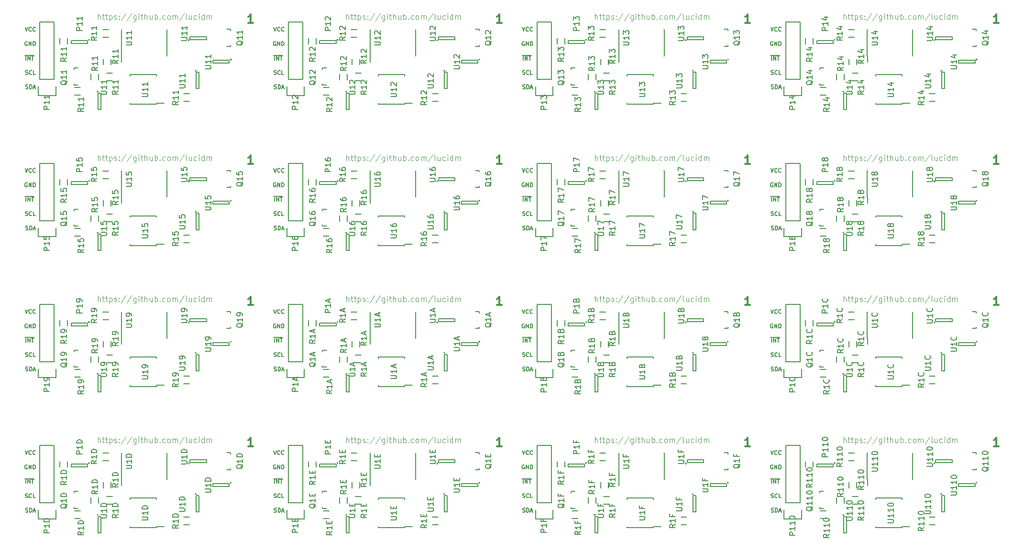
<source format=gbr>
G04 #@! TF.FileFunction,Legend,Top*
%FSLAX46Y46*%
G04 Gerber Fmt 4.6, Leading zero omitted, Abs format (unit mm)*
G04 Created by KiCad (PCBNEW (2015-11-29 BZR 6336, Git 7b0d981)-product) date czw, 10 gru 2015, 08:29:52*
%MOMM*%
G01*
G04 APERTURE LIST*
%ADD10C,0.100000*%
%ADD11C,0.175000*%
%ADD12C,0.300000*%
%ADD13C,0.125000*%
%ADD14C,0.150000*%
G04 APERTURE END LIST*
D10*
D11*
X169615867Y-119565867D02*
X169849200Y-120265867D01*
X170082533Y-119565867D01*
X170715867Y-120199200D02*
X170682533Y-120232533D01*
X170582533Y-120265867D01*
X170515867Y-120265867D01*
X170415867Y-120232533D01*
X170349200Y-120165867D01*
X170315867Y-120099200D01*
X170282533Y-119965867D01*
X170282533Y-119865867D01*
X170315867Y-119732533D01*
X170349200Y-119665867D01*
X170415867Y-119599200D01*
X170515867Y-119565867D01*
X170582533Y-119565867D01*
X170682533Y-119599200D01*
X170715867Y-119632533D01*
X171415867Y-120199200D02*
X171382533Y-120232533D01*
X171282533Y-120265867D01*
X171215867Y-120265867D01*
X171115867Y-120232533D01*
X171049200Y-120165867D01*
X171015867Y-120099200D01*
X170982533Y-119965867D01*
X170982533Y-119865867D01*
X171015867Y-119732533D01*
X171049200Y-119665867D01*
X171115867Y-119599200D01*
X171215867Y-119565867D01*
X171282533Y-119565867D01*
X171382533Y-119599200D01*
X171415867Y-119632533D01*
X125615867Y-119565867D02*
X125849200Y-120265867D01*
X126082533Y-119565867D01*
X126715867Y-120199200D02*
X126682533Y-120232533D01*
X126582533Y-120265867D01*
X126515867Y-120265867D01*
X126415867Y-120232533D01*
X126349200Y-120165867D01*
X126315867Y-120099200D01*
X126282533Y-119965867D01*
X126282533Y-119865867D01*
X126315867Y-119732533D01*
X126349200Y-119665867D01*
X126415867Y-119599200D01*
X126515867Y-119565867D01*
X126582533Y-119565867D01*
X126682533Y-119599200D01*
X126715867Y-119632533D01*
X127415867Y-120199200D02*
X127382533Y-120232533D01*
X127282533Y-120265867D01*
X127215867Y-120265867D01*
X127115867Y-120232533D01*
X127049200Y-120165867D01*
X127015867Y-120099200D01*
X126982533Y-119965867D01*
X126982533Y-119865867D01*
X127015867Y-119732533D01*
X127049200Y-119665867D01*
X127115867Y-119599200D01*
X127215867Y-119565867D01*
X127282533Y-119565867D01*
X127382533Y-119599200D01*
X127415867Y-119632533D01*
X81615867Y-119565867D02*
X81849200Y-120265867D01*
X82082533Y-119565867D01*
X82715867Y-120199200D02*
X82682533Y-120232533D01*
X82582533Y-120265867D01*
X82515867Y-120265867D01*
X82415867Y-120232533D01*
X82349200Y-120165867D01*
X82315867Y-120099200D01*
X82282533Y-119965867D01*
X82282533Y-119865867D01*
X82315867Y-119732533D01*
X82349200Y-119665867D01*
X82415867Y-119599200D01*
X82515867Y-119565867D01*
X82582533Y-119565867D01*
X82682533Y-119599200D01*
X82715867Y-119632533D01*
X83415867Y-120199200D02*
X83382533Y-120232533D01*
X83282533Y-120265867D01*
X83215867Y-120265867D01*
X83115867Y-120232533D01*
X83049200Y-120165867D01*
X83015867Y-120099200D01*
X82982533Y-119965867D01*
X82982533Y-119865867D01*
X83015867Y-119732533D01*
X83049200Y-119665867D01*
X83115867Y-119599200D01*
X83215867Y-119565867D01*
X83282533Y-119565867D01*
X83382533Y-119599200D01*
X83415867Y-119632533D01*
X37615867Y-119565867D02*
X37849200Y-120265867D01*
X38082533Y-119565867D01*
X38715867Y-120199200D02*
X38682533Y-120232533D01*
X38582533Y-120265867D01*
X38515867Y-120265867D01*
X38415867Y-120232533D01*
X38349200Y-120165867D01*
X38315867Y-120099200D01*
X38282533Y-119965867D01*
X38282533Y-119865867D01*
X38315867Y-119732533D01*
X38349200Y-119665867D01*
X38415867Y-119599200D01*
X38515867Y-119565867D01*
X38582533Y-119565867D01*
X38682533Y-119599200D01*
X38715867Y-119632533D01*
X39415867Y-120199200D02*
X39382533Y-120232533D01*
X39282533Y-120265867D01*
X39215867Y-120265867D01*
X39115867Y-120232533D01*
X39049200Y-120165867D01*
X39015867Y-120099200D01*
X38982533Y-119965867D01*
X38982533Y-119865867D01*
X39015867Y-119732533D01*
X39049200Y-119665867D01*
X39115867Y-119599200D01*
X39215867Y-119565867D01*
X39282533Y-119565867D01*
X39382533Y-119599200D01*
X39415867Y-119632533D01*
X169615867Y-94565867D02*
X169849200Y-95265867D01*
X170082533Y-94565867D01*
X170715867Y-95199200D02*
X170682533Y-95232533D01*
X170582533Y-95265867D01*
X170515867Y-95265867D01*
X170415867Y-95232533D01*
X170349200Y-95165867D01*
X170315867Y-95099200D01*
X170282533Y-94965867D01*
X170282533Y-94865867D01*
X170315867Y-94732533D01*
X170349200Y-94665867D01*
X170415867Y-94599200D01*
X170515867Y-94565867D01*
X170582533Y-94565867D01*
X170682533Y-94599200D01*
X170715867Y-94632533D01*
X171415867Y-95199200D02*
X171382533Y-95232533D01*
X171282533Y-95265867D01*
X171215867Y-95265867D01*
X171115867Y-95232533D01*
X171049200Y-95165867D01*
X171015867Y-95099200D01*
X170982533Y-94965867D01*
X170982533Y-94865867D01*
X171015867Y-94732533D01*
X171049200Y-94665867D01*
X171115867Y-94599200D01*
X171215867Y-94565867D01*
X171282533Y-94565867D01*
X171382533Y-94599200D01*
X171415867Y-94632533D01*
X125615867Y-94565867D02*
X125849200Y-95265867D01*
X126082533Y-94565867D01*
X126715867Y-95199200D02*
X126682533Y-95232533D01*
X126582533Y-95265867D01*
X126515867Y-95265867D01*
X126415867Y-95232533D01*
X126349200Y-95165867D01*
X126315867Y-95099200D01*
X126282533Y-94965867D01*
X126282533Y-94865867D01*
X126315867Y-94732533D01*
X126349200Y-94665867D01*
X126415867Y-94599200D01*
X126515867Y-94565867D01*
X126582533Y-94565867D01*
X126682533Y-94599200D01*
X126715867Y-94632533D01*
X127415867Y-95199200D02*
X127382533Y-95232533D01*
X127282533Y-95265867D01*
X127215867Y-95265867D01*
X127115867Y-95232533D01*
X127049200Y-95165867D01*
X127015867Y-95099200D01*
X126982533Y-94965867D01*
X126982533Y-94865867D01*
X127015867Y-94732533D01*
X127049200Y-94665867D01*
X127115867Y-94599200D01*
X127215867Y-94565867D01*
X127282533Y-94565867D01*
X127382533Y-94599200D01*
X127415867Y-94632533D01*
X81615867Y-94565867D02*
X81849200Y-95265867D01*
X82082533Y-94565867D01*
X82715867Y-95199200D02*
X82682533Y-95232533D01*
X82582533Y-95265867D01*
X82515867Y-95265867D01*
X82415867Y-95232533D01*
X82349200Y-95165867D01*
X82315867Y-95099200D01*
X82282533Y-94965867D01*
X82282533Y-94865867D01*
X82315867Y-94732533D01*
X82349200Y-94665867D01*
X82415867Y-94599200D01*
X82515867Y-94565867D01*
X82582533Y-94565867D01*
X82682533Y-94599200D01*
X82715867Y-94632533D01*
X83415867Y-95199200D02*
X83382533Y-95232533D01*
X83282533Y-95265867D01*
X83215867Y-95265867D01*
X83115867Y-95232533D01*
X83049200Y-95165867D01*
X83015867Y-95099200D01*
X82982533Y-94965867D01*
X82982533Y-94865867D01*
X83015867Y-94732533D01*
X83049200Y-94665867D01*
X83115867Y-94599200D01*
X83215867Y-94565867D01*
X83282533Y-94565867D01*
X83382533Y-94599200D01*
X83415867Y-94632533D01*
X37615867Y-94565867D02*
X37849200Y-95265867D01*
X38082533Y-94565867D01*
X38715867Y-95199200D02*
X38682533Y-95232533D01*
X38582533Y-95265867D01*
X38515867Y-95265867D01*
X38415867Y-95232533D01*
X38349200Y-95165867D01*
X38315867Y-95099200D01*
X38282533Y-94965867D01*
X38282533Y-94865867D01*
X38315867Y-94732533D01*
X38349200Y-94665867D01*
X38415867Y-94599200D01*
X38515867Y-94565867D01*
X38582533Y-94565867D01*
X38682533Y-94599200D01*
X38715867Y-94632533D01*
X39415867Y-95199200D02*
X39382533Y-95232533D01*
X39282533Y-95265867D01*
X39215867Y-95265867D01*
X39115867Y-95232533D01*
X39049200Y-95165867D01*
X39015867Y-95099200D01*
X38982533Y-94965867D01*
X38982533Y-94865867D01*
X39015867Y-94732533D01*
X39049200Y-94665867D01*
X39115867Y-94599200D01*
X39215867Y-94565867D01*
X39282533Y-94565867D01*
X39382533Y-94599200D01*
X39415867Y-94632533D01*
X169615867Y-69565867D02*
X169849200Y-70265867D01*
X170082533Y-69565867D01*
X170715867Y-70199200D02*
X170682533Y-70232533D01*
X170582533Y-70265867D01*
X170515867Y-70265867D01*
X170415867Y-70232533D01*
X170349200Y-70165867D01*
X170315867Y-70099200D01*
X170282533Y-69965867D01*
X170282533Y-69865867D01*
X170315867Y-69732533D01*
X170349200Y-69665867D01*
X170415867Y-69599200D01*
X170515867Y-69565867D01*
X170582533Y-69565867D01*
X170682533Y-69599200D01*
X170715867Y-69632533D01*
X171415867Y-70199200D02*
X171382533Y-70232533D01*
X171282533Y-70265867D01*
X171215867Y-70265867D01*
X171115867Y-70232533D01*
X171049200Y-70165867D01*
X171015867Y-70099200D01*
X170982533Y-69965867D01*
X170982533Y-69865867D01*
X171015867Y-69732533D01*
X171049200Y-69665867D01*
X171115867Y-69599200D01*
X171215867Y-69565867D01*
X171282533Y-69565867D01*
X171382533Y-69599200D01*
X171415867Y-69632533D01*
X125615867Y-69565867D02*
X125849200Y-70265867D01*
X126082533Y-69565867D01*
X126715867Y-70199200D02*
X126682533Y-70232533D01*
X126582533Y-70265867D01*
X126515867Y-70265867D01*
X126415867Y-70232533D01*
X126349200Y-70165867D01*
X126315867Y-70099200D01*
X126282533Y-69965867D01*
X126282533Y-69865867D01*
X126315867Y-69732533D01*
X126349200Y-69665867D01*
X126415867Y-69599200D01*
X126515867Y-69565867D01*
X126582533Y-69565867D01*
X126682533Y-69599200D01*
X126715867Y-69632533D01*
X127415867Y-70199200D02*
X127382533Y-70232533D01*
X127282533Y-70265867D01*
X127215867Y-70265867D01*
X127115867Y-70232533D01*
X127049200Y-70165867D01*
X127015867Y-70099200D01*
X126982533Y-69965867D01*
X126982533Y-69865867D01*
X127015867Y-69732533D01*
X127049200Y-69665867D01*
X127115867Y-69599200D01*
X127215867Y-69565867D01*
X127282533Y-69565867D01*
X127382533Y-69599200D01*
X127415867Y-69632533D01*
X81615867Y-69565867D02*
X81849200Y-70265867D01*
X82082533Y-69565867D01*
X82715867Y-70199200D02*
X82682533Y-70232533D01*
X82582533Y-70265867D01*
X82515867Y-70265867D01*
X82415867Y-70232533D01*
X82349200Y-70165867D01*
X82315867Y-70099200D01*
X82282533Y-69965867D01*
X82282533Y-69865867D01*
X82315867Y-69732533D01*
X82349200Y-69665867D01*
X82415867Y-69599200D01*
X82515867Y-69565867D01*
X82582533Y-69565867D01*
X82682533Y-69599200D01*
X82715867Y-69632533D01*
X83415867Y-70199200D02*
X83382533Y-70232533D01*
X83282533Y-70265867D01*
X83215867Y-70265867D01*
X83115867Y-70232533D01*
X83049200Y-70165867D01*
X83015867Y-70099200D01*
X82982533Y-69965867D01*
X82982533Y-69865867D01*
X83015867Y-69732533D01*
X83049200Y-69665867D01*
X83115867Y-69599200D01*
X83215867Y-69565867D01*
X83282533Y-69565867D01*
X83382533Y-69599200D01*
X83415867Y-69632533D01*
X37615867Y-69565867D02*
X37849200Y-70265867D01*
X38082533Y-69565867D01*
X38715867Y-70199200D02*
X38682533Y-70232533D01*
X38582533Y-70265867D01*
X38515867Y-70265867D01*
X38415867Y-70232533D01*
X38349200Y-70165867D01*
X38315867Y-70099200D01*
X38282533Y-69965867D01*
X38282533Y-69865867D01*
X38315867Y-69732533D01*
X38349200Y-69665867D01*
X38415867Y-69599200D01*
X38515867Y-69565867D01*
X38582533Y-69565867D01*
X38682533Y-69599200D01*
X38715867Y-69632533D01*
X39415867Y-70199200D02*
X39382533Y-70232533D01*
X39282533Y-70265867D01*
X39215867Y-70265867D01*
X39115867Y-70232533D01*
X39049200Y-70165867D01*
X39015867Y-70099200D01*
X38982533Y-69965867D01*
X38982533Y-69865867D01*
X39015867Y-69732533D01*
X39049200Y-69665867D01*
X39115867Y-69599200D01*
X39215867Y-69565867D01*
X39282533Y-69565867D01*
X39382533Y-69599200D01*
X39415867Y-69632533D01*
X169615867Y-44565867D02*
X169849200Y-45265867D01*
X170082533Y-44565867D01*
X170715867Y-45199200D02*
X170682533Y-45232533D01*
X170582533Y-45265867D01*
X170515867Y-45265867D01*
X170415867Y-45232533D01*
X170349200Y-45165867D01*
X170315867Y-45099200D01*
X170282533Y-44965867D01*
X170282533Y-44865867D01*
X170315867Y-44732533D01*
X170349200Y-44665867D01*
X170415867Y-44599200D01*
X170515867Y-44565867D01*
X170582533Y-44565867D01*
X170682533Y-44599200D01*
X170715867Y-44632533D01*
X171415867Y-45199200D02*
X171382533Y-45232533D01*
X171282533Y-45265867D01*
X171215867Y-45265867D01*
X171115867Y-45232533D01*
X171049200Y-45165867D01*
X171015867Y-45099200D01*
X170982533Y-44965867D01*
X170982533Y-44865867D01*
X171015867Y-44732533D01*
X171049200Y-44665867D01*
X171115867Y-44599200D01*
X171215867Y-44565867D01*
X171282533Y-44565867D01*
X171382533Y-44599200D01*
X171415867Y-44632533D01*
X125615867Y-44565867D02*
X125849200Y-45265867D01*
X126082533Y-44565867D01*
X126715867Y-45199200D02*
X126682533Y-45232533D01*
X126582533Y-45265867D01*
X126515867Y-45265867D01*
X126415867Y-45232533D01*
X126349200Y-45165867D01*
X126315867Y-45099200D01*
X126282533Y-44965867D01*
X126282533Y-44865867D01*
X126315867Y-44732533D01*
X126349200Y-44665867D01*
X126415867Y-44599200D01*
X126515867Y-44565867D01*
X126582533Y-44565867D01*
X126682533Y-44599200D01*
X126715867Y-44632533D01*
X127415867Y-45199200D02*
X127382533Y-45232533D01*
X127282533Y-45265867D01*
X127215867Y-45265867D01*
X127115867Y-45232533D01*
X127049200Y-45165867D01*
X127015867Y-45099200D01*
X126982533Y-44965867D01*
X126982533Y-44865867D01*
X127015867Y-44732533D01*
X127049200Y-44665867D01*
X127115867Y-44599200D01*
X127215867Y-44565867D01*
X127282533Y-44565867D01*
X127382533Y-44599200D01*
X127415867Y-44632533D01*
X81615867Y-44565867D02*
X81849200Y-45265867D01*
X82082533Y-44565867D01*
X82715867Y-45199200D02*
X82682533Y-45232533D01*
X82582533Y-45265867D01*
X82515867Y-45265867D01*
X82415867Y-45232533D01*
X82349200Y-45165867D01*
X82315867Y-45099200D01*
X82282533Y-44965867D01*
X82282533Y-44865867D01*
X82315867Y-44732533D01*
X82349200Y-44665867D01*
X82415867Y-44599200D01*
X82515867Y-44565867D01*
X82582533Y-44565867D01*
X82682533Y-44599200D01*
X82715867Y-44632533D01*
X83415867Y-45199200D02*
X83382533Y-45232533D01*
X83282533Y-45265867D01*
X83215867Y-45265867D01*
X83115867Y-45232533D01*
X83049200Y-45165867D01*
X83015867Y-45099200D01*
X82982533Y-44965867D01*
X82982533Y-44865867D01*
X83015867Y-44732533D01*
X83049200Y-44665867D01*
X83115867Y-44599200D01*
X83215867Y-44565867D01*
X83282533Y-44565867D01*
X83382533Y-44599200D01*
X83415867Y-44632533D01*
X169699200Y-130432533D02*
X169799200Y-130465867D01*
X169965867Y-130465867D01*
X170032534Y-130432533D01*
X170065867Y-130399200D01*
X170099200Y-130332533D01*
X170099200Y-130265867D01*
X170065867Y-130199200D01*
X170032534Y-130165867D01*
X169965867Y-130132533D01*
X169832534Y-130099200D01*
X169765867Y-130065867D01*
X169732534Y-130032533D01*
X169699200Y-129965867D01*
X169699200Y-129899200D01*
X169732534Y-129832533D01*
X169765867Y-129799200D01*
X169832534Y-129765867D01*
X169999200Y-129765867D01*
X170099200Y-129799200D01*
X170399201Y-130465867D02*
X170399201Y-129765867D01*
X170565867Y-129765867D01*
X170665867Y-129799200D01*
X170732534Y-129865867D01*
X170765867Y-129932533D01*
X170799201Y-130065867D01*
X170799201Y-130165867D01*
X170765867Y-130299200D01*
X170732534Y-130365867D01*
X170665867Y-130432533D01*
X170565867Y-130465867D01*
X170399201Y-130465867D01*
X171065867Y-130265867D02*
X171399201Y-130265867D01*
X170999201Y-130465867D02*
X171232534Y-129765867D01*
X171465867Y-130465867D01*
X125699200Y-130432533D02*
X125799200Y-130465867D01*
X125965867Y-130465867D01*
X126032534Y-130432533D01*
X126065867Y-130399200D01*
X126099200Y-130332533D01*
X126099200Y-130265867D01*
X126065867Y-130199200D01*
X126032534Y-130165867D01*
X125965867Y-130132533D01*
X125832534Y-130099200D01*
X125765867Y-130065867D01*
X125732534Y-130032533D01*
X125699200Y-129965867D01*
X125699200Y-129899200D01*
X125732534Y-129832533D01*
X125765867Y-129799200D01*
X125832534Y-129765867D01*
X125999200Y-129765867D01*
X126099200Y-129799200D01*
X126399201Y-130465867D02*
X126399201Y-129765867D01*
X126565867Y-129765867D01*
X126665867Y-129799200D01*
X126732534Y-129865867D01*
X126765867Y-129932533D01*
X126799201Y-130065867D01*
X126799201Y-130165867D01*
X126765867Y-130299200D01*
X126732534Y-130365867D01*
X126665867Y-130432533D01*
X126565867Y-130465867D01*
X126399201Y-130465867D01*
X127065867Y-130265867D02*
X127399201Y-130265867D01*
X126999201Y-130465867D02*
X127232534Y-129765867D01*
X127465867Y-130465867D01*
X81699200Y-130432533D02*
X81799200Y-130465867D01*
X81965867Y-130465867D01*
X82032534Y-130432533D01*
X82065867Y-130399200D01*
X82099200Y-130332533D01*
X82099200Y-130265867D01*
X82065867Y-130199200D01*
X82032534Y-130165867D01*
X81965867Y-130132533D01*
X81832534Y-130099200D01*
X81765867Y-130065867D01*
X81732534Y-130032533D01*
X81699200Y-129965867D01*
X81699200Y-129899200D01*
X81732534Y-129832533D01*
X81765867Y-129799200D01*
X81832534Y-129765867D01*
X81999200Y-129765867D01*
X82099200Y-129799200D01*
X82399201Y-130465867D02*
X82399201Y-129765867D01*
X82565867Y-129765867D01*
X82665867Y-129799200D01*
X82732534Y-129865867D01*
X82765867Y-129932533D01*
X82799201Y-130065867D01*
X82799201Y-130165867D01*
X82765867Y-130299200D01*
X82732534Y-130365867D01*
X82665867Y-130432533D01*
X82565867Y-130465867D01*
X82399201Y-130465867D01*
X83065867Y-130265867D02*
X83399201Y-130265867D01*
X82999201Y-130465867D02*
X83232534Y-129765867D01*
X83465867Y-130465867D01*
X37699200Y-130432533D02*
X37799200Y-130465867D01*
X37965867Y-130465867D01*
X38032534Y-130432533D01*
X38065867Y-130399200D01*
X38099200Y-130332533D01*
X38099200Y-130265867D01*
X38065867Y-130199200D01*
X38032534Y-130165867D01*
X37965867Y-130132533D01*
X37832534Y-130099200D01*
X37765867Y-130065867D01*
X37732534Y-130032533D01*
X37699200Y-129965867D01*
X37699200Y-129899200D01*
X37732534Y-129832533D01*
X37765867Y-129799200D01*
X37832534Y-129765867D01*
X37999200Y-129765867D01*
X38099200Y-129799200D01*
X38399201Y-130465867D02*
X38399201Y-129765867D01*
X38565867Y-129765867D01*
X38665867Y-129799200D01*
X38732534Y-129865867D01*
X38765867Y-129932533D01*
X38799201Y-130065867D01*
X38799201Y-130165867D01*
X38765867Y-130299200D01*
X38732534Y-130365867D01*
X38665867Y-130432533D01*
X38565867Y-130465867D01*
X38399201Y-130465867D01*
X39065867Y-130265867D02*
X39399201Y-130265867D01*
X38999201Y-130465867D02*
X39232534Y-129765867D01*
X39465867Y-130465867D01*
X169699200Y-105432533D02*
X169799200Y-105465867D01*
X169965867Y-105465867D01*
X170032534Y-105432533D01*
X170065867Y-105399200D01*
X170099200Y-105332533D01*
X170099200Y-105265867D01*
X170065867Y-105199200D01*
X170032534Y-105165867D01*
X169965867Y-105132533D01*
X169832534Y-105099200D01*
X169765867Y-105065867D01*
X169732534Y-105032533D01*
X169699200Y-104965867D01*
X169699200Y-104899200D01*
X169732534Y-104832533D01*
X169765867Y-104799200D01*
X169832534Y-104765867D01*
X169999200Y-104765867D01*
X170099200Y-104799200D01*
X170399201Y-105465867D02*
X170399201Y-104765867D01*
X170565867Y-104765867D01*
X170665867Y-104799200D01*
X170732534Y-104865867D01*
X170765867Y-104932533D01*
X170799201Y-105065867D01*
X170799201Y-105165867D01*
X170765867Y-105299200D01*
X170732534Y-105365867D01*
X170665867Y-105432533D01*
X170565867Y-105465867D01*
X170399201Y-105465867D01*
X171065867Y-105265867D02*
X171399201Y-105265867D01*
X170999201Y-105465867D02*
X171232534Y-104765867D01*
X171465867Y-105465867D01*
X125699200Y-105432533D02*
X125799200Y-105465867D01*
X125965867Y-105465867D01*
X126032534Y-105432533D01*
X126065867Y-105399200D01*
X126099200Y-105332533D01*
X126099200Y-105265867D01*
X126065867Y-105199200D01*
X126032534Y-105165867D01*
X125965867Y-105132533D01*
X125832534Y-105099200D01*
X125765867Y-105065867D01*
X125732534Y-105032533D01*
X125699200Y-104965867D01*
X125699200Y-104899200D01*
X125732534Y-104832533D01*
X125765867Y-104799200D01*
X125832534Y-104765867D01*
X125999200Y-104765867D01*
X126099200Y-104799200D01*
X126399201Y-105465867D02*
X126399201Y-104765867D01*
X126565867Y-104765867D01*
X126665867Y-104799200D01*
X126732534Y-104865867D01*
X126765867Y-104932533D01*
X126799201Y-105065867D01*
X126799201Y-105165867D01*
X126765867Y-105299200D01*
X126732534Y-105365867D01*
X126665867Y-105432533D01*
X126565867Y-105465867D01*
X126399201Y-105465867D01*
X127065867Y-105265867D02*
X127399201Y-105265867D01*
X126999201Y-105465867D02*
X127232534Y-104765867D01*
X127465867Y-105465867D01*
X81699200Y-105432533D02*
X81799200Y-105465867D01*
X81965867Y-105465867D01*
X82032534Y-105432533D01*
X82065867Y-105399200D01*
X82099200Y-105332533D01*
X82099200Y-105265867D01*
X82065867Y-105199200D01*
X82032534Y-105165867D01*
X81965867Y-105132533D01*
X81832534Y-105099200D01*
X81765867Y-105065867D01*
X81732534Y-105032533D01*
X81699200Y-104965867D01*
X81699200Y-104899200D01*
X81732534Y-104832533D01*
X81765867Y-104799200D01*
X81832534Y-104765867D01*
X81999200Y-104765867D01*
X82099200Y-104799200D01*
X82399201Y-105465867D02*
X82399201Y-104765867D01*
X82565867Y-104765867D01*
X82665867Y-104799200D01*
X82732534Y-104865867D01*
X82765867Y-104932533D01*
X82799201Y-105065867D01*
X82799201Y-105165867D01*
X82765867Y-105299200D01*
X82732534Y-105365867D01*
X82665867Y-105432533D01*
X82565867Y-105465867D01*
X82399201Y-105465867D01*
X83065867Y-105265867D02*
X83399201Y-105265867D01*
X82999201Y-105465867D02*
X83232534Y-104765867D01*
X83465867Y-105465867D01*
X37699200Y-105432533D02*
X37799200Y-105465867D01*
X37965867Y-105465867D01*
X38032534Y-105432533D01*
X38065867Y-105399200D01*
X38099200Y-105332533D01*
X38099200Y-105265867D01*
X38065867Y-105199200D01*
X38032534Y-105165867D01*
X37965867Y-105132533D01*
X37832534Y-105099200D01*
X37765867Y-105065867D01*
X37732534Y-105032533D01*
X37699200Y-104965867D01*
X37699200Y-104899200D01*
X37732534Y-104832533D01*
X37765867Y-104799200D01*
X37832534Y-104765867D01*
X37999200Y-104765867D01*
X38099200Y-104799200D01*
X38399201Y-105465867D02*
X38399201Y-104765867D01*
X38565867Y-104765867D01*
X38665867Y-104799200D01*
X38732534Y-104865867D01*
X38765867Y-104932533D01*
X38799201Y-105065867D01*
X38799201Y-105165867D01*
X38765867Y-105299200D01*
X38732534Y-105365867D01*
X38665867Y-105432533D01*
X38565867Y-105465867D01*
X38399201Y-105465867D01*
X39065867Y-105265867D02*
X39399201Y-105265867D01*
X38999201Y-105465867D02*
X39232534Y-104765867D01*
X39465867Y-105465867D01*
X169699200Y-80432533D02*
X169799200Y-80465867D01*
X169965867Y-80465867D01*
X170032534Y-80432533D01*
X170065867Y-80399200D01*
X170099200Y-80332533D01*
X170099200Y-80265867D01*
X170065867Y-80199200D01*
X170032534Y-80165867D01*
X169965867Y-80132533D01*
X169832534Y-80099200D01*
X169765867Y-80065867D01*
X169732534Y-80032533D01*
X169699200Y-79965867D01*
X169699200Y-79899200D01*
X169732534Y-79832533D01*
X169765867Y-79799200D01*
X169832534Y-79765867D01*
X169999200Y-79765867D01*
X170099200Y-79799200D01*
X170399201Y-80465867D02*
X170399201Y-79765867D01*
X170565867Y-79765867D01*
X170665867Y-79799200D01*
X170732534Y-79865867D01*
X170765867Y-79932533D01*
X170799201Y-80065867D01*
X170799201Y-80165867D01*
X170765867Y-80299200D01*
X170732534Y-80365867D01*
X170665867Y-80432533D01*
X170565867Y-80465867D01*
X170399201Y-80465867D01*
X171065867Y-80265867D02*
X171399201Y-80265867D01*
X170999201Y-80465867D02*
X171232534Y-79765867D01*
X171465867Y-80465867D01*
X125699200Y-80432533D02*
X125799200Y-80465867D01*
X125965867Y-80465867D01*
X126032534Y-80432533D01*
X126065867Y-80399200D01*
X126099200Y-80332533D01*
X126099200Y-80265867D01*
X126065867Y-80199200D01*
X126032534Y-80165867D01*
X125965867Y-80132533D01*
X125832534Y-80099200D01*
X125765867Y-80065867D01*
X125732534Y-80032533D01*
X125699200Y-79965867D01*
X125699200Y-79899200D01*
X125732534Y-79832533D01*
X125765867Y-79799200D01*
X125832534Y-79765867D01*
X125999200Y-79765867D01*
X126099200Y-79799200D01*
X126399201Y-80465867D02*
X126399201Y-79765867D01*
X126565867Y-79765867D01*
X126665867Y-79799200D01*
X126732534Y-79865867D01*
X126765867Y-79932533D01*
X126799201Y-80065867D01*
X126799201Y-80165867D01*
X126765867Y-80299200D01*
X126732534Y-80365867D01*
X126665867Y-80432533D01*
X126565867Y-80465867D01*
X126399201Y-80465867D01*
X127065867Y-80265867D02*
X127399201Y-80265867D01*
X126999201Y-80465867D02*
X127232534Y-79765867D01*
X127465867Y-80465867D01*
X81699200Y-80432533D02*
X81799200Y-80465867D01*
X81965867Y-80465867D01*
X82032534Y-80432533D01*
X82065867Y-80399200D01*
X82099200Y-80332533D01*
X82099200Y-80265867D01*
X82065867Y-80199200D01*
X82032534Y-80165867D01*
X81965867Y-80132533D01*
X81832534Y-80099200D01*
X81765867Y-80065867D01*
X81732534Y-80032533D01*
X81699200Y-79965867D01*
X81699200Y-79899200D01*
X81732534Y-79832533D01*
X81765867Y-79799200D01*
X81832534Y-79765867D01*
X81999200Y-79765867D01*
X82099200Y-79799200D01*
X82399201Y-80465867D02*
X82399201Y-79765867D01*
X82565867Y-79765867D01*
X82665867Y-79799200D01*
X82732534Y-79865867D01*
X82765867Y-79932533D01*
X82799201Y-80065867D01*
X82799201Y-80165867D01*
X82765867Y-80299200D01*
X82732534Y-80365867D01*
X82665867Y-80432533D01*
X82565867Y-80465867D01*
X82399201Y-80465867D01*
X83065867Y-80265867D02*
X83399201Y-80265867D01*
X82999201Y-80465867D02*
X83232534Y-79765867D01*
X83465867Y-80465867D01*
X37699200Y-80432533D02*
X37799200Y-80465867D01*
X37965867Y-80465867D01*
X38032534Y-80432533D01*
X38065867Y-80399200D01*
X38099200Y-80332533D01*
X38099200Y-80265867D01*
X38065867Y-80199200D01*
X38032534Y-80165867D01*
X37965867Y-80132533D01*
X37832534Y-80099200D01*
X37765867Y-80065867D01*
X37732534Y-80032533D01*
X37699200Y-79965867D01*
X37699200Y-79899200D01*
X37732534Y-79832533D01*
X37765867Y-79799200D01*
X37832534Y-79765867D01*
X37999200Y-79765867D01*
X38099200Y-79799200D01*
X38399201Y-80465867D02*
X38399201Y-79765867D01*
X38565867Y-79765867D01*
X38665867Y-79799200D01*
X38732534Y-79865867D01*
X38765867Y-79932533D01*
X38799201Y-80065867D01*
X38799201Y-80165867D01*
X38765867Y-80299200D01*
X38732534Y-80365867D01*
X38665867Y-80432533D01*
X38565867Y-80465867D01*
X38399201Y-80465867D01*
X39065867Y-80265867D02*
X39399201Y-80265867D01*
X38999201Y-80465867D02*
X39232534Y-79765867D01*
X39465867Y-80465867D01*
X169699200Y-55432533D02*
X169799200Y-55465867D01*
X169965867Y-55465867D01*
X170032534Y-55432533D01*
X170065867Y-55399200D01*
X170099200Y-55332533D01*
X170099200Y-55265867D01*
X170065867Y-55199200D01*
X170032534Y-55165867D01*
X169965867Y-55132533D01*
X169832534Y-55099200D01*
X169765867Y-55065867D01*
X169732534Y-55032533D01*
X169699200Y-54965867D01*
X169699200Y-54899200D01*
X169732534Y-54832533D01*
X169765867Y-54799200D01*
X169832534Y-54765867D01*
X169999200Y-54765867D01*
X170099200Y-54799200D01*
X170399201Y-55465867D02*
X170399201Y-54765867D01*
X170565867Y-54765867D01*
X170665867Y-54799200D01*
X170732534Y-54865867D01*
X170765867Y-54932533D01*
X170799201Y-55065867D01*
X170799201Y-55165867D01*
X170765867Y-55299200D01*
X170732534Y-55365867D01*
X170665867Y-55432533D01*
X170565867Y-55465867D01*
X170399201Y-55465867D01*
X171065867Y-55265867D02*
X171399201Y-55265867D01*
X170999201Y-55465867D02*
X171232534Y-54765867D01*
X171465867Y-55465867D01*
X125699200Y-55432533D02*
X125799200Y-55465867D01*
X125965867Y-55465867D01*
X126032534Y-55432533D01*
X126065867Y-55399200D01*
X126099200Y-55332533D01*
X126099200Y-55265867D01*
X126065867Y-55199200D01*
X126032534Y-55165867D01*
X125965867Y-55132533D01*
X125832534Y-55099200D01*
X125765867Y-55065867D01*
X125732534Y-55032533D01*
X125699200Y-54965867D01*
X125699200Y-54899200D01*
X125732534Y-54832533D01*
X125765867Y-54799200D01*
X125832534Y-54765867D01*
X125999200Y-54765867D01*
X126099200Y-54799200D01*
X126399201Y-55465867D02*
X126399201Y-54765867D01*
X126565867Y-54765867D01*
X126665867Y-54799200D01*
X126732534Y-54865867D01*
X126765867Y-54932533D01*
X126799201Y-55065867D01*
X126799201Y-55165867D01*
X126765867Y-55299200D01*
X126732534Y-55365867D01*
X126665867Y-55432533D01*
X126565867Y-55465867D01*
X126399201Y-55465867D01*
X127065867Y-55265867D02*
X127399201Y-55265867D01*
X126999201Y-55465867D02*
X127232534Y-54765867D01*
X127465867Y-55465867D01*
X81699200Y-55432533D02*
X81799200Y-55465867D01*
X81965867Y-55465867D01*
X82032534Y-55432533D01*
X82065867Y-55399200D01*
X82099200Y-55332533D01*
X82099200Y-55265867D01*
X82065867Y-55199200D01*
X82032534Y-55165867D01*
X81965867Y-55132533D01*
X81832534Y-55099200D01*
X81765867Y-55065867D01*
X81732534Y-55032533D01*
X81699200Y-54965867D01*
X81699200Y-54899200D01*
X81732534Y-54832533D01*
X81765867Y-54799200D01*
X81832534Y-54765867D01*
X81999200Y-54765867D01*
X82099200Y-54799200D01*
X82399201Y-55465867D02*
X82399201Y-54765867D01*
X82565867Y-54765867D01*
X82665867Y-54799200D01*
X82732534Y-54865867D01*
X82765867Y-54932533D01*
X82799201Y-55065867D01*
X82799201Y-55165867D01*
X82765867Y-55299200D01*
X82732534Y-55365867D01*
X82665867Y-55432533D01*
X82565867Y-55465867D01*
X82399201Y-55465867D01*
X83065867Y-55265867D02*
X83399201Y-55265867D01*
X82999201Y-55465867D02*
X83232534Y-54765867D01*
X83465867Y-55465867D01*
X169665866Y-127882533D02*
X169765866Y-127915867D01*
X169932533Y-127915867D01*
X169999200Y-127882533D01*
X170032533Y-127849200D01*
X170065866Y-127782533D01*
X170065866Y-127715867D01*
X170032533Y-127649200D01*
X169999200Y-127615867D01*
X169932533Y-127582533D01*
X169799200Y-127549200D01*
X169732533Y-127515867D01*
X169699200Y-127482533D01*
X169665866Y-127415867D01*
X169665866Y-127349200D01*
X169699200Y-127282533D01*
X169732533Y-127249200D01*
X169799200Y-127215867D01*
X169965866Y-127215867D01*
X170065866Y-127249200D01*
X170765867Y-127849200D02*
X170732533Y-127882533D01*
X170632533Y-127915867D01*
X170565867Y-127915867D01*
X170465867Y-127882533D01*
X170399200Y-127815867D01*
X170365867Y-127749200D01*
X170332533Y-127615867D01*
X170332533Y-127515867D01*
X170365867Y-127382533D01*
X170399200Y-127315867D01*
X170465867Y-127249200D01*
X170565867Y-127215867D01*
X170632533Y-127215867D01*
X170732533Y-127249200D01*
X170765867Y-127282533D01*
X171399200Y-127915867D02*
X171065867Y-127915867D01*
X171065867Y-127215867D01*
X125665866Y-127882533D02*
X125765866Y-127915867D01*
X125932533Y-127915867D01*
X125999200Y-127882533D01*
X126032533Y-127849200D01*
X126065866Y-127782533D01*
X126065866Y-127715867D01*
X126032533Y-127649200D01*
X125999200Y-127615867D01*
X125932533Y-127582533D01*
X125799200Y-127549200D01*
X125732533Y-127515867D01*
X125699200Y-127482533D01*
X125665866Y-127415867D01*
X125665866Y-127349200D01*
X125699200Y-127282533D01*
X125732533Y-127249200D01*
X125799200Y-127215867D01*
X125965866Y-127215867D01*
X126065866Y-127249200D01*
X126765867Y-127849200D02*
X126732533Y-127882533D01*
X126632533Y-127915867D01*
X126565867Y-127915867D01*
X126465867Y-127882533D01*
X126399200Y-127815867D01*
X126365867Y-127749200D01*
X126332533Y-127615867D01*
X126332533Y-127515867D01*
X126365867Y-127382533D01*
X126399200Y-127315867D01*
X126465867Y-127249200D01*
X126565867Y-127215867D01*
X126632533Y-127215867D01*
X126732533Y-127249200D01*
X126765867Y-127282533D01*
X127399200Y-127915867D02*
X127065867Y-127915867D01*
X127065867Y-127215867D01*
X81665866Y-127882533D02*
X81765866Y-127915867D01*
X81932533Y-127915867D01*
X81999200Y-127882533D01*
X82032533Y-127849200D01*
X82065866Y-127782533D01*
X82065866Y-127715867D01*
X82032533Y-127649200D01*
X81999200Y-127615867D01*
X81932533Y-127582533D01*
X81799200Y-127549200D01*
X81732533Y-127515867D01*
X81699200Y-127482533D01*
X81665866Y-127415867D01*
X81665866Y-127349200D01*
X81699200Y-127282533D01*
X81732533Y-127249200D01*
X81799200Y-127215867D01*
X81965866Y-127215867D01*
X82065866Y-127249200D01*
X82765867Y-127849200D02*
X82732533Y-127882533D01*
X82632533Y-127915867D01*
X82565867Y-127915867D01*
X82465867Y-127882533D01*
X82399200Y-127815867D01*
X82365867Y-127749200D01*
X82332533Y-127615867D01*
X82332533Y-127515867D01*
X82365867Y-127382533D01*
X82399200Y-127315867D01*
X82465867Y-127249200D01*
X82565867Y-127215867D01*
X82632533Y-127215867D01*
X82732533Y-127249200D01*
X82765867Y-127282533D01*
X83399200Y-127915867D02*
X83065867Y-127915867D01*
X83065867Y-127215867D01*
X37665866Y-127882533D02*
X37765866Y-127915867D01*
X37932533Y-127915867D01*
X37999200Y-127882533D01*
X38032533Y-127849200D01*
X38065866Y-127782533D01*
X38065866Y-127715867D01*
X38032533Y-127649200D01*
X37999200Y-127615867D01*
X37932533Y-127582533D01*
X37799200Y-127549200D01*
X37732533Y-127515867D01*
X37699200Y-127482533D01*
X37665866Y-127415867D01*
X37665866Y-127349200D01*
X37699200Y-127282533D01*
X37732533Y-127249200D01*
X37799200Y-127215867D01*
X37965866Y-127215867D01*
X38065866Y-127249200D01*
X38765867Y-127849200D02*
X38732533Y-127882533D01*
X38632533Y-127915867D01*
X38565867Y-127915867D01*
X38465867Y-127882533D01*
X38399200Y-127815867D01*
X38365867Y-127749200D01*
X38332533Y-127615867D01*
X38332533Y-127515867D01*
X38365867Y-127382533D01*
X38399200Y-127315867D01*
X38465867Y-127249200D01*
X38565867Y-127215867D01*
X38632533Y-127215867D01*
X38732533Y-127249200D01*
X38765867Y-127282533D01*
X39399200Y-127915867D02*
X39065867Y-127915867D01*
X39065867Y-127215867D01*
X169665866Y-102882533D02*
X169765866Y-102915867D01*
X169932533Y-102915867D01*
X169999200Y-102882533D01*
X170032533Y-102849200D01*
X170065866Y-102782533D01*
X170065866Y-102715867D01*
X170032533Y-102649200D01*
X169999200Y-102615867D01*
X169932533Y-102582533D01*
X169799200Y-102549200D01*
X169732533Y-102515867D01*
X169699200Y-102482533D01*
X169665866Y-102415867D01*
X169665866Y-102349200D01*
X169699200Y-102282533D01*
X169732533Y-102249200D01*
X169799200Y-102215867D01*
X169965866Y-102215867D01*
X170065866Y-102249200D01*
X170765867Y-102849200D02*
X170732533Y-102882533D01*
X170632533Y-102915867D01*
X170565867Y-102915867D01*
X170465867Y-102882533D01*
X170399200Y-102815867D01*
X170365867Y-102749200D01*
X170332533Y-102615867D01*
X170332533Y-102515867D01*
X170365867Y-102382533D01*
X170399200Y-102315867D01*
X170465867Y-102249200D01*
X170565867Y-102215867D01*
X170632533Y-102215867D01*
X170732533Y-102249200D01*
X170765867Y-102282533D01*
X171399200Y-102915867D02*
X171065867Y-102915867D01*
X171065867Y-102215867D01*
X125665866Y-102882533D02*
X125765866Y-102915867D01*
X125932533Y-102915867D01*
X125999200Y-102882533D01*
X126032533Y-102849200D01*
X126065866Y-102782533D01*
X126065866Y-102715867D01*
X126032533Y-102649200D01*
X125999200Y-102615867D01*
X125932533Y-102582533D01*
X125799200Y-102549200D01*
X125732533Y-102515867D01*
X125699200Y-102482533D01*
X125665866Y-102415867D01*
X125665866Y-102349200D01*
X125699200Y-102282533D01*
X125732533Y-102249200D01*
X125799200Y-102215867D01*
X125965866Y-102215867D01*
X126065866Y-102249200D01*
X126765867Y-102849200D02*
X126732533Y-102882533D01*
X126632533Y-102915867D01*
X126565867Y-102915867D01*
X126465867Y-102882533D01*
X126399200Y-102815867D01*
X126365867Y-102749200D01*
X126332533Y-102615867D01*
X126332533Y-102515867D01*
X126365867Y-102382533D01*
X126399200Y-102315867D01*
X126465867Y-102249200D01*
X126565867Y-102215867D01*
X126632533Y-102215867D01*
X126732533Y-102249200D01*
X126765867Y-102282533D01*
X127399200Y-102915867D02*
X127065867Y-102915867D01*
X127065867Y-102215867D01*
X81665866Y-102882533D02*
X81765866Y-102915867D01*
X81932533Y-102915867D01*
X81999200Y-102882533D01*
X82032533Y-102849200D01*
X82065866Y-102782533D01*
X82065866Y-102715867D01*
X82032533Y-102649200D01*
X81999200Y-102615867D01*
X81932533Y-102582533D01*
X81799200Y-102549200D01*
X81732533Y-102515867D01*
X81699200Y-102482533D01*
X81665866Y-102415867D01*
X81665866Y-102349200D01*
X81699200Y-102282533D01*
X81732533Y-102249200D01*
X81799200Y-102215867D01*
X81965866Y-102215867D01*
X82065866Y-102249200D01*
X82765867Y-102849200D02*
X82732533Y-102882533D01*
X82632533Y-102915867D01*
X82565867Y-102915867D01*
X82465867Y-102882533D01*
X82399200Y-102815867D01*
X82365867Y-102749200D01*
X82332533Y-102615867D01*
X82332533Y-102515867D01*
X82365867Y-102382533D01*
X82399200Y-102315867D01*
X82465867Y-102249200D01*
X82565867Y-102215867D01*
X82632533Y-102215867D01*
X82732533Y-102249200D01*
X82765867Y-102282533D01*
X83399200Y-102915867D02*
X83065867Y-102915867D01*
X83065867Y-102215867D01*
X37665866Y-102882533D02*
X37765866Y-102915867D01*
X37932533Y-102915867D01*
X37999200Y-102882533D01*
X38032533Y-102849200D01*
X38065866Y-102782533D01*
X38065866Y-102715867D01*
X38032533Y-102649200D01*
X37999200Y-102615867D01*
X37932533Y-102582533D01*
X37799200Y-102549200D01*
X37732533Y-102515867D01*
X37699200Y-102482533D01*
X37665866Y-102415867D01*
X37665866Y-102349200D01*
X37699200Y-102282533D01*
X37732533Y-102249200D01*
X37799200Y-102215867D01*
X37965866Y-102215867D01*
X38065866Y-102249200D01*
X38765867Y-102849200D02*
X38732533Y-102882533D01*
X38632533Y-102915867D01*
X38565867Y-102915867D01*
X38465867Y-102882533D01*
X38399200Y-102815867D01*
X38365867Y-102749200D01*
X38332533Y-102615867D01*
X38332533Y-102515867D01*
X38365867Y-102382533D01*
X38399200Y-102315867D01*
X38465867Y-102249200D01*
X38565867Y-102215867D01*
X38632533Y-102215867D01*
X38732533Y-102249200D01*
X38765867Y-102282533D01*
X39399200Y-102915867D02*
X39065867Y-102915867D01*
X39065867Y-102215867D01*
X169665866Y-77882533D02*
X169765866Y-77915867D01*
X169932533Y-77915867D01*
X169999200Y-77882533D01*
X170032533Y-77849200D01*
X170065866Y-77782533D01*
X170065866Y-77715867D01*
X170032533Y-77649200D01*
X169999200Y-77615867D01*
X169932533Y-77582533D01*
X169799200Y-77549200D01*
X169732533Y-77515867D01*
X169699200Y-77482533D01*
X169665866Y-77415867D01*
X169665866Y-77349200D01*
X169699200Y-77282533D01*
X169732533Y-77249200D01*
X169799200Y-77215867D01*
X169965866Y-77215867D01*
X170065866Y-77249200D01*
X170765867Y-77849200D02*
X170732533Y-77882533D01*
X170632533Y-77915867D01*
X170565867Y-77915867D01*
X170465867Y-77882533D01*
X170399200Y-77815867D01*
X170365867Y-77749200D01*
X170332533Y-77615867D01*
X170332533Y-77515867D01*
X170365867Y-77382533D01*
X170399200Y-77315867D01*
X170465867Y-77249200D01*
X170565867Y-77215867D01*
X170632533Y-77215867D01*
X170732533Y-77249200D01*
X170765867Y-77282533D01*
X171399200Y-77915867D02*
X171065867Y-77915867D01*
X171065867Y-77215867D01*
X125665866Y-77882533D02*
X125765866Y-77915867D01*
X125932533Y-77915867D01*
X125999200Y-77882533D01*
X126032533Y-77849200D01*
X126065866Y-77782533D01*
X126065866Y-77715867D01*
X126032533Y-77649200D01*
X125999200Y-77615867D01*
X125932533Y-77582533D01*
X125799200Y-77549200D01*
X125732533Y-77515867D01*
X125699200Y-77482533D01*
X125665866Y-77415867D01*
X125665866Y-77349200D01*
X125699200Y-77282533D01*
X125732533Y-77249200D01*
X125799200Y-77215867D01*
X125965866Y-77215867D01*
X126065866Y-77249200D01*
X126765867Y-77849200D02*
X126732533Y-77882533D01*
X126632533Y-77915867D01*
X126565867Y-77915867D01*
X126465867Y-77882533D01*
X126399200Y-77815867D01*
X126365867Y-77749200D01*
X126332533Y-77615867D01*
X126332533Y-77515867D01*
X126365867Y-77382533D01*
X126399200Y-77315867D01*
X126465867Y-77249200D01*
X126565867Y-77215867D01*
X126632533Y-77215867D01*
X126732533Y-77249200D01*
X126765867Y-77282533D01*
X127399200Y-77915867D02*
X127065867Y-77915867D01*
X127065867Y-77215867D01*
X81665866Y-77882533D02*
X81765866Y-77915867D01*
X81932533Y-77915867D01*
X81999200Y-77882533D01*
X82032533Y-77849200D01*
X82065866Y-77782533D01*
X82065866Y-77715867D01*
X82032533Y-77649200D01*
X81999200Y-77615867D01*
X81932533Y-77582533D01*
X81799200Y-77549200D01*
X81732533Y-77515867D01*
X81699200Y-77482533D01*
X81665866Y-77415867D01*
X81665866Y-77349200D01*
X81699200Y-77282533D01*
X81732533Y-77249200D01*
X81799200Y-77215867D01*
X81965866Y-77215867D01*
X82065866Y-77249200D01*
X82765867Y-77849200D02*
X82732533Y-77882533D01*
X82632533Y-77915867D01*
X82565867Y-77915867D01*
X82465867Y-77882533D01*
X82399200Y-77815867D01*
X82365867Y-77749200D01*
X82332533Y-77615867D01*
X82332533Y-77515867D01*
X82365867Y-77382533D01*
X82399200Y-77315867D01*
X82465867Y-77249200D01*
X82565867Y-77215867D01*
X82632533Y-77215867D01*
X82732533Y-77249200D01*
X82765867Y-77282533D01*
X83399200Y-77915867D02*
X83065867Y-77915867D01*
X83065867Y-77215867D01*
X37665866Y-77882533D02*
X37765866Y-77915867D01*
X37932533Y-77915867D01*
X37999200Y-77882533D01*
X38032533Y-77849200D01*
X38065866Y-77782533D01*
X38065866Y-77715867D01*
X38032533Y-77649200D01*
X37999200Y-77615867D01*
X37932533Y-77582533D01*
X37799200Y-77549200D01*
X37732533Y-77515867D01*
X37699200Y-77482533D01*
X37665866Y-77415867D01*
X37665866Y-77349200D01*
X37699200Y-77282533D01*
X37732533Y-77249200D01*
X37799200Y-77215867D01*
X37965866Y-77215867D01*
X38065866Y-77249200D01*
X38765867Y-77849200D02*
X38732533Y-77882533D01*
X38632533Y-77915867D01*
X38565867Y-77915867D01*
X38465867Y-77882533D01*
X38399200Y-77815867D01*
X38365867Y-77749200D01*
X38332533Y-77615867D01*
X38332533Y-77515867D01*
X38365867Y-77382533D01*
X38399200Y-77315867D01*
X38465867Y-77249200D01*
X38565867Y-77215867D01*
X38632533Y-77215867D01*
X38732533Y-77249200D01*
X38765867Y-77282533D01*
X39399200Y-77915867D02*
X39065867Y-77915867D01*
X39065867Y-77215867D01*
X169665866Y-52882533D02*
X169765866Y-52915867D01*
X169932533Y-52915867D01*
X169999200Y-52882533D01*
X170032533Y-52849200D01*
X170065866Y-52782533D01*
X170065866Y-52715867D01*
X170032533Y-52649200D01*
X169999200Y-52615867D01*
X169932533Y-52582533D01*
X169799200Y-52549200D01*
X169732533Y-52515867D01*
X169699200Y-52482533D01*
X169665866Y-52415867D01*
X169665866Y-52349200D01*
X169699200Y-52282533D01*
X169732533Y-52249200D01*
X169799200Y-52215867D01*
X169965866Y-52215867D01*
X170065866Y-52249200D01*
X170765867Y-52849200D02*
X170732533Y-52882533D01*
X170632533Y-52915867D01*
X170565867Y-52915867D01*
X170465867Y-52882533D01*
X170399200Y-52815867D01*
X170365867Y-52749200D01*
X170332533Y-52615867D01*
X170332533Y-52515867D01*
X170365867Y-52382533D01*
X170399200Y-52315867D01*
X170465867Y-52249200D01*
X170565867Y-52215867D01*
X170632533Y-52215867D01*
X170732533Y-52249200D01*
X170765867Y-52282533D01*
X171399200Y-52915867D02*
X171065867Y-52915867D01*
X171065867Y-52215867D01*
X125665866Y-52882533D02*
X125765866Y-52915867D01*
X125932533Y-52915867D01*
X125999200Y-52882533D01*
X126032533Y-52849200D01*
X126065866Y-52782533D01*
X126065866Y-52715867D01*
X126032533Y-52649200D01*
X125999200Y-52615867D01*
X125932533Y-52582533D01*
X125799200Y-52549200D01*
X125732533Y-52515867D01*
X125699200Y-52482533D01*
X125665866Y-52415867D01*
X125665866Y-52349200D01*
X125699200Y-52282533D01*
X125732533Y-52249200D01*
X125799200Y-52215867D01*
X125965866Y-52215867D01*
X126065866Y-52249200D01*
X126765867Y-52849200D02*
X126732533Y-52882533D01*
X126632533Y-52915867D01*
X126565867Y-52915867D01*
X126465867Y-52882533D01*
X126399200Y-52815867D01*
X126365867Y-52749200D01*
X126332533Y-52615867D01*
X126332533Y-52515867D01*
X126365867Y-52382533D01*
X126399200Y-52315867D01*
X126465867Y-52249200D01*
X126565867Y-52215867D01*
X126632533Y-52215867D01*
X126732533Y-52249200D01*
X126765867Y-52282533D01*
X127399200Y-52915867D02*
X127065867Y-52915867D01*
X127065867Y-52215867D01*
X81665866Y-52882533D02*
X81765866Y-52915867D01*
X81932533Y-52915867D01*
X81999200Y-52882533D01*
X82032533Y-52849200D01*
X82065866Y-52782533D01*
X82065866Y-52715867D01*
X82032533Y-52649200D01*
X81999200Y-52615867D01*
X81932533Y-52582533D01*
X81799200Y-52549200D01*
X81732533Y-52515867D01*
X81699200Y-52482533D01*
X81665866Y-52415867D01*
X81665866Y-52349200D01*
X81699200Y-52282533D01*
X81732533Y-52249200D01*
X81799200Y-52215867D01*
X81965866Y-52215867D01*
X82065866Y-52249200D01*
X82765867Y-52849200D02*
X82732533Y-52882533D01*
X82632533Y-52915867D01*
X82565867Y-52915867D01*
X82465867Y-52882533D01*
X82399200Y-52815867D01*
X82365867Y-52749200D01*
X82332533Y-52615867D01*
X82332533Y-52515867D01*
X82365867Y-52382533D01*
X82399200Y-52315867D01*
X82465867Y-52249200D01*
X82565867Y-52215867D01*
X82632533Y-52215867D01*
X82732533Y-52249200D01*
X82765867Y-52282533D01*
X83399200Y-52915867D02*
X83065867Y-52915867D01*
X83065867Y-52215867D01*
X169765868Y-125365867D02*
X169765868Y-124665867D01*
X170099201Y-125365867D02*
X170099201Y-124665867D01*
X170499201Y-125365867D01*
X170499201Y-124665867D01*
X170732534Y-124665867D02*
X171132534Y-124665867D01*
X170932534Y-125365867D02*
X170932534Y-124665867D01*
X169599201Y-124545200D02*
X171199200Y-124545200D01*
X125765868Y-125365867D02*
X125765868Y-124665867D01*
X126099201Y-125365867D02*
X126099201Y-124665867D01*
X126499201Y-125365867D01*
X126499201Y-124665867D01*
X126732534Y-124665867D02*
X127132534Y-124665867D01*
X126932534Y-125365867D02*
X126932534Y-124665867D01*
X125599201Y-124545200D02*
X127199200Y-124545200D01*
X81765868Y-125365867D02*
X81765868Y-124665867D01*
X82099201Y-125365867D02*
X82099201Y-124665867D01*
X82499201Y-125365867D01*
X82499201Y-124665867D01*
X82732534Y-124665867D02*
X83132534Y-124665867D01*
X82932534Y-125365867D02*
X82932534Y-124665867D01*
X81599201Y-124545200D02*
X83199200Y-124545200D01*
X37765868Y-125365867D02*
X37765868Y-124665867D01*
X38099201Y-125365867D02*
X38099201Y-124665867D01*
X38499201Y-125365867D01*
X38499201Y-124665867D01*
X38732534Y-124665867D02*
X39132534Y-124665867D01*
X38932534Y-125365867D02*
X38932534Y-124665867D01*
X37599201Y-124545200D02*
X39199200Y-124545200D01*
X169765868Y-100365867D02*
X169765868Y-99665867D01*
X170099201Y-100365867D02*
X170099201Y-99665867D01*
X170499201Y-100365867D01*
X170499201Y-99665867D01*
X170732534Y-99665867D02*
X171132534Y-99665867D01*
X170932534Y-100365867D02*
X170932534Y-99665867D01*
X169599201Y-99545200D02*
X171199200Y-99545200D01*
X125765868Y-100365867D02*
X125765868Y-99665867D01*
X126099201Y-100365867D02*
X126099201Y-99665867D01*
X126499201Y-100365867D01*
X126499201Y-99665867D01*
X126732534Y-99665867D02*
X127132534Y-99665867D01*
X126932534Y-100365867D02*
X126932534Y-99665867D01*
X125599201Y-99545200D02*
X127199200Y-99545200D01*
X81765868Y-100365867D02*
X81765868Y-99665867D01*
X82099201Y-100365867D02*
X82099201Y-99665867D01*
X82499201Y-100365867D01*
X82499201Y-99665867D01*
X82732534Y-99665867D02*
X83132534Y-99665867D01*
X82932534Y-100365867D02*
X82932534Y-99665867D01*
X81599201Y-99545200D02*
X83199200Y-99545200D01*
X37765868Y-100365867D02*
X37765868Y-99665867D01*
X38099201Y-100365867D02*
X38099201Y-99665867D01*
X38499201Y-100365867D01*
X38499201Y-99665867D01*
X38732534Y-99665867D02*
X39132534Y-99665867D01*
X38932534Y-100365867D02*
X38932534Y-99665867D01*
X37599201Y-99545200D02*
X39199200Y-99545200D01*
X169765868Y-75365867D02*
X169765868Y-74665867D01*
X170099201Y-75365867D02*
X170099201Y-74665867D01*
X170499201Y-75365867D01*
X170499201Y-74665867D01*
X170732534Y-74665867D02*
X171132534Y-74665867D01*
X170932534Y-75365867D02*
X170932534Y-74665867D01*
X169599201Y-74545200D02*
X171199200Y-74545200D01*
X125765868Y-75365867D02*
X125765868Y-74665867D01*
X126099201Y-75365867D02*
X126099201Y-74665867D01*
X126499201Y-75365867D01*
X126499201Y-74665867D01*
X126732534Y-74665867D02*
X127132534Y-74665867D01*
X126932534Y-75365867D02*
X126932534Y-74665867D01*
X125599201Y-74545200D02*
X127199200Y-74545200D01*
X81765868Y-75365867D02*
X81765868Y-74665867D01*
X82099201Y-75365867D02*
X82099201Y-74665867D01*
X82499201Y-75365867D01*
X82499201Y-74665867D01*
X82732534Y-74665867D02*
X83132534Y-74665867D01*
X82932534Y-75365867D02*
X82932534Y-74665867D01*
X81599201Y-74545200D02*
X83199200Y-74545200D01*
X37765868Y-75365867D02*
X37765868Y-74665867D01*
X38099201Y-75365867D02*
X38099201Y-74665867D01*
X38499201Y-75365867D01*
X38499201Y-74665867D01*
X38732534Y-74665867D02*
X39132534Y-74665867D01*
X38932534Y-75365867D02*
X38932534Y-74665867D01*
X37599201Y-74545200D02*
X39199200Y-74545200D01*
X169765868Y-50365867D02*
X169765868Y-49665867D01*
X170099201Y-50365867D02*
X170099201Y-49665867D01*
X170499201Y-50365867D01*
X170499201Y-49665867D01*
X170732534Y-49665867D02*
X171132534Y-49665867D01*
X170932534Y-50365867D02*
X170932534Y-49665867D01*
X169599201Y-49545200D02*
X171199200Y-49545200D01*
X125765868Y-50365867D02*
X125765868Y-49665867D01*
X126099201Y-50365867D02*
X126099201Y-49665867D01*
X126499201Y-50365867D01*
X126499201Y-49665867D01*
X126732534Y-49665867D02*
X127132534Y-49665867D01*
X126932534Y-50365867D02*
X126932534Y-49665867D01*
X125599201Y-49545200D02*
X127199200Y-49545200D01*
X81765868Y-50365867D02*
X81765868Y-49665867D01*
X82099201Y-50365867D02*
X82099201Y-49665867D01*
X82499201Y-50365867D01*
X82499201Y-49665867D01*
X82732534Y-49665867D02*
X83132534Y-49665867D01*
X82932534Y-50365867D02*
X82932534Y-49665867D01*
X81599201Y-49545200D02*
X83199200Y-49545200D01*
X169965867Y-122149200D02*
X169899201Y-122115867D01*
X169799201Y-122115867D01*
X169699201Y-122149200D01*
X169632534Y-122215867D01*
X169599201Y-122282533D01*
X169565867Y-122415867D01*
X169565867Y-122515867D01*
X169599201Y-122649200D01*
X169632534Y-122715867D01*
X169699201Y-122782533D01*
X169799201Y-122815867D01*
X169865867Y-122815867D01*
X169965867Y-122782533D01*
X169999201Y-122749200D01*
X169999201Y-122515867D01*
X169865867Y-122515867D01*
X170299201Y-122815867D02*
X170299201Y-122115867D01*
X170699201Y-122815867D01*
X170699201Y-122115867D01*
X171032534Y-122815867D02*
X171032534Y-122115867D01*
X171199200Y-122115867D01*
X171299200Y-122149200D01*
X171365867Y-122215867D01*
X171399200Y-122282533D01*
X171432534Y-122415867D01*
X171432534Y-122515867D01*
X171399200Y-122649200D01*
X171365867Y-122715867D01*
X171299200Y-122782533D01*
X171199200Y-122815867D01*
X171032534Y-122815867D01*
X125965867Y-122149200D02*
X125899201Y-122115867D01*
X125799201Y-122115867D01*
X125699201Y-122149200D01*
X125632534Y-122215867D01*
X125599201Y-122282533D01*
X125565867Y-122415867D01*
X125565867Y-122515867D01*
X125599201Y-122649200D01*
X125632534Y-122715867D01*
X125699201Y-122782533D01*
X125799201Y-122815867D01*
X125865867Y-122815867D01*
X125965867Y-122782533D01*
X125999201Y-122749200D01*
X125999201Y-122515867D01*
X125865867Y-122515867D01*
X126299201Y-122815867D02*
X126299201Y-122115867D01*
X126699201Y-122815867D01*
X126699201Y-122115867D01*
X127032534Y-122815867D02*
X127032534Y-122115867D01*
X127199200Y-122115867D01*
X127299200Y-122149200D01*
X127365867Y-122215867D01*
X127399200Y-122282533D01*
X127432534Y-122415867D01*
X127432534Y-122515867D01*
X127399200Y-122649200D01*
X127365867Y-122715867D01*
X127299200Y-122782533D01*
X127199200Y-122815867D01*
X127032534Y-122815867D01*
X81965867Y-122149200D02*
X81899201Y-122115867D01*
X81799201Y-122115867D01*
X81699201Y-122149200D01*
X81632534Y-122215867D01*
X81599201Y-122282533D01*
X81565867Y-122415867D01*
X81565867Y-122515867D01*
X81599201Y-122649200D01*
X81632534Y-122715867D01*
X81699201Y-122782533D01*
X81799201Y-122815867D01*
X81865867Y-122815867D01*
X81965867Y-122782533D01*
X81999201Y-122749200D01*
X81999201Y-122515867D01*
X81865867Y-122515867D01*
X82299201Y-122815867D02*
X82299201Y-122115867D01*
X82699201Y-122815867D01*
X82699201Y-122115867D01*
X83032534Y-122815867D02*
X83032534Y-122115867D01*
X83199200Y-122115867D01*
X83299200Y-122149200D01*
X83365867Y-122215867D01*
X83399200Y-122282533D01*
X83432534Y-122415867D01*
X83432534Y-122515867D01*
X83399200Y-122649200D01*
X83365867Y-122715867D01*
X83299200Y-122782533D01*
X83199200Y-122815867D01*
X83032534Y-122815867D01*
X37965867Y-122149200D02*
X37899201Y-122115867D01*
X37799201Y-122115867D01*
X37699201Y-122149200D01*
X37632534Y-122215867D01*
X37599201Y-122282533D01*
X37565867Y-122415867D01*
X37565867Y-122515867D01*
X37599201Y-122649200D01*
X37632534Y-122715867D01*
X37699201Y-122782533D01*
X37799201Y-122815867D01*
X37865867Y-122815867D01*
X37965867Y-122782533D01*
X37999201Y-122749200D01*
X37999201Y-122515867D01*
X37865867Y-122515867D01*
X38299201Y-122815867D02*
X38299201Y-122115867D01*
X38699201Y-122815867D01*
X38699201Y-122115867D01*
X39032534Y-122815867D02*
X39032534Y-122115867D01*
X39199200Y-122115867D01*
X39299200Y-122149200D01*
X39365867Y-122215867D01*
X39399200Y-122282533D01*
X39432534Y-122415867D01*
X39432534Y-122515867D01*
X39399200Y-122649200D01*
X39365867Y-122715867D01*
X39299200Y-122782533D01*
X39199200Y-122815867D01*
X39032534Y-122815867D01*
X169965867Y-97149200D02*
X169899201Y-97115867D01*
X169799201Y-97115867D01*
X169699201Y-97149200D01*
X169632534Y-97215867D01*
X169599201Y-97282533D01*
X169565867Y-97415867D01*
X169565867Y-97515867D01*
X169599201Y-97649200D01*
X169632534Y-97715867D01*
X169699201Y-97782533D01*
X169799201Y-97815867D01*
X169865867Y-97815867D01*
X169965867Y-97782533D01*
X169999201Y-97749200D01*
X169999201Y-97515867D01*
X169865867Y-97515867D01*
X170299201Y-97815867D02*
X170299201Y-97115867D01*
X170699201Y-97815867D01*
X170699201Y-97115867D01*
X171032534Y-97815867D02*
X171032534Y-97115867D01*
X171199200Y-97115867D01*
X171299200Y-97149200D01*
X171365867Y-97215867D01*
X171399200Y-97282533D01*
X171432534Y-97415867D01*
X171432534Y-97515867D01*
X171399200Y-97649200D01*
X171365867Y-97715867D01*
X171299200Y-97782533D01*
X171199200Y-97815867D01*
X171032534Y-97815867D01*
X125965867Y-97149200D02*
X125899201Y-97115867D01*
X125799201Y-97115867D01*
X125699201Y-97149200D01*
X125632534Y-97215867D01*
X125599201Y-97282533D01*
X125565867Y-97415867D01*
X125565867Y-97515867D01*
X125599201Y-97649200D01*
X125632534Y-97715867D01*
X125699201Y-97782533D01*
X125799201Y-97815867D01*
X125865867Y-97815867D01*
X125965867Y-97782533D01*
X125999201Y-97749200D01*
X125999201Y-97515867D01*
X125865867Y-97515867D01*
X126299201Y-97815867D02*
X126299201Y-97115867D01*
X126699201Y-97815867D01*
X126699201Y-97115867D01*
X127032534Y-97815867D02*
X127032534Y-97115867D01*
X127199200Y-97115867D01*
X127299200Y-97149200D01*
X127365867Y-97215867D01*
X127399200Y-97282533D01*
X127432534Y-97415867D01*
X127432534Y-97515867D01*
X127399200Y-97649200D01*
X127365867Y-97715867D01*
X127299200Y-97782533D01*
X127199200Y-97815867D01*
X127032534Y-97815867D01*
X81965867Y-97149200D02*
X81899201Y-97115867D01*
X81799201Y-97115867D01*
X81699201Y-97149200D01*
X81632534Y-97215867D01*
X81599201Y-97282533D01*
X81565867Y-97415867D01*
X81565867Y-97515867D01*
X81599201Y-97649200D01*
X81632534Y-97715867D01*
X81699201Y-97782533D01*
X81799201Y-97815867D01*
X81865867Y-97815867D01*
X81965867Y-97782533D01*
X81999201Y-97749200D01*
X81999201Y-97515867D01*
X81865867Y-97515867D01*
X82299201Y-97815867D02*
X82299201Y-97115867D01*
X82699201Y-97815867D01*
X82699201Y-97115867D01*
X83032534Y-97815867D02*
X83032534Y-97115867D01*
X83199200Y-97115867D01*
X83299200Y-97149200D01*
X83365867Y-97215867D01*
X83399200Y-97282533D01*
X83432534Y-97415867D01*
X83432534Y-97515867D01*
X83399200Y-97649200D01*
X83365867Y-97715867D01*
X83299200Y-97782533D01*
X83199200Y-97815867D01*
X83032534Y-97815867D01*
X37965867Y-97149200D02*
X37899201Y-97115867D01*
X37799201Y-97115867D01*
X37699201Y-97149200D01*
X37632534Y-97215867D01*
X37599201Y-97282533D01*
X37565867Y-97415867D01*
X37565867Y-97515867D01*
X37599201Y-97649200D01*
X37632534Y-97715867D01*
X37699201Y-97782533D01*
X37799201Y-97815867D01*
X37865867Y-97815867D01*
X37965867Y-97782533D01*
X37999201Y-97749200D01*
X37999201Y-97515867D01*
X37865867Y-97515867D01*
X38299201Y-97815867D02*
X38299201Y-97115867D01*
X38699201Y-97815867D01*
X38699201Y-97115867D01*
X39032534Y-97815867D02*
X39032534Y-97115867D01*
X39199200Y-97115867D01*
X39299200Y-97149200D01*
X39365867Y-97215867D01*
X39399200Y-97282533D01*
X39432534Y-97415867D01*
X39432534Y-97515867D01*
X39399200Y-97649200D01*
X39365867Y-97715867D01*
X39299200Y-97782533D01*
X39199200Y-97815867D01*
X39032534Y-97815867D01*
X169965867Y-72149200D02*
X169899201Y-72115867D01*
X169799201Y-72115867D01*
X169699201Y-72149200D01*
X169632534Y-72215867D01*
X169599201Y-72282533D01*
X169565867Y-72415867D01*
X169565867Y-72515867D01*
X169599201Y-72649200D01*
X169632534Y-72715867D01*
X169699201Y-72782533D01*
X169799201Y-72815867D01*
X169865867Y-72815867D01*
X169965867Y-72782533D01*
X169999201Y-72749200D01*
X169999201Y-72515867D01*
X169865867Y-72515867D01*
X170299201Y-72815867D02*
X170299201Y-72115867D01*
X170699201Y-72815867D01*
X170699201Y-72115867D01*
X171032534Y-72815867D02*
X171032534Y-72115867D01*
X171199200Y-72115867D01*
X171299200Y-72149200D01*
X171365867Y-72215867D01*
X171399200Y-72282533D01*
X171432534Y-72415867D01*
X171432534Y-72515867D01*
X171399200Y-72649200D01*
X171365867Y-72715867D01*
X171299200Y-72782533D01*
X171199200Y-72815867D01*
X171032534Y-72815867D01*
X125965867Y-72149200D02*
X125899201Y-72115867D01*
X125799201Y-72115867D01*
X125699201Y-72149200D01*
X125632534Y-72215867D01*
X125599201Y-72282533D01*
X125565867Y-72415867D01*
X125565867Y-72515867D01*
X125599201Y-72649200D01*
X125632534Y-72715867D01*
X125699201Y-72782533D01*
X125799201Y-72815867D01*
X125865867Y-72815867D01*
X125965867Y-72782533D01*
X125999201Y-72749200D01*
X125999201Y-72515867D01*
X125865867Y-72515867D01*
X126299201Y-72815867D02*
X126299201Y-72115867D01*
X126699201Y-72815867D01*
X126699201Y-72115867D01*
X127032534Y-72815867D02*
X127032534Y-72115867D01*
X127199200Y-72115867D01*
X127299200Y-72149200D01*
X127365867Y-72215867D01*
X127399200Y-72282533D01*
X127432534Y-72415867D01*
X127432534Y-72515867D01*
X127399200Y-72649200D01*
X127365867Y-72715867D01*
X127299200Y-72782533D01*
X127199200Y-72815867D01*
X127032534Y-72815867D01*
X81965867Y-72149200D02*
X81899201Y-72115867D01*
X81799201Y-72115867D01*
X81699201Y-72149200D01*
X81632534Y-72215867D01*
X81599201Y-72282533D01*
X81565867Y-72415867D01*
X81565867Y-72515867D01*
X81599201Y-72649200D01*
X81632534Y-72715867D01*
X81699201Y-72782533D01*
X81799201Y-72815867D01*
X81865867Y-72815867D01*
X81965867Y-72782533D01*
X81999201Y-72749200D01*
X81999201Y-72515867D01*
X81865867Y-72515867D01*
X82299201Y-72815867D02*
X82299201Y-72115867D01*
X82699201Y-72815867D01*
X82699201Y-72115867D01*
X83032534Y-72815867D02*
X83032534Y-72115867D01*
X83199200Y-72115867D01*
X83299200Y-72149200D01*
X83365867Y-72215867D01*
X83399200Y-72282533D01*
X83432534Y-72415867D01*
X83432534Y-72515867D01*
X83399200Y-72649200D01*
X83365867Y-72715867D01*
X83299200Y-72782533D01*
X83199200Y-72815867D01*
X83032534Y-72815867D01*
X37965867Y-72149200D02*
X37899201Y-72115867D01*
X37799201Y-72115867D01*
X37699201Y-72149200D01*
X37632534Y-72215867D01*
X37599201Y-72282533D01*
X37565867Y-72415867D01*
X37565867Y-72515867D01*
X37599201Y-72649200D01*
X37632534Y-72715867D01*
X37699201Y-72782533D01*
X37799201Y-72815867D01*
X37865867Y-72815867D01*
X37965867Y-72782533D01*
X37999201Y-72749200D01*
X37999201Y-72515867D01*
X37865867Y-72515867D01*
X38299201Y-72815867D02*
X38299201Y-72115867D01*
X38699201Y-72815867D01*
X38699201Y-72115867D01*
X39032534Y-72815867D02*
X39032534Y-72115867D01*
X39199200Y-72115867D01*
X39299200Y-72149200D01*
X39365867Y-72215867D01*
X39399200Y-72282533D01*
X39432534Y-72415867D01*
X39432534Y-72515867D01*
X39399200Y-72649200D01*
X39365867Y-72715867D01*
X39299200Y-72782533D01*
X39199200Y-72815867D01*
X39032534Y-72815867D01*
X169965867Y-47149200D02*
X169899201Y-47115867D01*
X169799201Y-47115867D01*
X169699201Y-47149200D01*
X169632534Y-47215867D01*
X169599201Y-47282533D01*
X169565867Y-47415867D01*
X169565867Y-47515867D01*
X169599201Y-47649200D01*
X169632534Y-47715867D01*
X169699201Y-47782533D01*
X169799201Y-47815867D01*
X169865867Y-47815867D01*
X169965867Y-47782533D01*
X169999201Y-47749200D01*
X169999201Y-47515867D01*
X169865867Y-47515867D01*
X170299201Y-47815867D02*
X170299201Y-47115867D01*
X170699201Y-47815867D01*
X170699201Y-47115867D01*
X171032534Y-47815867D02*
X171032534Y-47115867D01*
X171199200Y-47115867D01*
X171299200Y-47149200D01*
X171365867Y-47215867D01*
X171399200Y-47282533D01*
X171432534Y-47415867D01*
X171432534Y-47515867D01*
X171399200Y-47649200D01*
X171365867Y-47715867D01*
X171299200Y-47782533D01*
X171199200Y-47815867D01*
X171032534Y-47815867D01*
X125965867Y-47149200D02*
X125899201Y-47115867D01*
X125799201Y-47115867D01*
X125699201Y-47149200D01*
X125632534Y-47215867D01*
X125599201Y-47282533D01*
X125565867Y-47415867D01*
X125565867Y-47515867D01*
X125599201Y-47649200D01*
X125632534Y-47715867D01*
X125699201Y-47782533D01*
X125799201Y-47815867D01*
X125865867Y-47815867D01*
X125965867Y-47782533D01*
X125999201Y-47749200D01*
X125999201Y-47515867D01*
X125865867Y-47515867D01*
X126299201Y-47815867D02*
X126299201Y-47115867D01*
X126699201Y-47815867D01*
X126699201Y-47115867D01*
X127032534Y-47815867D02*
X127032534Y-47115867D01*
X127199200Y-47115867D01*
X127299200Y-47149200D01*
X127365867Y-47215867D01*
X127399200Y-47282533D01*
X127432534Y-47415867D01*
X127432534Y-47515867D01*
X127399200Y-47649200D01*
X127365867Y-47715867D01*
X127299200Y-47782533D01*
X127199200Y-47815867D01*
X127032534Y-47815867D01*
X81965867Y-47149200D02*
X81899201Y-47115867D01*
X81799201Y-47115867D01*
X81699201Y-47149200D01*
X81632534Y-47215867D01*
X81599201Y-47282533D01*
X81565867Y-47415867D01*
X81565867Y-47515867D01*
X81599201Y-47649200D01*
X81632534Y-47715867D01*
X81699201Y-47782533D01*
X81799201Y-47815867D01*
X81865867Y-47815867D01*
X81965867Y-47782533D01*
X81999201Y-47749200D01*
X81999201Y-47515867D01*
X81865867Y-47515867D01*
X82299201Y-47815867D02*
X82299201Y-47115867D01*
X82699201Y-47815867D01*
X82699201Y-47115867D01*
X83032534Y-47815867D02*
X83032534Y-47115867D01*
X83199200Y-47115867D01*
X83299200Y-47149200D01*
X83365867Y-47215867D01*
X83399200Y-47282533D01*
X83432534Y-47415867D01*
X83432534Y-47515867D01*
X83399200Y-47649200D01*
X83365867Y-47715867D01*
X83299200Y-47782533D01*
X83199200Y-47815867D01*
X83032534Y-47815867D01*
D12*
X209952772Y-118777771D02*
X209095629Y-118777771D01*
X209524201Y-118777771D02*
X209524201Y-117277771D01*
X209381344Y-117492057D01*
X209238486Y-117634914D01*
X209095629Y-117706343D01*
X165952772Y-118777771D02*
X165095629Y-118777771D01*
X165524201Y-118777771D02*
X165524201Y-117277771D01*
X165381344Y-117492057D01*
X165238486Y-117634914D01*
X165095629Y-117706343D01*
X121952772Y-118777771D02*
X121095629Y-118777771D01*
X121524201Y-118777771D02*
X121524201Y-117277771D01*
X121381344Y-117492057D01*
X121238486Y-117634914D01*
X121095629Y-117706343D01*
X77952772Y-118777771D02*
X77095629Y-118777771D01*
X77524201Y-118777771D02*
X77524201Y-117277771D01*
X77381344Y-117492057D01*
X77238486Y-117634914D01*
X77095629Y-117706343D01*
X209952772Y-93777771D02*
X209095629Y-93777771D01*
X209524201Y-93777771D02*
X209524201Y-92277771D01*
X209381344Y-92492057D01*
X209238486Y-92634914D01*
X209095629Y-92706343D01*
X165952772Y-93777771D02*
X165095629Y-93777771D01*
X165524201Y-93777771D02*
X165524201Y-92277771D01*
X165381344Y-92492057D01*
X165238486Y-92634914D01*
X165095629Y-92706343D01*
X121952772Y-93777771D02*
X121095629Y-93777771D01*
X121524201Y-93777771D02*
X121524201Y-92277771D01*
X121381344Y-92492057D01*
X121238486Y-92634914D01*
X121095629Y-92706343D01*
X77952772Y-93777771D02*
X77095629Y-93777771D01*
X77524201Y-93777771D02*
X77524201Y-92277771D01*
X77381344Y-92492057D01*
X77238486Y-92634914D01*
X77095629Y-92706343D01*
X209952772Y-68777771D02*
X209095629Y-68777771D01*
X209524201Y-68777771D02*
X209524201Y-67277771D01*
X209381344Y-67492057D01*
X209238486Y-67634914D01*
X209095629Y-67706343D01*
X165952772Y-68777771D02*
X165095629Y-68777771D01*
X165524201Y-68777771D02*
X165524201Y-67277771D01*
X165381344Y-67492057D01*
X165238486Y-67634914D01*
X165095629Y-67706343D01*
X121952772Y-68777771D02*
X121095629Y-68777771D01*
X121524201Y-68777771D02*
X121524201Y-67277771D01*
X121381344Y-67492057D01*
X121238486Y-67634914D01*
X121095629Y-67706343D01*
X77952772Y-68777771D02*
X77095629Y-68777771D01*
X77524201Y-68777771D02*
X77524201Y-67277771D01*
X77381344Y-67492057D01*
X77238486Y-67634914D01*
X77095629Y-67706343D01*
X209952772Y-43777771D02*
X209095629Y-43777771D01*
X209524201Y-43777771D02*
X209524201Y-42277771D01*
X209381344Y-42492057D01*
X209238486Y-42634914D01*
X209095629Y-42706343D01*
X165952772Y-43777771D02*
X165095629Y-43777771D01*
X165524201Y-43777771D02*
X165524201Y-42277771D01*
X165381344Y-42492057D01*
X165238486Y-42634914D01*
X165095629Y-42706343D01*
X121952772Y-43777771D02*
X121095629Y-43777771D01*
X121524201Y-43777771D02*
X121524201Y-42277771D01*
X121381344Y-42492057D01*
X121238486Y-42634914D01*
X121095629Y-42706343D01*
D13*
X182477771Y-118151581D02*
X182477771Y-117151581D01*
X182906343Y-118151581D02*
X182906343Y-117627771D01*
X182858724Y-117532533D01*
X182763486Y-117484914D01*
X182620628Y-117484914D01*
X182525390Y-117532533D01*
X182477771Y-117580152D01*
X183239676Y-117484914D02*
X183620628Y-117484914D01*
X183382533Y-117151581D02*
X183382533Y-118008724D01*
X183430152Y-118103962D01*
X183525390Y-118151581D01*
X183620628Y-118151581D01*
X183811105Y-117484914D02*
X184192057Y-117484914D01*
X183953962Y-117151581D02*
X183953962Y-118008724D01*
X184001581Y-118103962D01*
X184096819Y-118151581D01*
X184192057Y-118151581D01*
X184525391Y-117484914D02*
X184525391Y-118484914D01*
X184525391Y-117532533D02*
X184620629Y-117484914D01*
X184811106Y-117484914D01*
X184906344Y-117532533D01*
X184953963Y-117580152D01*
X185001582Y-117675390D01*
X185001582Y-117961105D01*
X184953963Y-118056343D01*
X184906344Y-118103962D01*
X184811106Y-118151581D01*
X184620629Y-118151581D01*
X184525391Y-118103962D01*
X185382534Y-118103962D02*
X185477772Y-118151581D01*
X185668248Y-118151581D01*
X185763487Y-118103962D01*
X185811106Y-118008724D01*
X185811106Y-117961105D01*
X185763487Y-117865867D01*
X185668248Y-117818248D01*
X185525391Y-117818248D01*
X185430153Y-117770629D01*
X185382534Y-117675390D01*
X185382534Y-117627771D01*
X185430153Y-117532533D01*
X185525391Y-117484914D01*
X185668248Y-117484914D01*
X185763487Y-117532533D01*
X186239677Y-118056343D02*
X186287296Y-118103962D01*
X186239677Y-118151581D01*
X186192058Y-118103962D01*
X186239677Y-118056343D01*
X186239677Y-118151581D01*
X186239677Y-117532533D02*
X186287296Y-117580152D01*
X186239677Y-117627771D01*
X186192058Y-117580152D01*
X186239677Y-117532533D01*
X186239677Y-117627771D01*
X187430153Y-117103962D02*
X186573010Y-118389676D01*
X188477772Y-117103962D02*
X187620629Y-118389676D01*
X189239677Y-117484914D02*
X189239677Y-118294438D01*
X189192058Y-118389676D01*
X189144439Y-118437295D01*
X189049200Y-118484914D01*
X188906343Y-118484914D01*
X188811105Y-118437295D01*
X189239677Y-118103962D02*
X189144439Y-118151581D01*
X188953962Y-118151581D01*
X188858724Y-118103962D01*
X188811105Y-118056343D01*
X188763486Y-117961105D01*
X188763486Y-117675390D01*
X188811105Y-117580152D01*
X188858724Y-117532533D01*
X188953962Y-117484914D01*
X189144439Y-117484914D01*
X189239677Y-117532533D01*
X189715867Y-118151581D02*
X189715867Y-117484914D01*
X189715867Y-117151581D02*
X189668248Y-117199200D01*
X189715867Y-117246819D01*
X189763486Y-117199200D01*
X189715867Y-117151581D01*
X189715867Y-117246819D01*
X190049200Y-117484914D02*
X190430152Y-117484914D01*
X190192057Y-117151581D02*
X190192057Y-118008724D01*
X190239676Y-118103962D01*
X190334914Y-118151581D01*
X190430152Y-118151581D01*
X190763486Y-118151581D02*
X190763486Y-117151581D01*
X191192058Y-118151581D02*
X191192058Y-117627771D01*
X191144439Y-117532533D01*
X191049201Y-117484914D01*
X190906343Y-117484914D01*
X190811105Y-117532533D01*
X190763486Y-117580152D01*
X192096820Y-117484914D02*
X192096820Y-118151581D01*
X191668248Y-117484914D02*
X191668248Y-118008724D01*
X191715867Y-118103962D01*
X191811105Y-118151581D01*
X191953963Y-118151581D01*
X192049201Y-118103962D01*
X192096820Y-118056343D01*
X192573010Y-118151581D02*
X192573010Y-117151581D01*
X192573010Y-117532533D02*
X192668248Y-117484914D01*
X192858725Y-117484914D01*
X192953963Y-117532533D01*
X193001582Y-117580152D01*
X193049201Y-117675390D01*
X193049201Y-117961105D01*
X193001582Y-118056343D01*
X192953963Y-118103962D01*
X192858725Y-118151581D01*
X192668248Y-118151581D01*
X192573010Y-118103962D01*
X193477772Y-118056343D02*
X193525391Y-118103962D01*
X193477772Y-118151581D01*
X193430153Y-118103962D01*
X193477772Y-118056343D01*
X193477772Y-118151581D01*
X194382534Y-118103962D02*
X194287296Y-118151581D01*
X194096819Y-118151581D01*
X194001581Y-118103962D01*
X193953962Y-118056343D01*
X193906343Y-117961105D01*
X193906343Y-117675390D01*
X193953962Y-117580152D01*
X194001581Y-117532533D01*
X194096819Y-117484914D01*
X194287296Y-117484914D01*
X194382534Y-117532533D01*
X194953962Y-118151581D02*
X194858724Y-118103962D01*
X194811105Y-118056343D01*
X194763486Y-117961105D01*
X194763486Y-117675390D01*
X194811105Y-117580152D01*
X194858724Y-117532533D01*
X194953962Y-117484914D01*
X195096820Y-117484914D01*
X195192058Y-117532533D01*
X195239677Y-117580152D01*
X195287296Y-117675390D01*
X195287296Y-117961105D01*
X195239677Y-118056343D01*
X195192058Y-118103962D01*
X195096820Y-118151581D01*
X194953962Y-118151581D01*
X195715867Y-118151581D02*
X195715867Y-117484914D01*
X195715867Y-117580152D02*
X195763486Y-117532533D01*
X195858724Y-117484914D01*
X196001582Y-117484914D01*
X196096820Y-117532533D01*
X196144439Y-117627771D01*
X196144439Y-118151581D01*
X196144439Y-117627771D02*
X196192058Y-117532533D01*
X196287296Y-117484914D01*
X196430153Y-117484914D01*
X196525391Y-117532533D01*
X196573010Y-117627771D01*
X196573010Y-118151581D01*
X197763486Y-117103962D02*
X196906343Y-118389676D01*
X198239676Y-118151581D02*
X198144438Y-118103962D01*
X198096819Y-118008724D01*
X198096819Y-117151581D01*
X199049201Y-117484914D02*
X199049201Y-118151581D01*
X198620629Y-117484914D02*
X198620629Y-118008724D01*
X198668248Y-118103962D01*
X198763486Y-118151581D01*
X198906344Y-118151581D01*
X199001582Y-118103962D01*
X199049201Y-118056343D01*
X199953963Y-118103962D02*
X199858725Y-118151581D01*
X199668248Y-118151581D01*
X199573010Y-118103962D01*
X199525391Y-118056343D01*
X199477772Y-117961105D01*
X199477772Y-117675390D01*
X199525391Y-117580152D01*
X199573010Y-117532533D01*
X199668248Y-117484914D01*
X199858725Y-117484914D01*
X199953963Y-117532533D01*
X200382534Y-118151581D02*
X200382534Y-117484914D01*
X200382534Y-117151581D02*
X200334915Y-117199200D01*
X200382534Y-117246819D01*
X200430153Y-117199200D01*
X200382534Y-117151581D01*
X200382534Y-117246819D01*
X201287296Y-118151581D02*
X201287296Y-117151581D01*
X201287296Y-118103962D02*
X201192058Y-118151581D01*
X201001581Y-118151581D01*
X200906343Y-118103962D01*
X200858724Y-118056343D01*
X200811105Y-117961105D01*
X200811105Y-117675390D01*
X200858724Y-117580152D01*
X200906343Y-117532533D01*
X201001581Y-117484914D01*
X201192058Y-117484914D01*
X201287296Y-117532533D01*
X201763486Y-118151581D02*
X201763486Y-117484914D01*
X201763486Y-117580152D02*
X201811105Y-117532533D01*
X201906343Y-117484914D01*
X202049201Y-117484914D01*
X202144439Y-117532533D01*
X202192058Y-117627771D01*
X202192058Y-118151581D01*
X202192058Y-117627771D02*
X202239677Y-117532533D01*
X202334915Y-117484914D01*
X202477772Y-117484914D01*
X202573010Y-117532533D01*
X202620629Y-117627771D01*
X202620629Y-118151581D01*
X138477771Y-118151581D02*
X138477771Y-117151581D01*
X138906343Y-118151581D02*
X138906343Y-117627771D01*
X138858724Y-117532533D01*
X138763486Y-117484914D01*
X138620628Y-117484914D01*
X138525390Y-117532533D01*
X138477771Y-117580152D01*
X139239676Y-117484914D02*
X139620628Y-117484914D01*
X139382533Y-117151581D02*
X139382533Y-118008724D01*
X139430152Y-118103962D01*
X139525390Y-118151581D01*
X139620628Y-118151581D01*
X139811105Y-117484914D02*
X140192057Y-117484914D01*
X139953962Y-117151581D02*
X139953962Y-118008724D01*
X140001581Y-118103962D01*
X140096819Y-118151581D01*
X140192057Y-118151581D01*
X140525391Y-117484914D02*
X140525391Y-118484914D01*
X140525391Y-117532533D02*
X140620629Y-117484914D01*
X140811106Y-117484914D01*
X140906344Y-117532533D01*
X140953963Y-117580152D01*
X141001582Y-117675390D01*
X141001582Y-117961105D01*
X140953963Y-118056343D01*
X140906344Y-118103962D01*
X140811106Y-118151581D01*
X140620629Y-118151581D01*
X140525391Y-118103962D01*
X141382534Y-118103962D02*
X141477772Y-118151581D01*
X141668248Y-118151581D01*
X141763487Y-118103962D01*
X141811106Y-118008724D01*
X141811106Y-117961105D01*
X141763487Y-117865867D01*
X141668248Y-117818248D01*
X141525391Y-117818248D01*
X141430153Y-117770629D01*
X141382534Y-117675390D01*
X141382534Y-117627771D01*
X141430153Y-117532533D01*
X141525391Y-117484914D01*
X141668248Y-117484914D01*
X141763487Y-117532533D01*
X142239677Y-118056343D02*
X142287296Y-118103962D01*
X142239677Y-118151581D01*
X142192058Y-118103962D01*
X142239677Y-118056343D01*
X142239677Y-118151581D01*
X142239677Y-117532533D02*
X142287296Y-117580152D01*
X142239677Y-117627771D01*
X142192058Y-117580152D01*
X142239677Y-117532533D01*
X142239677Y-117627771D01*
X143430153Y-117103962D02*
X142573010Y-118389676D01*
X144477772Y-117103962D02*
X143620629Y-118389676D01*
X145239677Y-117484914D02*
X145239677Y-118294438D01*
X145192058Y-118389676D01*
X145144439Y-118437295D01*
X145049200Y-118484914D01*
X144906343Y-118484914D01*
X144811105Y-118437295D01*
X145239677Y-118103962D02*
X145144439Y-118151581D01*
X144953962Y-118151581D01*
X144858724Y-118103962D01*
X144811105Y-118056343D01*
X144763486Y-117961105D01*
X144763486Y-117675390D01*
X144811105Y-117580152D01*
X144858724Y-117532533D01*
X144953962Y-117484914D01*
X145144439Y-117484914D01*
X145239677Y-117532533D01*
X145715867Y-118151581D02*
X145715867Y-117484914D01*
X145715867Y-117151581D02*
X145668248Y-117199200D01*
X145715867Y-117246819D01*
X145763486Y-117199200D01*
X145715867Y-117151581D01*
X145715867Y-117246819D01*
X146049200Y-117484914D02*
X146430152Y-117484914D01*
X146192057Y-117151581D02*
X146192057Y-118008724D01*
X146239676Y-118103962D01*
X146334914Y-118151581D01*
X146430152Y-118151581D01*
X146763486Y-118151581D02*
X146763486Y-117151581D01*
X147192058Y-118151581D02*
X147192058Y-117627771D01*
X147144439Y-117532533D01*
X147049201Y-117484914D01*
X146906343Y-117484914D01*
X146811105Y-117532533D01*
X146763486Y-117580152D01*
X148096820Y-117484914D02*
X148096820Y-118151581D01*
X147668248Y-117484914D02*
X147668248Y-118008724D01*
X147715867Y-118103962D01*
X147811105Y-118151581D01*
X147953963Y-118151581D01*
X148049201Y-118103962D01*
X148096820Y-118056343D01*
X148573010Y-118151581D02*
X148573010Y-117151581D01*
X148573010Y-117532533D02*
X148668248Y-117484914D01*
X148858725Y-117484914D01*
X148953963Y-117532533D01*
X149001582Y-117580152D01*
X149049201Y-117675390D01*
X149049201Y-117961105D01*
X149001582Y-118056343D01*
X148953963Y-118103962D01*
X148858725Y-118151581D01*
X148668248Y-118151581D01*
X148573010Y-118103962D01*
X149477772Y-118056343D02*
X149525391Y-118103962D01*
X149477772Y-118151581D01*
X149430153Y-118103962D01*
X149477772Y-118056343D01*
X149477772Y-118151581D01*
X150382534Y-118103962D02*
X150287296Y-118151581D01*
X150096819Y-118151581D01*
X150001581Y-118103962D01*
X149953962Y-118056343D01*
X149906343Y-117961105D01*
X149906343Y-117675390D01*
X149953962Y-117580152D01*
X150001581Y-117532533D01*
X150096819Y-117484914D01*
X150287296Y-117484914D01*
X150382534Y-117532533D01*
X150953962Y-118151581D02*
X150858724Y-118103962D01*
X150811105Y-118056343D01*
X150763486Y-117961105D01*
X150763486Y-117675390D01*
X150811105Y-117580152D01*
X150858724Y-117532533D01*
X150953962Y-117484914D01*
X151096820Y-117484914D01*
X151192058Y-117532533D01*
X151239677Y-117580152D01*
X151287296Y-117675390D01*
X151287296Y-117961105D01*
X151239677Y-118056343D01*
X151192058Y-118103962D01*
X151096820Y-118151581D01*
X150953962Y-118151581D01*
X151715867Y-118151581D02*
X151715867Y-117484914D01*
X151715867Y-117580152D02*
X151763486Y-117532533D01*
X151858724Y-117484914D01*
X152001582Y-117484914D01*
X152096820Y-117532533D01*
X152144439Y-117627771D01*
X152144439Y-118151581D01*
X152144439Y-117627771D02*
X152192058Y-117532533D01*
X152287296Y-117484914D01*
X152430153Y-117484914D01*
X152525391Y-117532533D01*
X152573010Y-117627771D01*
X152573010Y-118151581D01*
X153763486Y-117103962D02*
X152906343Y-118389676D01*
X154239676Y-118151581D02*
X154144438Y-118103962D01*
X154096819Y-118008724D01*
X154096819Y-117151581D01*
X155049201Y-117484914D02*
X155049201Y-118151581D01*
X154620629Y-117484914D02*
X154620629Y-118008724D01*
X154668248Y-118103962D01*
X154763486Y-118151581D01*
X154906344Y-118151581D01*
X155001582Y-118103962D01*
X155049201Y-118056343D01*
X155953963Y-118103962D02*
X155858725Y-118151581D01*
X155668248Y-118151581D01*
X155573010Y-118103962D01*
X155525391Y-118056343D01*
X155477772Y-117961105D01*
X155477772Y-117675390D01*
X155525391Y-117580152D01*
X155573010Y-117532533D01*
X155668248Y-117484914D01*
X155858725Y-117484914D01*
X155953963Y-117532533D01*
X156382534Y-118151581D02*
X156382534Y-117484914D01*
X156382534Y-117151581D02*
X156334915Y-117199200D01*
X156382534Y-117246819D01*
X156430153Y-117199200D01*
X156382534Y-117151581D01*
X156382534Y-117246819D01*
X157287296Y-118151581D02*
X157287296Y-117151581D01*
X157287296Y-118103962D02*
X157192058Y-118151581D01*
X157001581Y-118151581D01*
X156906343Y-118103962D01*
X156858724Y-118056343D01*
X156811105Y-117961105D01*
X156811105Y-117675390D01*
X156858724Y-117580152D01*
X156906343Y-117532533D01*
X157001581Y-117484914D01*
X157192058Y-117484914D01*
X157287296Y-117532533D01*
X157763486Y-118151581D02*
X157763486Y-117484914D01*
X157763486Y-117580152D02*
X157811105Y-117532533D01*
X157906343Y-117484914D01*
X158049201Y-117484914D01*
X158144439Y-117532533D01*
X158192058Y-117627771D01*
X158192058Y-118151581D01*
X158192058Y-117627771D02*
X158239677Y-117532533D01*
X158334915Y-117484914D01*
X158477772Y-117484914D01*
X158573010Y-117532533D01*
X158620629Y-117627771D01*
X158620629Y-118151581D01*
X94477771Y-118151581D02*
X94477771Y-117151581D01*
X94906343Y-118151581D02*
X94906343Y-117627771D01*
X94858724Y-117532533D01*
X94763486Y-117484914D01*
X94620628Y-117484914D01*
X94525390Y-117532533D01*
X94477771Y-117580152D01*
X95239676Y-117484914D02*
X95620628Y-117484914D01*
X95382533Y-117151581D02*
X95382533Y-118008724D01*
X95430152Y-118103962D01*
X95525390Y-118151581D01*
X95620628Y-118151581D01*
X95811105Y-117484914D02*
X96192057Y-117484914D01*
X95953962Y-117151581D02*
X95953962Y-118008724D01*
X96001581Y-118103962D01*
X96096819Y-118151581D01*
X96192057Y-118151581D01*
X96525391Y-117484914D02*
X96525391Y-118484914D01*
X96525391Y-117532533D02*
X96620629Y-117484914D01*
X96811106Y-117484914D01*
X96906344Y-117532533D01*
X96953963Y-117580152D01*
X97001582Y-117675390D01*
X97001582Y-117961105D01*
X96953963Y-118056343D01*
X96906344Y-118103962D01*
X96811106Y-118151581D01*
X96620629Y-118151581D01*
X96525391Y-118103962D01*
X97382534Y-118103962D02*
X97477772Y-118151581D01*
X97668248Y-118151581D01*
X97763487Y-118103962D01*
X97811106Y-118008724D01*
X97811106Y-117961105D01*
X97763487Y-117865867D01*
X97668248Y-117818248D01*
X97525391Y-117818248D01*
X97430153Y-117770629D01*
X97382534Y-117675390D01*
X97382534Y-117627771D01*
X97430153Y-117532533D01*
X97525391Y-117484914D01*
X97668248Y-117484914D01*
X97763487Y-117532533D01*
X98239677Y-118056343D02*
X98287296Y-118103962D01*
X98239677Y-118151581D01*
X98192058Y-118103962D01*
X98239677Y-118056343D01*
X98239677Y-118151581D01*
X98239677Y-117532533D02*
X98287296Y-117580152D01*
X98239677Y-117627771D01*
X98192058Y-117580152D01*
X98239677Y-117532533D01*
X98239677Y-117627771D01*
X99430153Y-117103962D02*
X98573010Y-118389676D01*
X100477772Y-117103962D02*
X99620629Y-118389676D01*
X101239677Y-117484914D02*
X101239677Y-118294438D01*
X101192058Y-118389676D01*
X101144439Y-118437295D01*
X101049200Y-118484914D01*
X100906343Y-118484914D01*
X100811105Y-118437295D01*
X101239677Y-118103962D02*
X101144439Y-118151581D01*
X100953962Y-118151581D01*
X100858724Y-118103962D01*
X100811105Y-118056343D01*
X100763486Y-117961105D01*
X100763486Y-117675390D01*
X100811105Y-117580152D01*
X100858724Y-117532533D01*
X100953962Y-117484914D01*
X101144439Y-117484914D01*
X101239677Y-117532533D01*
X101715867Y-118151581D02*
X101715867Y-117484914D01*
X101715867Y-117151581D02*
X101668248Y-117199200D01*
X101715867Y-117246819D01*
X101763486Y-117199200D01*
X101715867Y-117151581D01*
X101715867Y-117246819D01*
X102049200Y-117484914D02*
X102430152Y-117484914D01*
X102192057Y-117151581D02*
X102192057Y-118008724D01*
X102239676Y-118103962D01*
X102334914Y-118151581D01*
X102430152Y-118151581D01*
X102763486Y-118151581D02*
X102763486Y-117151581D01*
X103192058Y-118151581D02*
X103192058Y-117627771D01*
X103144439Y-117532533D01*
X103049201Y-117484914D01*
X102906343Y-117484914D01*
X102811105Y-117532533D01*
X102763486Y-117580152D01*
X104096820Y-117484914D02*
X104096820Y-118151581D01*
X103668248Y-117484914D02*
X103668248Y-118008724D01*
X103715867Y-118103962D01*
X103811105Y-118151581D01*
X103953963Y-118151581D01*
X104049201Y-118103962D01*
X104096820Y-118056343D01*
X104573010Y-118151581D02*
X104573010Y-117151581D01*
X104573010Y-117532533D02*
X104668248Y-117484914D01*
X104858725Y-117484914D01*
X104953963Y-117532533D01*
X105001582Y-117580152D01*
X105049201Y-117675390D01*
X105049201Y-117961105D01*
X105001582Y-118056343D01*
X104953963Y-118103962D01*
X104858725Y-118151581D01*
X104668248Y-118151581D01*
X104573010Y-118103962D01*
X105477772Y-118056343D02*
X105525391Y-118103962D01*
X105477772Y-118151581D01*
X105430153Y-118103962D01*
X105477772Y-118056343D01*
X105477772Y-118151581D01*
X106382534Y-118103962D02*
X106287296Y-118151581D01*
X106096819Y-118151581D01*
X106001581Y-118103962D01*
X105953962Y-118056343D01*
X105906343Y-117961105D01*
X105906343Y-117675390D01*
X105953962Y-117580152D01*
X106001581Y-117532533D01*
X106096819Y-117484914D01*
X106287296Y-117484914D01*
X106382534Y-117532533D01*
X106953962Y-118151581D02*
X106858724Y-118103962D01*
X106811105Y-118056343D01*
X106763486Y-117961105D01*
X106763486Y-117675390D01*
X106811105Y-117580152D01*
X106858724Y-117532533D01*
X106953962Y-117484914D01*
X107096820Y-117484914D01*
X107192058Y-117532533D01*
X107239677Y-117580152D01*
X107287296Y-117675390D01*
X107287296Y-117961105D01*
X107239677Y-118056343D01*
X107192058Y-118103962D01*
X107096820Y-118151581D01*
X106953962Y-118151581D01*
X107715867Y-118151581D02*
X107715867Y-117484914D01*
X107715867Y-117580152D02*
X107763486Y-117532533D01*
X107858724Y-117484914D01*
X108001582Y-117484914D01*
X108096820Y-117532533D01*
X108144439Y-117627771D01*
X108144439Y-118151581D01*
X108144439Y-117627771D02*
X108192058Y-117532533D01*
X108287296Y-117484914D01*
X108430153Y-117484914D01*
X108525391Y-117532533D01*
X108573010Y-117627771D01*
X108573010Y-118151581D01*
X109763486Y-117103962D02*
X108906343Y-118389676D01*
X110239676Y-118151581D02*
X110144438Y-118103962D01*
X110096819Y-118008724D01*
X110096819Y-117151581D01*
X111049201Y-117484914D02*
X111049201Y-118151581D01*
X110620629Y-117484914D02*
X110620629Y-118008724D01*
X110668248Y-118103962D01*
X110763486Y-118151581D01*
X110906344Y-118151581D01*
X111001582Y-118103962D01*
X111049201Y-118056343D01*
X111953963Y-118103962D02*
X111858725Y-118151581D01*
X111668248Y-118151581D01*
X111573010Y-118103962D01*
X111525391Y-118056343D01*
X111477772Y-117961105D01*
X111477772Y-117675390D01*
X111525391Y-117580152D01*
X111573010Y-117532533D01*
X111668248Y-117484914D01*
X111858725Y-117484914D01*
X111953963Y-117532533D01*
X112382534Y-118151581D02*
X112382534Y-117484914D01*
X112382534Y-117151581D02*
X112334915Y-117199200D01*
X112382534Y-117246819D01*
X112430153Y-117199200D01*
X112382534Y-117151581D01*
X112382534Y-117246819D01*
X113287296Y-118151581D02*
X113287296Y-117151581D01*
X113287296Y-118103962D02*
X113192058Y-118151581D01*
X113001581Y-118151581D01*
X112906343Y-118103962D01*
X112858724Y-118056343D01*
X112811105Y-117961105D01*
X112811105Y-117675390D01*
X112858724Y-117580152D01*
X112906343Y-117532533D01*
X113001581Y-117484914D01*
X113192058Y-117484914D01*
X113287296Y-117532533D01*
X113763486Y-118151581D02*
X113763486Y-117484914D01*
X113763486Y-117580152D02*
X113811105Y-117532533D01*
X113906343Y-117484914D01*
X114049201Y-117484914D01*
X114144439Y-117532533D01*
X114192058Y-117627771D01*
X114192058Y-118151581D01*
X114192058Y-117627771D02*
X114239677Y-117532533D01*
X114334915Y-117484914D01*
X114477772Y-117484914D01*
X114573010Y-117532533D01*
X114620629Y-117627771D01*
X114620629Y-118151581D01*
X50477771Y-118151581D02*
X50477771Y-117151581D01*
X50906343Y-118151581D02*
X50906343Y-117627771D01*
X50858724Y-117532533D01*
X50763486Y-117484914D01*
X50620628Y-117484914D01*
X50525390Y-117532533D01*
X50477771Y-117580152D01*
X51239676Y-117484914D02*
X51620628Y-117484914D01*
X51382533Y-117151581D02*
X51382533Y-118008724D01*
X51430152Y-118103962D01*
X51525390Y-118151581D01*
X51620628Y-118151581D01*
X51811105Y-117484914D02*
X52192057Y-117484914D01*
X51953962Y-117151581D02*
X51953962Y-118008724D01*
X52001581Y-118103962D01*
X52096819Y-118151581D01*
X52192057Y-118151581D01*
X52525391Y-117484914D02*
X52525391Y-118484914D01*
X52525391Y-117532533D02*
X52620629Y-117484914D01*
X52811106Y-117484914D01*
X52906344Y-117532533D01*
X52953963Y-117580152D01*
X53001582Y-117675390D01*
X53001582Y-117961105D01*
X52953963Y-118056343D01*
X52906344Y-118103962D01*
X52811106Y-118151581D01*
X52620629Y-118151581D01*
X52525391Y-118103962D01*
X53382534Y-118103962D02*
X53477772Y-118151581D01*
X53668248Y-118151581D01*
X53763487Y-118103962D01*
X53811106Y-118008724D01*
X53811106Y-117961105D01*
X53763487Y-117865867D01*
X53668248Y-117818248D01*
X53525391Y-117818248D01*
X53430153Y-117770629D01*
X53382534Y-117675390D01*
X53382534Y-117627771D01*
X53430153Y-117532533D01*
X53525391Y-117484914D01*
X53668248Y-117484914D01*
X53763487Y-117532533D01*
X54239677Y-118056343D02*
X54287296Y-118103962D01*
X54239677Y-118151581D01*
X54192058Y-118103962D01*
X54239677Y-118056343D01*
X54239677Y-118151581D01*
X54239677Y-117532533D02*
X54287296Y-117580152D01*
X54239677Y-117627771D01*
X54192058Y-117580152D01*
X54239677Y-117532533D01*
X54239677Y-117627771D01*
X55430153Y-117103962D02*
X54573010Y-118389676D01*
X56477772Y-117103962D02*
X55620629Y-118389676D01*
X57239677Y-117484914D02*
X57239677Y-118294438D01*
X57192058Y-118389676D01*
X57144439Y-118437295D01*
X57049200Y-118484914D01*
X56906343Y-118484914D01*
X56811105Y-118437295D01*
X57239677Y-118103962D02*
X57144439Y-118151581D01*
X56953962Y-118151581D01*
X56858724Y-118103962D01*
X56811105Y-118056343D01*
X56763486Y-117961105D01*
X56763486Y-117675390D01*
X56811105Y-117580152D01*
X56858724Y-117532533D01*
X56953962Y-117484914D01*
X57144439Y-117484914D01*
X57239677Y-117532533D01*
X57715867Y-118151581D02*
X57715867Y-117484914D01*
X57715867Y-117151581D02*
X57668248Y-117199200D01*
X57715867Y-117246819D01*
X57763486Y-117199200D01*
X57715867Y-117151581D01*
X57715867Y-117246819D01*
X58049200Y-117484914D02*
X58430152Y-117484914D01*
X58192057Y-117151581D02*
X58192057Y-118008724D01*
X58239676Y-118103962D01*
X58334914Y-118151581D01*
X58430152Y-118151581D01*
X58763486Y-118151581D02*
X58763486Y-117151581D01*
X59192058Y-118151581D02*
X59192058Y-117627771D01*
X59144439Y-117532533D01*
X59049201Y-117484914D01*
X58906343Y-117484914D01*
X58811105Y-117532533D01*
X58763486Y-117580152D01*
X60096820Y-117484914D02*
X60096820Y-118151581D01*
X59668248Y-117484914D02*
X59668248Y-118008724D01*
X59715867Y-118103962D01*
X59811105Y-118151581D01*
X59953963Y-118151581D01*
X60049201Y-118103962D01*
X60096820Y-118056343D01*
X60573010Y-118151581D02*
X60573010Y-117151581D01*
X60573010Y-117532533D02*
X60668248Y-117484914D01*
X60858725Y-117484914D01*
X60953963Y-117532533D01*
X61001582Y-117580152D01*
X61049201Y-117675390D01*
X61049201Y-117961105D01*
X61001582Y-118056343D01*
X60953963Y-118103962D01*
X60858725Y-118151581D01*
X60668248Y-118151581D01*
X60573010Y-118103962D01*
X61477772Y-118056343D02*
X61525391Y-118103962D01*
X61477772Y-118151581D01*
X61430153Y-118103962D01*
X61477772Y-118056343D01*
X61477772Y-118151581D01*
X62382534Y-118103962D02*
X62287296Y-118151581D01*
X62096819Y-118151581D01*
X62001581Y-118103962D01*
X61953962Y-118056343D01*
X61906343Y-117961105D01*
X61906343Y-117675390D01*
X61953962Y-117580152D01*
X62001581Y-117532533D01*
X62096819Y-117484914D01*
X62287296Y-117484914D01*
X62382534Y-117532533D01*
X62953962Y-118151581D02*
X62858724Y-118103962D01*
X62811105Y-118056343D01*
X62763486Y-117961105D01*
X62763486Y-117675390D01*
X62811105Y-117580152D01*
X62858724Y-117532533D01*
X62953962Y-117484914D01*
X63096820Y-117484914D01*
X63192058Y-117532533D01*
X63239677Y-117580152D01*
X63287296Y-117675390D01*
X63287296Y-117961105D01*
X63239677Y-118056343D01*
X63192058Y-118103962D01*
X63096820Y-118151581D01*
X62953962Y-118151581D01*
X63715867Y-118151581D02*
X63715867Y-117484914D01*
X63715867Y-117580152D02*
X63763486Y-117532533D01*
X63858724Y-117484914D01*
X64001582Y-117484914D01*
X64096820Y-117532533D01*
X64144439Y-117627771D01*
X64144439Y-118151581D01*
X64144439Y-117627771D02*
X64192058Y-117532533D01*
X64287296Y-117484914D01*
X64430153Y-117484914D01*
X64525391Y-117532533D01*
X64573010Y-117627771D01*
X64573010Y-118151581D01*
X65763486Y-117103962D02*
X64906343Y-118389676D01*
X66239676Y-118151581D02*
X66144438Y-118103962D01*
X66096819Y-118008724D01*
X66096819Y-117151581D01*
X67049201Y-117484914D02*
X67049201Y-118151581D01*
X66620629Y-117484914D02*
X66620629Y-118008724D01*
X66668248Y-118103962D01*
X66763486Y-118151581D01*
X66906344Y-118151581D01*
X67001582Y-118103962D01*
X67049201Y-118056343D01*
X67953963Y-118103962D02*
X67858725Y-118151581D01*
X67668248Y-118151581D01*
X67573010Y-118103962D01*
X67525391Y-118056343D01*
X67477772Y-117961105D01*
X67477772Y-117675390D01*
X67525391Y-117580152D01*
X67573010Y-117532533D01*
X67668248Y-117484914D01*
X67858725Y-117484914D01*
X67953963Y-117532533D01*
X68382534Y-118151581D02*
X68382534Y-117484914D01*
X68382534Y-117151581D02*
X68334915Y-117199200D01*
X68382534Y-117246819D01*
X68430153Y-117199200D01*
X68382534Y-117151581D01*
X68382534Y-117246819D01*
X69287296Y-118151581D02*
X69287296Y-117151581D01*
X69287296Y-118103962D02*
X69192058Y-118151581D01*
X69001581Y-118151581D01*
X68906343Y-118103962D01*
X68858724Y-118056343D01*
X68811105Y-117961105D01*
X68811105Y-117675390D01*
X68858724Y-117580152D01*
X68906343Y-117532533D01*
X69001581Y-117484914D01*
X69192058Y-117484914D01*
X69287296Y-117532533D01*
X69763486Y-118151581D02*
X69763486Y-117484914D01*
X69763486Y-117580152D02*
X69811105Y-117532533D01*
X69906343Y-117484914D01*
X70049201Y-117484914D01*
X70144439Y-117532533D01*
X70192058Y-117627771D01*
X70192058Y-118151581D01*
X70192058Y-117627771D02*
X70239677Y-117532533D01*
X70334915Y-117484914D01*
X70477772Y-117484914D01*
X70573010Y-117532533D01*
X70620629Y-117627771D01*
X70620629Y-118151581D01*
X182477771Y-93151581D02*
X182477771Y-92151581D01*
X182906343Y-93151581D02*
X182906343Y-92627771D01*
X182858724Y-92532533D01*
X182763486Y-92484914D01*
X182620628Y-92484914D01*
X182525390Y-92532533D01*
X182477771Y-92580152D01*
X183239676Y-92484914D02*
X183620628Y-92484914D01*
X183382533Y-92151581D02*
X183382533Y-93008724D01*
X183430152Y-93103962D01*
X183525390Y-93151581D01*
X183620628Y-93151581D01*
X183811105Y-92484914D02*
X184192057Y-92484914D01*
X183953962Y-92151581D02*
X183953962Y-93008724D01*
X184001581Y-93103962D01*
X184096819Y-93151581D01*
X184192057Y-93151581D01*
X184525391Y-92484914D02*
X184525391Y-93484914D01*
X184525391Y-92532533D02*
X184620629Y-92484914D01*
X184811106Y-92484914D01*
X184906344Y-92532533D01*
X184953963Y-92580152D01*
X185001582Y-92675390D01*
X185001582Y-92961105D01*
X184953963Y-93056343D01*
X184906344Y-93103962D01*
X184811106Y-93151581D01*
X184620629Y-93151581D01*
X184525391Y-93103962D01*
X185382534Y-93103962D02*
X185477772Y-93151581D01*
X185668248Y-93151581D01*
X185763487Y-93103962D01*
X185811106Y-93008724D01*
X185811106Y-92961105D01*
X185763487Y-92865867D01*
X185668248Y-92818248D01*
X185525391Y-92818248D01*
X185430153Y-92770629D01*
X185382534Y-92675390D01*
X185382534Y-92627771D01*
X185430153Y-92532533D01*
X185525391Y-92484914D01*
X185668248Y-92484914D01*
X185763487Y-92532533D01*
X186239677Y-93056343D02*
X186287296Y-93103962D01*
X186239677Y-93151581D01*
X186192058Y-93103962D01*
X186239677Y-93056343D01*
X186239677Y-93151581D01*
X186239677Y-92532533D02*
X186287296Y-92580152D01*
X186239677Y-92627771D01*
X186192058Y-92580152D01*
X186239677Y-92532533D01*
X186239677Y-92627771D01*
X187430153Y-92103962D02*
X186573010Y-93389676D01*
X188477772Y-92103962D02*
X187620629Y-93389676D01*
X189239677Y-92484914D02*
X189239677Y-93294438D01*
X189192058Y-93389676D01*
X189144439Y-93437295D01*
X189049200Y-93484914D01*
X188906343Y-93484914D01*
X188811105Y-93437295D01*
X189239677Y-93103962D02*
X189144439Y-93151581D01*
X188953962Y-93151581D01*
X188858724Y-93103962D01*
X188811105Y-93056343D01*
X188763486Y-92961105D01*
X188763486Y-92675390D01*
X188811105Y-92580152D01*
X188858724Y-92532533D01*
X188953962Y-92484914D01*
X189144439Y-92484914D01*
X189239677Y-92532533D01*
X189715867Y-93151581D02*
X189715867Y-92484914D01*
X189715867Y-92151581D02*
X189668248Y-92199200D01*
X189715867Y-92246819D01*
X189763486Y-92199200D01*
X189715867Y-92151581D01*
X189715867Y-92246819D01*
X190049200Y-92484914D02*
X190430152Y-92484914D01*
X190192057Y-92151581D02*
X190192057Y-93008724D01*
X190239676Y-93103962D01*
X190334914Y-93151581D01*
X190430152Y-93151581D01*
X190763486Y-93151581D02*
X190763486Y-92151581D01*
X191192058Y-93151581D02*
X191192058Y-92627771D01*
X191144439Y-92532533D01*
X191049201Y-92484914D01*
X190906343Y-92484914D01*
X190811105Y-92532533D01*
X190763486Y-92580152D01*
X192096820Y-92484914D02*
X192096820Y-93151581D01*
X191668248Y-92484914D02*
X191668248Y-93008724D01*
X191715867Y-93103962D01*
X191811105Y-93151581D01*
X191953963Y-93151581D01*
X192049201Y-93103962D01*
X192096820Y-93056343D01*
X192573010Y-93151581D02*
X192573010Y-92151581D01*
X192573010Y-92532533D02*
X192668248Y-92484914D01*
X192858725Y-92484914D01*
X192953963Y-92532533D01*
X193001582Y-92580152D01*
X193049201Y-92675390D01*
X193049201Y-92961105D01*
X193001582Y-93056343D01*
X192953963Y-93103962D01*
X192858725Y-93151581D01*
X192668248Y-93151581D01*
X192573010Y-93103962D01*
X193477772Y-93056343D02*
X193525391Y-93103962D01*
X193477772Y-93151581D01*
X193430153Y-93103962D01*
X193477772Y-93056343D01*
X193477772Y-93151581D01*
X194382534Y-93103962D02*
X194287296Y-93151581D01*
X194096819Y-93151581D01*
X194001581Y-93103962D01*
X193953962Y-93056343D01*
X193906343Y-92961105D01*
X193906343Y-92675390D01*
X193953962Y-92580152D01*
X194001581Y-92532533D01*
X194096819Y-92484914D01*
X194287296Y-92484914D01*
X194382534Y-92532533D01*
X194953962Y-93151581D02*
X194858724Y-93103962D01*
X194811105Y-93056343D01*
X194763486Y-92961105D01*
X194763486Y-92675390D01*
X194811105Y-92580152D01*
X194858724Y-92532533D01*
X194953962Y-92484914D01*
X195096820Y-92484914D01*
X195192058Y-92532533D01*
X195239677Y-92580152D01*
X195287296Y-92675390D01*
X195287296Y-92961105D01*
X195239677Y-93056343D01*
X195192058Y-93103962D01*
X195096820Y-93151581D01*
X194953962Y-93151581D01*
X195715867Y-93151581D02*
X195715867Y-92484914D01*
X195715867Y-92580152D02*
X195763486Y-92532533D01*
X195858724Y-92484914D01*
X196001582Y-92484914D01*
X196096820Y-92532533D01*
X196144439Y-92627771D01*
X196144439Y-93151581D01*
X196144439Y-92627771D02*
X196192058Y-92532533D01*
X196287296Y-92484914D01*
X196430153Y-92484914D01*
X196525391Y-92532533D01*
X196573010Y-92627771D01*
X196573010Y-93151581D01*
X197763486Y-92103962D02*
X196906343Y-93389676D01*
X198239676Y-93151581D02*
X198144438Y-93103962D01*
X198096819Y-93008724D01*
X198096819Y-92151581D01*
X199049201Y-92484914D02*
X199049201Y-93151581D01*
X198620629Y-92484914D02*
X198620629Y-93008724D01*
X198668248Y-93103962D01*
X198763486Y-93151581D01*
X198906344Y-93151581D01*
X199001582Y-93103962D01*
X199049201Y-93056343D01*
X199953963Y-93103962D02*
X199858725Y-93151581D01*
X199668248Y-93151581D01*
X199573010Y-93103962D01*
X199525391Y-93056343D01*
X199477772Y-92961105D01*
X199477772Y-92675390D01*
X199525391Y-92580152D01*
X199573010Y-92532533D01*
X199668248Y-92484914D01*
X199858725Y-92484914D01*
X199953963Y-92532533D01*
X200382534Y-93151581D02*
X200382534Y-92484914D01*
X200382534Y-92151581D02*
X200334915Y-92199200D01*
X200382534Y-92246819D01*
X200430153Y-92199200D01*
X200382534Y-92151581D01*
X200382534Y-92246819D01*
X201287296Y-93151581D02*
X201287296Y-92151581D01*
X201287296Y-93103962D02*
X201192058Y-93151581D01*
X201001581Y-93151581D01*
X200906343Y-93103962D01*
X200858724Y-93056343D01*
X200811105Y-92961105D01*
X200811105Y-92675390D01*
X200858724Y-92580152D01*
X200906343Y-92532533D01*
X201001581Y-92484914D01*
X201192058Y-92484914D01*
X201287296Y-92532533D01*
X201763486Y-93151581D02*
X201763486Y-92484914D01*
X201763486Y-92580152D02*
X201811105Y-92532533D01*
X201906343Y-92484914D01*
X202049201Y-92484914D01*
X202144439Y-92532533D01*
X202192058Y-92627771D01*
X202192058Y-93151581D01*
X202192058Y-92627771D02*
X202239677Y-92532533D01*
X202334915Y-92484914D01*
X202477772Y-92484914D01*
X202573010Y-92532533D01*
X202620629Y-92627771D01*
X202620629Y-93151581D01*
X138477771Y-93151581D02*
X138477771Y-92151581D01*
X138906343Y-93151581D02*
X138906343Y-92627771D01*
X138858724Y-92532533D01*
X138763486Y-92484914D01*
X138620628Y-92484914D01*
X138525390Y-92532533D01*
X138477771Y-92580152D01*
X139239676Y-92484914D02*
X139620628Y-92484914D01*
X139382533Y-92151581D02*
X139382533Y-93008724D01*
X139430152Y-93103962D01*
X139525390Y-93151581D01*
X139620628Y-93151581D01*
X139811105Y-92484914D02*
X140192057Y-92484914D01*
X139953962Y-92151581D02*
X139953962Y-93008724D01*
X140001581Y-93103962D01*
X140096819Y-93151581D01*
X140192057Y-93151581D01*
X140525391Y-92484914D02*
X140525391Y-93484914D01*
X140525391Y-92532533D02*
X140620629Y-92484914D01*
X140811106Y-92484914D01*
X140906344Y-92532533D01*
X140953963Y-92580152D01*
X141001582Y-92675390D01*
X141001582Y-92961105D01*
X140953963Y-93056343D01*
X140906344Y-93103962D01*
X140811106Y-93151581D01*
X140620629Y-93151581D01*
X140525391Y-93103962D01*
X141382534Y-93103962D02*
X141477772Y-93151581D01*
X141668248Y-93151581D01*
X141763487Y-93103962D01*
X141811106Y-93008724D01*
X141811106Y-92961105D01*
X141763487Y-92865867D01*
X141668248Y-92818248D01*
X141525391Y-92818248D01*
X141430153Y-92770629D01*
X141382534Y-92675390D01*
X141382534Y-92627771D01*
X141430153Y-92532533D01*
X141525391Y-92484914D01*
X141668248Y-92484914D01*
X141763487Y-92532533D01*
X142239677Y-93056343D02*
X142287296Y-93103962D01*
X142239677Y-93151581D01*
X142192058Y-93103962D01*
X142239677Y-93056343D01*
X142239677Y-93151581D01*
X142239677Y-92532533D02*
X142287296Y-92580152D01*
X142239677Y-92627771D01*
X142192058Y-92580152D01*
X142239677Y-92532533D01*
X142239677Y-92627771D01*
X143430153Y-92103962D02*
X142573010Y-93389676D01*
X144477772Y-92103962D02*
X143620629Y-93389676D01*
X145239677Y-92484914D02*
X145239677Y-93294438D01*
X145192058Y-93389676D01*
X145144439Y-93437295D01*
X145049200Y-93484914D01*
X144906343Y-93484914D01*
X144811105Y-93437295D01*
X145239677Y-93103962D02*
X145144439Y-93151581D01*
X144953962Y-93151581D01*
X144858724Y-93103962D01*
X144811105Y-93056343D01*
X144763486Y-92961105D01*
X144763486Y-92675390D01*
X144811105Y-92580152D01*
X144858724Y-92532533D01*
X144953962Y-92484914D01*
X145144439Y-92484914D01*
X145239677Y-92532533D01*
X145715867Y-93151581D02*
X145715867Y-92484914D01*
X145715867Y-92151581D02*
X145668248Y-92199200D01*
X145715867Y-92246819D01*
X145763486Y-92199200D01*
X145715867Y-92151581D01*
X145715867Y-92246819D01*
X146049200Y-92484914D02*
X146430152Y-92484914D01*
X146192057Y-92151581D02*
X146192057Y-93008724D01*
X146239676Y-93103962D01*
X146334914Y-93151581D01*
X146430152Y-93151581D01*
X146763486Y-93151581D02*
X146763486Y-92151581D01*
X147192058Y-93151581D02*
X147192058Y-92627771D01*
X147144439Y-92532533D01*
X147049201Y-92484914D01*
X146906343Y-92484914D01*
X146811105Y-92532533D01*
X146763486Y-92580152D01*
X148096820Y-92484914D02*
X148096820Y-93151581D01*
X147668248Y-92484914D02*
X147668248Y-93008724D01*
X147715867Y-93103962D01*
X147811105Y-93151581D01*
X147953963Y-93151581D01*
X148049201Y-93103962D01*
X148096820Y-93056343D01*
X148573010Y-93151581D02*
X148573010Y-92151581D01*
X148573010Y-92532533D02*
X148668248Y-92484914D01*
X148858725Y-92484914D01*
X148953963Y-92532533D01*
X149001582Y-92580152D01*
X149049201Y-92675390D01*
X149049201Y-92961105D01*
X149001582Y-93056343D01*
X148953963Y-93103962D01*
X148858725Y-93151581D01*
X148668248Y-93151581D01*
X148573010Y-93103962D01*
X149477772Y-93056343D02*
X149525391Y-93103962D01*
X149477772Y-93151581D01*
X149430153Y-93103962D01*
X149477772Y-93056343D01*
X149477772Y-93151581D01*
X150382534Y-93103962D02*
X150287296Y-93151581D01*
X150096819Y-93151581D01*
X150001581Y-93103962D01*
X149953962Y-93056343D01*
X149906343Y-92961105D01*
X149906343Y-92675390D01*
X149953962Y-92580152D01*
X150001581Y-92532533D01*
X150096819Y-92484914D01*
X150287296Y-92484914D01*
X150382534Y-92532533D01*
X150953962Y-93151581D02*
X150858724Y-93103962D01*
X150811105Y-93056343D01*
X150763486Y-92961105D01*
X150763486Y-92675390D01*
X150811105Y-92580152D01*
X150858724Y-92532533D01*
X150953962Y-92484914D01*
X151096820Y-92484914D01*
X151192058Y-92532533D01*
X151239677Y-92580152D01*
X151287296Y-92675390D01*
X151287296Y-92961105D01*
X151239677Y-93056343D01*
X151192058Y-93103962D01*
X151096820Y-93151581D01*
X150953962Y-93151581D01*
X151715867Y-93151581D02*
X151715867Y-92484914D01*
X151715867Y-92580152D02*
X151763486Y-92532533D01*
X151858724Y-92484914D01*
X152001582Y-92484914D01*
X152096820Y-92532533D01*
X152144439Y-92627771D01*
X152144439Y-93151581D01*
X152144439Y-92627771D02*
X152192058Y-92532533D01*
X152287296Y-92484914D01*
X152430153Y-92484914D01*
X152525391Y-92532533D01*
X152573010Y-92627771D01*
X152573010Y-93151581D01*
X153763486Y-92103962D02*
X152906343Y-93389676D01*
X154239676Y-93151581D02*
X154144438Y-93103962D01*
X154096819Y-93008724D01*
X154096819Y-92151581D01*
X155049201Y-92484914D02*
X155049201Y-93151581D01*
X154620629Y-92484914D02*
X154620629Y-93008724D01*
X154668248Y-93103962D01*
X154763486Y-93151581D01*
X154906344Y-93151581D01*
X155001582Y-93103962D01*
X155049201Y-93056343D01*
X155953963Y-93103962D02*
X155858725Y-93151581D01*
X155668248Y-93151581D01*
X155573010Y-93103962D01*
X155525391Y-93056343D01*
X155477772Y-92961105D01*
X155477772Y-92675390D01*
X155525391Y-92580152D01*
X155573010Y-92532533D01*
X155668248Y-92484914D01*
X155858725Y-92484914D01*
X155953963Y-92532533D01*
X156382534Y-93151581D02*
X156382534Y-92484914D01*
X156382534Y-92151581D02*
X156334915Y-92199200D01*
X156382534Y-92246819D01*
X156430153Y-92199200D01*
X156382534Y-92151581D01*
X156382534Y-92246819D01*
X157287296Y-93151581D02*
X157287296Y-92151581D01*
X157287296Y-93103962D02*
X157192058Y-93151581D01*
X157001581Y-93151581D01*
X156906343Y-93103962D01*
X156858724Y-93056343D01*
X156811105Y-92961105D01*
X156811105Y-92675390D01*
X156858724Y-92580152D01*
X156906343Y-92532533D01*
X157001581Y-92484914D01*
X157192058Y-92484914D01*
X157287296Y-92532533D01*
X157763486Y-93151581D02*
X157763486Y-92484914D01*
X157763486Y-92580152D02*
X157811105Y-92532533D01*
X157906343Y-92484914D01*
X158049201Y-92484914D01*
X158144439Y-92532533D01*
X158192058Y-92627771D01*
X158192058Y-93151581D01*
X158192058Y-92627771D02*
X158239677Y-92532533D01*
X158334915Y-92484914D01*
X158477772Y-92484914D01*
X158573010Y-92532533D01*
X158620629Y-92627771D01*
X158620629Y-93151581D01*
X94477771Y-93151581D02*
X94477771Y-92151581D01*
X94906343Y-93151581D02*
X94906343Y-92627771D01*
X94858724Y-92532533D01*
X94763486Y-92484914D01*
X94620628Y-92484914D01*
X94525390Y-92532533D01*
X94477771Y-92580152D01*
X95239676Y-92484914D02*
X95620628Y-92484914D01*
X95382533Y-92151581D02*
X95382533Y-93008724D01*
X95430152Y-93103962D01*
X95525390Y-93151581D01*
X95620628Y-93151581D01*
X95811105Y-92484914D02*
X96192057Y-92484914D01*
X95953962Y-92151581D02*
X95953962Y-93008724D01*
X96001581Y-93103962D01*
X96096819Y-93151581D01*
X96192057Y-93151581D01*
X96525391Y-92484914D02*
X96525391Y-93484914D01*
X96525391Y-92532533D02*
X96620629Y-92484914D01*
X96811106Y-92484914D01*
X96906344Y-92532533D01*
X96953963Y-92580152D01*
X97001582Y-92675390D01*
X97001582Y-92961105D01*
X96953963Y-93056343D01*
X96906344Y-93103962D01*
X96811106Y-93151581D01*
X96620629Y-93151581D01*
X96525391Y-93103962D01*
X97382534Y-93103962D02*
X97477772Y-93151581D01*
X97668248Y-93151581D01*
X97763487Y-93103962D01*
X97811106Y-93008724D01*
X97811106Y-92961105D01*
X97763487Y-92865867D01*
X97668248Y-92818248D01*
X97525391Y-92818248D01*
X97430153Y-92770629D01*
X97382534Y-92675390D01*
X97382534Y-92627771D01*
X97430153Y-92532533D01*
X97525391Y-92484914D01*
X97668248Y-92484914D01*
X97763487Y-92532533D01*
X98239677Y-93056343D02*
X98287296Y-93103962D01*
X98239677Y-93151581D01*
X98192058Y-93103962D01*
X98239677Y-93056343D01*
X98239677Y-93151581D01*
X98239677Y-92532533D02*
X98287296Y-92580152D01*
X98239677Y-92627771D01*
X98192058Y-92580152D01*
X98239677Y-92532533D01*
X98239677Y-92627771D01*
X99430153Y-92103962D02*
X98573010Y-93389676D01*
X100477772Y-92103962D02*
X99620629Y-93389676D01*
X101239677Y-92484914D02*
X101239677Y-93294438D01*
X101192058Y-93389676D01*
X101144439Y-93437295D01*
X101049200Y-93484914D01*
X100906343Y-93484914D01*
X100811105Y-93437295D01*
X101239677Y-93103962D02*
X101144439Y-93151581D01*
X100953962Y-93151581D01*
X100858724Y-93103962D01*
X100811105Y-93056343D01*
X100763486Y-92961105D01*
X100763486Y-92675390D01*
X100811105Y-92580152D01*
X100858724Y-92532533D01*
X100953962Y-92484914D01*
X101144439Y-92484914D01*
X101239677Y-92532533D01*
X101715867Y-93151581D02*
X101715867Y-92484914D01*
X101715867Y-92151581D02*
X101668248Y-92199200D01*
X101715867Y-92246819D01*
X101763486Y-92199200D01*
X101715867Y-92151581D01*
X101715867Y-92246819D01*
X102049200Y-92484914D02*
X102430152Y-92484914D01*
X102192057Y-92151581D02*
X102192057Y-93008724D01*
X102239676Y-93103962D01*
X102334914Y-93151581D01*
X102430152Y-93151581D01*
X102763486Y-93151581D02*
X102763486Y-92151581D01*
X103192058Y-93151581D02*
X103192058Y-92627771D01*
X103144439Y-92532533D01*
X103049201Y-92484914D01*
X102906343Y-92484914D01*
X102811105Y-92532533D01*
X102763486Y-92580152D01*
X104096820Y-92484914D02*
X104096820Y-93151581D01*
X103668248Y-92484914D02*
X103668248Y-93008724D01*
X103715867Y-93103962D01*
X103811105Y-93151581D01*
X103953963Y-93151581D01*
X104049201Y-93103962D01*
X104096820Y-93056343D01*
X104573010Y-93151581D02*
X104573010Y-92151581D01*
X104573010Y-92532533D02*
X104668248Y-92484914D01*
X104858725Y-92484914D01*
X104953963Y-92532533D01*
X105001582Y-92580152D01*
X105049201Y-92675390D01*
X105049201Y-92961105D01*
X105001582Y-93056343D01*
X104953963Y-93103962D01*
X104858725Y-93151581D01*
X104668248Y-93151581D01*
X104573010Y-93103962D01*
X105477772Y-93056343D02*
X105525391Y-93103962D01*
X105477772Y-93151581D01*
X105430153Y-93103962D01*
X105477772Y-93056343D01*
X105477772Y-93151581D01*
X106382534Y-93103962D02*
X106287296Y-93151581D01*
X106096819Y-93151581D01*
X106001581Y-93103962D01*
X105953962Y-93056343D01*
X105906343Y-92961105D01*
X105906343Y-92675390D01*
X105953962Y-92580152D01*
X106001581Y-92532533D01*
X106096819Y-92484914D01*
X106287296Y-92484914D01*
X106382534Y-92532533D01*
X106953962Y-93151581D02*
X106858724Y-93103962D01*
X106811105Y-93056343D01*
X106763486Y-92961105D01*
X106763486Y-92675390D01*
X106811105Y-92580152D01*
X106858724Y-92532533D01*
X106953962Y-92484914D01*
X107096820Y-92484914D01*
X107192058Y-92532533D01*
X107239677Y-92580152D01*
X107287296Y-92675390D01*
X107287296Y-92961105D01*
X107239677Y-93056343D01*
X107192058Y-93103962D01*
X107096820Y-93151581D01*
X106953962Y-93151581D01*
X107715867Y-93151581D02*
X107715867Y-92484914D01*
X107715867Y-92580152D02*
X107763486Y-92532533D01*
X107858724Y-92484914D01*
X108001582Y-92484914D01*
X108096820Y-92532533D01*
X108144439Y-92627771D01*
X108144439Y-93151581D01*
X108144439Y-92627771D02*
X108192058Y-92532533D01*
X108287296Y-92484914D01*
X108430153Y-92484914D01*
X108525391Y-92532533D01*
X108573010Y-92627771D01*
X108573010Y-93151581D01*
X109763486Y-92103962D02*
X108906343Y-93389676D01*
X110239676Y-93151581D02*
X110144438Y-93103962D01*
X110096819Y-93008724D01*
X110096819Y-92151581D01*
X111049201Y-92484914D02*
X111049201Y-93151581D01*
X110620629Y-92484914D02*
X110620629Y-93008724D01*
X110668248Y-93103962D01*
X110763486Y-93151581D01*
X110906344Y-93151581D01*
X111001582Y-93103962D01*
X111049201Y-93056343D01*
X111953963Y-93103962D02*
X111858725Y-93151581D01*
X111668248Y-93151581D01*
X111573010Y-93103962D01*
X111525391Y-93056343D01*
X111477772Y-92961105D01*
X111477772Y-92675390D01*
X111525391Y-92580152D01*
X111573010Y-92532533D01*
X111668248Y-92484914D01*
X111858725Y-92484914D01*
X111953963Y-92532533D01*
X112382534Y-93151581D02*
X112382534Y-92484914D01*
X112382534Y-92151581D02*
X112334915Y-92199200D01*
X112382534Y-92246819D01*
X112430153Y-92199200D01*
X112382534Y-92151581D01*
X112382534Y-92246819D01*
X113287296Y-93151581D02*
X113287296Y-92151581D01*
X113287296Y-93103962D02*
X113192058Y-93151581D01*
X113001581Y-93151581D01*
X112906343Y-93103962D01*
X112858724Y-93056343D01*
X112811105Y-92961105D01*
X112811105Y-92675390D01*
X112858724Y-92580152D01*
X112906343Y-92532533D01*
X113001581Y-92484914D01*
X113192058Y-92484914D01*
X113287296Y-92532533D01*
X113763486Y-93151581D02*
X113763486Y-92484914D01*
X113763486Y-92580152D02*
X113811105Y-92532533D01*
X113906343Y-92484914D01*
X114049201Y-92484914D01*
X114144439Y-92532533D01*
X114192058Y-92627771D01*
X114192058Y-93151581D01*
X114192058Y-92627771D02*
X114239677Y-92532533D01*
X114334915Y-92484914D01*
X114477772Y-92484914D01*
X114573010Y-92532533D01*
X114620629Y-92627771D01*
X114620629Y-93151581D01*
X50477771Y-93151581D02*
X50477771Y-92151581D01*
X50906343Y-93151581D02*
X50906343Y-92627771D01*
X50858724Y-92532533D01*
X50763486Y-92484914D01*
X50620628Y-92484914D01*
X50525390Y-92532533D01*
X50477771Y-92580152D01*
X51239676Y-92484914D02*
X51620628Y-92484914D01*
X51382533Y-92151581D02*
X51382533Y-93008724D01*
X51430152Y-93103962D01*
X51525390Y-93151581D01*
X51620628Y-93151581D01*
X51811105Y-92484914D02*
X52192057Y-92484914D01*
X51953962Y-92151581D02*
X51953962Y-93008724D01*
X52001581Y-93103962D01*
X52096819Y-93151581D01*
X52192057Y-93151581D01*
X52525391Y-92484914D02*
X52525391Y-93484914D01*
X52525391Y-92532533D02*
X52620629Y-92484914D01*
X52811106Y-92484914D01*
X52906344Y-92532533D01*
X52953963Y-92580152D01*
X53001582Y-92675390D01*
X53001582Y-92961105D01*
X52953963Y-93056343D01*
X52906344Y-93103962D01*
X52811106Y-93151581D01*
X52620629Y-93151581D01*
X52525391Y-93103962D01*
X53382534Y-93103962D02*
X53477772Y-93151581D01*
X53668248Y-93151581D01*
X53763487Y-93103962D01*
X53811106Y-93008724D01*
X53811106Y-92961105D01*
X53763487Y-92865867D01*
X53668248Y-92818248D01*
X53525391Y-92818248D01*
X53430153Y-92770629D01*
X53382534Y-92675390D01*
X53382534Y-92627771D01*
X53430153Y-92532533D01*
X53525391Y-92484914D01*
X53668248Y-92484914D01*
X53763487Y-92532533D01*
X54239677Y-93056343D02*
X54287296Y-93103962D01*
X54239677Y-93151581D01*
X54192058Y-93103962D01*
X54239677Y-93056343D01*
X54239677Y-93151581D01*
X54239677Y-92532533D02*
X54287296Y-92580152D01*
X54239677Y-92627771D01*
X54192058Y-92580152D01*
X54239677Y-92532533D01*
X54239677Y-92627771D01*
X55430153Y-92103962D02*
X54573010Y-93389676D01*
X56477772Y-92103962D02*
X55620629Y-93389676D01*
X57239677Y-92484914D02*
X57239677Y-93294438D01*
X57192058Y-93389676D01*
X57144439Y-93437295D01*
X57049200Y-93484914D01*
X56906343Y-93484914D01*
X56811105Y-93437295D01*
X57239677Y-93103962D02*
X57144439Y-93151581D01*
X56953962Y-93151581D01*
X56858724Y-93103962D01*
X56811105Y-93056343D01*
X56763486Y-92961105D01*
X56763486Y-92675390D01*
X56811105Y-92580152D01*
X56858724Y-92532533D01*
X56953962Y-92484914D01*
X57144439Y-92484914D01*
X57239677Y-92532533D01*
X57715867Y-93151581D02*
X57715867Y-92484914D01*
X57715867Y-92151581D02*
X57668248Y-92199200D01*
X57715867Y-92246819D01*
X57763486Y-92199200D01*
X57715867Y-92151581D01*
X57715867Y-92246819D01*
X58049200Y-92484914D02*
X58430152Y-92484914D01*
X58192057Y-92151581D02*
X58192057Y-93008724D01*
X58239676Y-93103962D01*
X58334914Y-93151581D01*
X58430152Y-93151581D01*
X58763486Y-93151581D02*
X58763486Y-92151581D01*
X59192058Y-93151581D02*
X59192058Y-92627771D01*
X59144439Y-92532533D01*
X59049201Y-92484914D01*
X58906343Y-92484914D01*
X58811105Y-92532533D01*
X58763486Y-92580152D01*
X60096820Y-92484914D02*
X60096820Y-93151581D01*
X59668248Y-92484914D02*
X59668248Y-93008724D01*
X59715867Y-93103962D01*
X59811105Y-93151581D01*
X59953963Y-93151581D01*
X60049201Y-93103962D01*
X60096820Y-93056343D01*
X60573010Y-93151581D02*
X60573010Y-92151581D01*
X60573010Y-92532533D02*
X60668248Y-92484914D01*
X60858725Y-92484914D01*
X60953963Y-92532533D01*
X61001582Y-92580152D01*
X61049201Y-92675390D01*
X61049201Y-92961105D01*
X61001582Y-93056343D01*
X60953963Y-93103962D01*
X60858725Y-93151581D01*
X60668248Y-93151581D01*
X60573010Y-93103962D01*
X61477772Y-93056343D02*
X61525391Y-93103962D01*
X61477772Y-93151581D01*
X61430153Y-93103962D01*
X61477772Y-93056343D01*
X61477772Y-93151581D01*
X62382534Y-93103962D02*
X62287296Y-93151581D01*
X62096819Y-93151581D01*
X62001581Y-93103962D01*
X61953962Y-93056343D01*
X61906343Y-92961105D01*
X61906343Y-92675390D01*
X61953962Y-92580152D01*
X62001581Y-92532533D01*
X62096819Y-92484914D01*
X62287296Y-92484914D01*
X62382534Y-92532533D01*
X62953962Y-93151581D02*
X62858724Y-93103962D01*
X62811105Y-93056343D01*
X62763486Y-92961105D01*
X62763486Y-92675390D01*
X62811105Y-92580152D01*
X62858724Y-92532533D01*
X62953962Y-92484914D01*
X63096820Y-92484914D01*
X63192058Y-92532533D01*
X63239677Y-92580152D01*
X63287296Y-92675390D01*
X63287296Y-92961105D01*
X63239677Y-93056343D01*
X63192058Y-93103962D01*
X63096820Y-93151581D01*
X62953962Y-93151581D01*
X63715867Y-93151581D02*
X63715867Y-92484914D01*
X63715867Y-92580152D02*
X63763486Y-92532533D01*
X63858724Y-92484914D01*
X64001582Y-92484914D01*
X64096820Y-92532533D01*
X64144439Y-92627771D01*
X64144439Y-93151581D01*
X64144439Y-92627771D02*
X64192058Y-92532533D01*
X64287296Y-92484914D01*
X64430153Y-92484914D01*
X64525391Y-92532533D01*
X64573010Y-92627771D01*
X64573010Y-93151581D01*
X65763486Y-92103962D02*
X64906343Y-93389676D01*
X66239676Y-93151581D02*
X66144438Y-93103962D01*
X66096819Y-93008724D01*
X66096819Y-92151581D01*
X67049201Y-92484914D02*
X67049201Y-93151581D01*
X66620629Y-92484914D02*
X66620629Y-93008724D01*
X66668248Y-93103962D01*
X66763486Y-93151581D01*
X66906344Y-93151581D01*
X67001582Y-93103962D01*
X67049201Y-93056343D01*
X67953963Y-93103962D02*
X67858725Y-93151581D01*
X67668248Y-93151581D01*
X67573010Y-93103962D01*
X67525391Y-93056343D01*
X67477772Y-92961105D01*
X67477772Y-92675390D01*
X67525391Y-92580152D01*
X67573010Y-92532533D01*
X67668248Y-92484914D01*
X67858725Y-92484914D01*
X67953963Y-92532533D01*
X68382534Y-93151581D02*
X68382534Y-92484914D01*
X68382534Y-92151581D02*
X68334915Y-92199200D01*
X68382534Y-92246819D01*
X68430153Y-92199200D01*
X68382534Y-92151581D01*
X68382534Y-92246819D01*
X69287296Y-93151581D02*
X69287296Y-92151581D01*
X69287296Y-93103962D02*
X69192058Y-93151581D01*
X69001581Y-93151581D01*
X68906343Y-93103962D01*
X68858724Y-93056343D01*
X68811105Y-92961105D01*
X68811105Y-92675390D01*
X68858724Y-92580152D01*
X68906343Y-92532533D01*
X69001581Y-92484914D01*
X69192058Y-92484914D01*
X69287296Y-92532533D01*
X69763486Y-93151581D02*
X69763486Y-92484914D01*
X69763486Y-92580152D02*
X69811105Y-92532533D01*
X69906343Y-92484914D01*
X70049201Y-92484914D01*
X70144439Y-92532533D01*
X70192058Y-92627771D01*
X70192058Y-93151581D01*
X70192058Y-92627771D02*
X70239677Y-92532533D01*
X70334915Y-92484914D01*
X70477772Y-92484914D01*
X70573010Y-92532533D01*
X70620629Y-92627771D01*
X70620629Y-93151581D01*
X182477771Y-68151581D02*
X182477771Y-67151581D01*
X182906343Y-68151581D02*
X182906343Y-67627771D01*
X182858724Y-67532533D01*
X182763486Y-67484914D01*
X182620628Y-67484914D01*
X182525390Y-67532533D01*
X182477771Y-67580152D01*
X183239676Y-67484914D02*
X183620628Y-67484914D01*
X183382533Y-67151581D02*
X183382533Y-68008724D01*
X183430152Y-68103962D01*
X183525390Y-68151581D01*
X183620628Y-68151581D01*
X183811105Y-67484914D02*
X184192057Y-67484914D01*
X183953962Y-67151581D02*
X183953962Y-68008724D01*
X184001581Y-68103962D01*
X184096819Y-68151581D01*
X184192057Y-68151581D01*
X184525391Y-67484914D02*
X184525391Y-68484914D01*
X184525391Y-67532533D02*
X184620629Y-67484914D01*
X184811106Y-67484914D01*
X184906344Y-67532533D01*
X184953963Y-67580152D01*
X185001582Y-67675390D01*
X185001582Y-67961105D01*
X184953963Y-68056343D01*
X184906344Y-68103962D01*
X184811106Y-68151581D01*
X184620629Y-68151581D01*
X184525391Y-68103962D01*
X185382534Y-68103962D02*
X185477772Y-68151581D01*
X185668248Y-68151581D01*
X185763487Y-68103962D01*
X185811106Y-68008724D01*
X185811106Y-67961105D01*
X185763487Y-67865867D01*
X185668248Y-67818248D01*
X185525391Y-67818248D01*
X185430153Y-67770629D01*
X185382534Y-67675390D01*
X185382534Y-67627771D01*
X185430153Y-67532533D01*
X185525391Y-67484914D01*
X185668248Y-67484914D01*
X185763487Y-67532533D01*
X186239677Y-68056343D02*
X186287296Y-68103962D01*
X186239677Y-68151581D01*
X186192058Y-68103962D01*
X186239677Y-68056343D01*
X186239677Y-68151581D01*
X186239677Y-67532533D02*
X186287296Y-67580152D01*
X186239677Y-67627771D01*
X186192058Y-67580152D01*
X186239677Y-67532533D01*
X186239677Y-67627771D01*
X187430153Y-67103962D02*
X186573010Y-68389676D01*
X188477772Y-67103962D02*
X187620629Y-68389676D01*
X189239677Y-67484914D02*
X189239677Y-68294438D01*
X189192058Y-68389676D01*
X189144439Y-68437295D01*
X189049200Y-68484914D01*
X188906343Y-68484914D01*
X188811105Y-68437295D01*
X189239677Y-68103962D02*
X189144439Y-68151581D01*
X188953962Y-68151581D01*
X188858724Y-68103962D01*
X188811105Y-68056343D01*
X188763486Y-67961105D01*
X188763486Y-67675390D01*
X188811105Y-67580152D01*
X188858724Y-67532533D01*
X188953962Y-67484914D01*
X189144439Y-67484914D01*
X189239677Y-67532533D01*
X189715867Y-68151581D02*
X189715867Y-67484914D01*
X189715867Y-67151581D02*
X189668248Y-67199200D01*
X189715867Y-67246819D01*
X189763486Y-67199200D01*
X189715867Y-67151581D01*
X189715867Y-67246819D01*
X190049200Y-67484914D02*
X190430152Y-67484914D01*
X190192057Y-67151581D02*
X190192057Y-68008724D01*
X190239676Y-68103962D01*
X190334914Y-68151581D01*
X190430152Y-68151581D01*
X190763486Y-68151581D02*
X190763486Y-67151581D01*
X191192058Y-68151581D02*
X191192058Y-67627771D01*
X191144439Y-67532533D01*
X191049201Y-67484914D01*
X190906343Y-67484914D01*
X190811105Y-67532533D01*
X190763486Y-67580152D01*
X192096820Y-67484914D02*
X192096820Y-68151581D01*
X191668248Y-67484914D02*
X191668248Y-68008724D01*
X191715867Y-68103962D01*
X191811105Y-68151581D01*
X191953963Y-68151581D01*
X192049201Y-68103962D01*
X192096820Y-68056343D01*
X192573010Y-68151581D02*
X192573010Y-67151581D01*
X192573010Y-67532533D02*
X192668248Y-67484914D01*
X192858725Y-67484914D01*
X192953963Y-67532533D01*
X193001582Y-67580152D01*
X193049201Y-67675390D01*
X193049201Y-67961105D01*
X193001582Y-68056343D01*
X192953963Y-68103962D01*
X192858725Y-68151581D01*
X192668248Y-68151581D01*
X192573010Y-68103962D01*
X193477772Y-68056343D02*
X193525391Y-68103962D01*
X193477772Y-68151581D01*
X193430153Y-68103962D01*
X193477772Y-68056343D01*
X193477772Y-68151581D01*
X194382534Y-68103962D02*
X194287296Y-68151581D01*
X194096819Y-68151581D01*
X194001581Y-68103962D01*
X193953962Y-68056343D01*
X193906343Y-67961105D01*
X193906343Y-67675390D01*
X193953962Y-67580152D01*
X194001581Y-67532533D01*
X194096819Y-67484914D01*
X194287296Y-67484914D01*
X194382534Y-67532533D01*
X194953962Y-68151581D02*
X194858724Y-68103962D01*
X194811105Y-68056343D01*
X194763486Y-67961105D01*
X194763486Y-67675390D01*
X194811105Y-67580152D01*
X194858724Y-67532533D01*
X194953962Y-67484914D01*
X195096820Y-67484914D01*
X195192058Y-67532533D01*
X195239677Y-67580152D01*
X195287296Y-67675390D01*
X195287296Y-67961105D01*
X195239677Y-68056343D01*
X195192058Y-68103962D01*
X195096820Y-68151581D01*
X194953962Y-68151581D01*
X195715867Y-68151581D02*
X195715867Y-67484914D01*
X195715867Y-67580152D02*
X195763486Y-67532533D01*
X195858724Y-67484914D01*
X196001582Y-67484914D01*
X196096820Y-67532533D01*
X196144439Y-67627771D01*
X196144439Y-68151581D01*
X196144439Y-67627771D02*
X196192058Y-67532533D01*
X196287296Y-67484914D01*
X196430153Y-67484914D01*
X196525391Y-67532533D01*
X196573010Y-67627771D01*
X196573010Y-68151581D01*
X197763486Y-67103962D02*
X196906343Y-68389676D01*
X198239676Y-68151581D02*
X198144438Y-68103962D01*
X198096819Y-68008724D01*
X198096819Y-67151581D01*
X199049201Y-67484914D02*
X199049201Y-68151581D01*
X198620629Y-67484914D02*
X198620629Y-68008724D01*
X198668248Y-68103962D01*
X198763486Y-68151581D01*
X198906344Y-68151581D01*
X199001582Y-68103962D01*
X199049201Y-68056343D01*
X199953963Y-68103962D02*
X199858725Y-68151581D01*
X199668248Y-68151581D01*
X199573010Y-68103962D01*
X199525391Y-68056343D01*
X199477772Y-67961105D01*
X199477772Y-67675390D01*
X199525391Y-67580152D01*
X199573010Y-67532533D01*
X199668248Y-67484914D01*
X199858725Y-67484914D01*
X199953963Y-67532533D01*
X200382534Y-68151581D02*
X200382534Y-67484914D01*
X200382534Y-67151581D02*
X200334915Y-67199200D01*
X200382534Y-67246819D01*
X200430153Y-67199200D01*
X200382534Y-67151581D01*
X200382534Y-67246819D01*
X201287296Y-68151581D02*
X201287296Y-67151581D01*
X201287296Y-68103962D02*
X201192058Y-68151581D01*
X201001581Y-68151581D01*
X200906343Y-68103962D01*
X200858724Y-68056343D01*
X200811105Y-67961105D01*
X200811105Y-67675390D01*
X200858724Y-67580152D01*
X200906343Y-67532533D01*
X201001581Y-67484914D01*
X201192058Y-67484914D01*
X201287296Y-67532533D01*
X201763486Y-68151581D02*
X201763486Y-67484914D01*
X201763486Y-67580152D02*
X201811105Y-67532533D01*
X201906343Y-67484914D01*
X202049201Y-67484914D01*
X202144439Y-67532533D01*
X202192058Y-67627771D01*
X202192058Y-68151581D01*
X202192058Y-67627771D02*
X202239677Y-67532533D01*
X202334915Y-67484914D01*
X202477772Y-67484914D01*
X202573010Y-67532533D01*
X202620629Y-67627771D01*
X202620629Y-68151581D01*
X138477771Y-68151581D02*
X138477771Y-67151581D01*
X138906343Y-68151581D02*
X138906343Y-67627771D01*
X138858724Y-67532533D01*
X138763486Y-67484914D01*
X138620628Y-67484914D01*
X138525390Y-67532533D01*
X138477771Y-67580152D01*
X139239676Y-67484914D02*
X139620628Y-67484914D01*
X139382533Y-67151581D02*
X139382533Y-68008724D01*
X139430152Y-68103962D01*
X139525390Y-68151581D01*
X139620628Y-68151581D01*
X139811105Y-67484914D02*
X140192057Y-67484914D01*
X139953962Y-67151581D02*
X139953962Y-68008724D01*
X140001581Y-68103962D01*
X140096819Y-68151581D01*
X140192057Y-68151581D01*
X140525391Y-67484914D02*
X140525391Y-68484914D01*
X140525391Y-67532533D02*
X140620629Y-67484914D01*
X140811106Y-67484914D01*
X140906344Y-67532533D01*
X140953963Y-67580152D01*
X141001582Y-67675390D01*
X141001582Y-67961105D01*
X140953963Y-68056343D01*
X140906344Y-68103962D01*
X140811106Y-68151581D01*
X140620629Y-68151581D01*
X140525391Y-68103962D01*
X141382534Y-68103962D02*
X141477772Y-68151581D01*
X141668248Y-68151581D01*
X141763487Y-68103962D01*
X141811106Y-68008724D01*
X141811106Y-67961105D01*
X141763487Y-67865867D01*
X141668248Y-67818248D01*
X141525391Y-67818248D01*
X141430153Y-67770629D01*
X141382534Y-67675390D01*
X141382534Y-67627771D01*
X141430153Y-67532533D01*
X141525391Y-67484914D01*
X141668248Y-67484914D01*
X141763487Y-67532533D01*
X142239677Y-68056343D02*
X142287296Y-68103962D01*
X142239677Y-68151581D01*
X142192058Y-68103962D01*
X142239677Y-68056343D01*
X142239677Y-68151581D01*
X142239677Y-67532533D02*
X142287296Y-67580152D01*
X142239677Y-67627771D01*
X142192058Y-67580152D01*
X142239677Y-67532533D01*
X142239677Y-67627771D01*
X143430153Y-67103962D02*
X142573010Y-68389676D01*
X144477772Y-67103962D02*
X143620629Y-68389676D01*
X145239677Y-67484914D02*
X145239677Y-68294438D01*
X145192058Y-68389676D01*
X145144439Y-68437295D01*
X145049200Y-68484914D01*
X144906343Y-68484914D01*
X144811105Y-68437295D01*
X145239677Y-68103962D02*
X145144439Y-68151581D01*
X144953962Y-68151581D01*
X144858724Y-68103962D01*
X144811105Y-68056343D01*
X144763486Y-67961105D01*
X144763486Y-67675390D01*
X144811105Y-67580152D01*
X144858724Y-67532533D01*
X144953962Y-67484914D01*
X145144439Y-67484914D01*
X145239677Y-67532533D01*
X145715867Y-68151581D02*
X145715867Y-67484914D01*
X145715867Y-67151581D02*
X145668248Y-67199200D01*
X145715867Y-67246819D01*
X145763486Y-67199200D01*
X145715867Y-67151581D01*
X145715867Y-67246819D01*
X146049200Y-67484914D02*
X146430152Y-67484914D01*
X146192057Y-67151581D02*
X146192057Y-68008724D01*
X146239676Y-68103962D01*
X146334914Y-68151581D01*
X146430152Y-68151581D01*
X146763486Y-68151581D02*
X146763486Y-67151581D01*
X147192058Y-68151581D02*
X147192058Y-67627771D01*
X147144439Y-67532533D01*
X147049201Y-67484914D01*
X146906343Y-67484914D01*
X146811105Y-67532533D01*
X146763486Y-67580152D01*
X148096820Y-67484914D02*
X148096820Y-68151581D01*
X147668248Y-67484914D02*
X147668248Y-68008724D01*
X147715867Y-68103962D01*
X147811105Y-68151581D01*
X147953963Y-68151581D01*
X148049201Y-68103962D01*
X148096820Y-68056343D01*
X148573010Y-68151581D02*
X148573010Y-67151581D01*
X148573010Y-67532533D02*
X148668248Y-67484914D01*
X148858725Y-67484914D01*
X148953963Y-67532533D01*
X149001582Y-67580152D01*
X149049201Y-67675390D01*
X149049201Y-67961105D01*
X149001582Y-68056343D01*
X148953963Y-68103962D01*
X148858725Y-68151581D01*
X148668248Y-68151581D01*
X148573010Y-68103962D01*
X149477772Y-68056343D02*
X149525391Y-68103962D01*
X149477772Y-68151581D01*
X149430153Y-68103962D01*
X149477772Y-68056343D01*
X149477772Y-68151581D01*
X150382534Y-68103962D02*
X150287296Y-68151581D01*
X150096819Y-68151581D01*
X150001581Y-68103962D01*
X149953962Y-68056343D01*
X149906343Y-67961105D01*
X149906343Y-67675390D01*
X149953962Y-67580152D01*
X150001581Y-67532533D01*
X150096819Y-67484914D01*
X150287296Y-67484914D01*
X150382534Y-67532533D01*
X150953962Y-68151581D02*
X150858724Y-68103962D01*
X150811105Y-68056343D01*
X150763486Y-67961105D01*
X150763486Y-67675390D01*
X150811105Y-67580152D01*
X150858724Y-67532533D01*
X150953962Y-67484914D01*
X151096820Y-67484914D01*
X151192058Y-67532533D01*
X151239677Y-67580152D01*
X151287296Y-67675390D01*
X151287296Y-67961105D01*
X151239677Y-68056343D01*
X151192058Y-68103962D01*
X151096820Y-68151581D01*
X150953962Y-68151581D01*
X151715867Y-68151581D02*
X151715867Y-67484914D01*
X151715867Y-67580152D02*
X151763486Y-67532533D01*
X151858724Y-67484914D01*
X152001582Y-67484914D01*
X152096820Y-67532533D01*
X152144439Y-67627771D01*
X152144439Y-68151581D01*
X152144439Y-67627771D02*
X152192058Y-67532533D01*
X152287296Y-67484914D01*
X152430153Y-67484914D01*
X152525391Y-67532533D01*
X152573010Y-67627771D01*
X152573010Y-68151581D01*
X153763486Y-67103962D02*
X152906343Y-68389676D01*
X154239676Y-68151581D02*
X154144438Y-68103962D01*
X154096819Y-68008724D01*
X154096819Y-67151581D01*
X155049201Y-67484914D02*
X155049201Y-68151581D01*
X154620629Y-67484914D02*
X154620629Y-68008724D01*
X154668248Y-68103962D01*
X154763486Y-68151581D01*
X154906344Y-68151581D01*
X155001582Y-68103962D01*
X155049201Y-68056343D01*
X155953963Y-68103962D02*
X155858725Y-68151581D01*
X155668248Y-68151581D01*
X155573010Y-68103962D01*
X155525391Y-68056343D01*
X155477772Y-67961105D01*
X155477772Y-67675390D01*
X155525391Y-67580152D01*
X155573010Y-67532533D01*
X155668248Y-67484914D01*
X155858725Y-67484914D01*
X155953963Y-67532533D01*
X156382534Y-68151581D02*
X156382534Y-67484914D01*
X156382534Y-67151581D02*
X156334915Y-67199200D01*
X156382534Y-67246819D01*
X156430153Y-67199200D01*
X156382534Y-67151581D01*
X156382534Y-67246819D01*
X157287296Y-68151581D02*
X157287296Y-67151581D01*
X157287296Y-68103962D02*
X157192058Y-68151581D01*
X157001581Y-68151581D01*
X156906343Y-68103962D01*
X156858724Y-68056343D01*
X156811105Y-67961105D01*
X156811105Y-67675390D01*
X156858724Y-67580152D01*
X156906343Y-67532533D01*
X157001581Y-67484914D01*
X157192058Y-67484914D01*
X157287296Y-67532533D01*
X157763486Y-68151581D02*
X157763486Y-67484914D01*
X157763486Y-67580152D02*
X157811105Y-67532533D01*
X157906343Y-67484914D01*
X158049201Y-67484914D01*
X158144439Y-67532533D01*
X158192058Y-67627771D01*
X158192058Y-68151581D01*
X158192058Y-67627771D02*
X158239677Y-67532533D01*
X158334915Y-67484914D01*
X158477772Y-67484914D01*
X158573010Y-67532533D01*
X158620629Y-67627771D01*
X158620629Y-68151581D01*
X94477771Y-68151581D02*
X94477771Y-67151581D01*
X94906343Y-68151581D02*
X94906343Y-67627771D01*
X94858724Y-67532533D01*
X94763486Y-67484914D01*
X94620628Y-67484914D01*
X94525390Y-67532533D01*
X94477771Y-67580152D01*
X95239676Y-67484914D02*
X95620628Y-67484914D01*
X95382533Y-67151581D02*
X95382533Y-68008724D01*
X95430152Y-68103962D01*
X95525390Y-68151581D01*
X95620628Y-68151581D01*
X95811105Y-67484914D02*
X96192057Y-67484914D01*
X95953962Y-67151581D02*
X95953962Y-68008724D01*
X96001581Y-68103962D01*
X96096819Y-68151581D01*
X96192057Y-68151581D01*
X96525391Y-67484914D02*
X96525391Y-68484914D01*
X96525391Y-67532533D02*
X96620629Y-67484914D01*
X96811106Y-67484914D01*
X96906344Y-67532533D01*
X96953963Y-67580152D01*
X97001582Y-67675390D01*
X97001582Y-67961105D01*
X96953963Y-68056343D01*
X96906344Y-68103962D01*
X96811106Y-68151581D01*
X96620629Y-68151581D01*
X96525391Y-68103962D01*
X97382534Y-68103962D02*
X97477772Y-68151581D01*
X97668248Y-68151581D01*
X97763487Y-68103962D01*
X97811106Y-68008724D01*
X97811106Y-67961105D01*
X97763487Y-67865867D01*
X97668248Y-67818248D01*
X97525391Y-67818248D01*
X97430153Y-67770629D01*
X97382534Y-67675390D01*
X97382534Y-67627771D01*
X97430153Y-67532533D01*
X97525391Y-67484914D01*
X97668248Y-67484914D01*
X97763487Y-67532533D01*
X98239677Y-68056343D02*
X98287296Y-68103962D01*
X98239677Y-68151581D01*
X98192058Y-68103962D01*
X98239677Y-68056343D01*
X98239677Y-68151581D01*
X98239677Y-67532533D02*
X98287296Y-67580152D01*
X98239677Y-67627771D01*
X98192058Y-67580152D01*
X98239677Y-67532533D01*
X98239677Y-67627771D01*
X99430153Y-67103962D02*
X98573010Y-68389676D01*
X100477772Y-67103962D02*
X99620629Y-68389676D01*
X101239677Y-67484914D02*
X101239677Y-68294438D01*
X101192058Y-68389676D01*
X101144439Y-68437295D01*
X101049200Y-68484914D01*
X100906343Y-68484914D01*
X100811105Y-68437295D01*
X101239677Y-68103962D02*
X101144439Y-68151581D01*
X100953962Y-68151581D01*
X100858724Y-68103962D01*
X100811105Y-68056343D01*
X100763486Y-67961105D01*
X100763486Y-67675390D01*
X100811105Y-67580152D01*
X100858724Y-67532533D01*
X100953962Y-67484914D01*
X101144439Y-67484914D01*
X101239677Y-67532533D01*
X101715867Y-68151581D02*
X101715867Y-67484914D01*
X101715867Y-67151581D02*
X101668248Y-67199200D01*
X101715867Y-67246819D01*
X101763486Y-67199200D01*
X101715867Y-67151581D01*
X101715867Y-67246819D01*
X102049200Y-67484914D02*
X102430152Y-67484914D01*
X102192057Y-67151581D02*
X102192057Y-68008724D01*
X102239676Y-68103962D01*
X102334914Y-68151581D01*
X102430152Y-68151581D01*
X102763486Y-68151581D02*
X102763486Y-67151581D01*
X103192058Y-68151581D02*
X103192058Y-67627771D01*
X103144439Y-67532533D01*
X103049201Y-67484914D01*
X102906343Y-67484914D01*
X102811105Y-67532533D01*
X102763486Y-67580152D01*
X104096820Y-67484914D02*
X104096820Y-68151581D01*
X103668248Y-67484914D02*
X103668248Y-68008724D01*
X103715867Y-68103962D01*
X103811105Y-68151581D01*
X103953963Y-68151581D01*
X104049201Y-68103962D01*
X104096820Y-68056343D01*
X104573010Y-68151581D02*
X104573010Y-67151581D01*
X104573010Y-67532533D02*
X104668248Y-67484914D01*
X104858725Y-67484914D01*
X104953963Y-67532533D01*
X105001582Y-67580152D01*
X105049201Y-67675390D01*
X105049201Y-67961105D01*
X105001582Y-68056343D01*
X104953963Y-68103962D01*
X104858725Y-68151581D01*
X104668248Y-68151581D01*
X104573010Y-68103962D01*
X105477772Y-68056343D02*
X105525391Y-68103962D01*
X105477772Y-68151581D01*
X105430153Y-68103962D01*
X105477772Y-68056343D01*
X105477772Y-68151581D01*
X106382534Y-68103962D02*
X106287296Y-68151581D01*
X106096819Y-68151581D01*
X106001581Y-68103962D01*
X105953962Y-68056343D01*
X105906343Y-67961105D01*
X105906343Y-67675390D01*
X105953962Y-67580152D01*
X106001581Y-67532533D01*
X106096819Y-67484914D01*
X106287296Y-67484914D01*
X106382534Y-67532533D01*
X106953962Y-68151581D02*
X106858724Y-68103962D01*
X106811105Y-68056343D01*
X106763486Y-67961105D01*
X106763486Y-67675390D01*
X106811105Y-67580152D01*
X106858724Y-67532533D01*
X106953962Y-67484914D01*
X107096820Y-67484914D01*
X107192058Y-67532533D01*
X107239677Y-67580152D01*
X107287296Y-67675390D01*
X107287296Y-67961105D01*
X107239677Y-68056343D01*
X107192058Y-68103962D01*
X107096820Y-68151581D01*
X106953962Y-68151581D01*
X107715867Y-68151581D02*
X107715867Y-67484914D01*
X107715867Y-67580152D02*
X107763486Y-67532533D01*
X107858724Y-67484914D01*
X108001582Y-67484914D01*
X108096820Y-67532533D01*
X108144439Y-67627771D01*
X108144439Y-68151581D01*
X108144439Y-67627771D02*
X108192058Y-67532533D01*
X108287296Y-67484914D01*
X108430153Y-67484914D01*
X108525391Y-67532533D01*
X108573010Y-67627771D01*
X108573010Y-68151581D01*
X109763486Y-67103962D02*
X108906343Y-68389676D01*
X110239676Y-68151581D02*
X110144438Y-68103962D01*
X110096819Y-68008724D01*
X110096819Y-67151581D01*
X111049201Y-67484914D02*
X111049201Y-68151581D01*
X110620629Y-67484914D02*
X110620629Y-68008724D01*
X110668248Y-68103962D01*
X110763486Y-68151581D01*
X110906344Y-68151581D01*
X111001582Y-68103962D01*
X111049201Y-68056343D01*
X111953963Y-68103962D02*
X111858725Y-68151581D01*
X111668248Y-68151581D01*
X111573010Y-68103962D01*
X111525391Y-68056343D01*
X111477772Y-67961105D01*
X111477772Y-67675390D01*
X111525391Y-67580152D01*
X111573010Y-67532533D01*
X111668248Y-67484914D01*
X111858725Y-67484914D01*
X111953963Y-67532533D01*
X112382534Y-68151581D02*
X112382534Y-67484914D01*
X112382534Y-67151581D02*
X112334915Y-67199200D01*
X112382534Y-67246819D01*
X112430153Y-67199200D01*
X112382534Y-67151581D01*
X112382534Y-67246819D01*
X113287296Y-68151581D02*
X113287296Y-67151581D01*
X113287296Y-68103962D02*
X113192058Y-68151581D01*
X113001581Y-68151581D01*
X112906343Y-68103962D01*
X112858724Y-68056343D01*
X112811105Y-67961105D01*
X112811105Y-67675390D01*
X112858724Y-67580152D01*
X112906343Y-67532533D01*
X113001581Y-67484914D01*
X113192058Y-67484914D01*
X113287296Y-67532533D01*
X113763486Y-68151581D02*
X113763486Y-67484914D01*
X113763486Y-67580152D02*
X113811105Y-67532533D01*
X113906343Y-67484914D01*
X114049201Y-67484914D01*
X114144439Y-67532533D01*
X114192058Y-67627771D01*
X114192058Y-68151581D01*
X114192058Y-67627771D02*
X114239677Y-67532533D01*
X114334915Y-67484914D01*
X114477772Y-67484914D01*
X114573010Y-67532533D01*
X114620629Y-67627771D01*
X114620629Y-68151581D01*
X50477771Y-68151581D02*
X50477771Y-67151581D01*
X50906343Y-68151581D02*
X50906343Y-67627771D01*
X50858724Y-67532533D01*
X50763486Y-67484914D01*
X50620628Y-67484914D01*
X50525390Y-67532533D01*
X50477771Y-67580152D01*
X51239676Y-67484914D02*
X51620628Y-67484914D01*
X51382533Y-67151581D02*
X51382533Y-68008724D01*
X51430152Y-68103962D01*
X51525390Y-68151581D01*
X51620628Y-68151581D01*
X51811105Y-67484914D02*
X52192057Y-67484914D01*
X51953962Y-67151581D02*
X51953962Y-68008724D01*
X52001581Y-68103962D01*
X52096819Y-68151581D01*
X52192057Y-68151581D01*
X52525391Y-67484914D02*
X52525391Y-68484914D01*
X52525391Y-67532533D02*
X52620629Y-67484914D01*
X52811106Y-67484914D01*
X52906344Y-67532533D01*
X52953963Y-67580152D01*
X53001582Y-67675390D01*
X53001582Y-67961105D01*
X52953963Y-68056343D01*
X52906344Y-68103962D01*
X52811106Y-68151581D01*
X52620629Y-68151581D01*
X52525391Y-68103962D01*
X53382534Y-68103962D02*
X53477772Y-68151581D01*
X53668248Y-68151581D01*
X53763487Y-68103962D01*
X53811106Y-68008724D01*
X53811106Y-67961105D01*
X53763487Y-67865867D01*
X53668248Y-67818248D01*
X53525391Y-67818248D01*
X53430153Y-67770629D01*
X53382534Y-67675390D01*
X53382534Y-67627771D01*
X53430153Y-67532533D01*
X53525391Y-67484914D01*
X53668248Y-67484914D01*
X53763487Y-67532533D01*
X54239677Y-68056343D02*
X54287296Y-68103962D01*
X54239677Y-68151581D01*
X54192058Y-68103962D01*
X54239677Y-68056343D01*
X54239677Y-68151581D01*
X54239677Y-67532533D02*
X54287296Y-67580152D01*
X54239677Y-67627771D01*
X54192058Y-67580152D01*
X54239677Y-67532533D01*
X54239677Y-67627771D01*
X55430153Y-67103962D02*
X54573010Y-68389676D01*
X56477772Y-67103962D02*
X55620629Y-68389676D01*
X57239677Y-67484914D02*
X57239677Y-68294438D01*
X57192058Y-68389676D01*
X57144439Y-68437295D01*
X57049200Y-68484914D01*
X56906343Y-68484914D01*
X56811105Y-68437295D01*
X57239677Y-68103962D02*
X57144439Y-68151581D01*
X56953962Y-68151581D01*
X56858724Y-68103962D01*
X56811105Y-68056343D01*
X56763486Y-67961105D01*
X56763486Y-67675390D01*
X56811105Y-67580152D01*
X56858724Y-67532533D01*
X56953962Y-67484914D01*
X57144439Y-67484914D01*
X57239677Y-67532533D01*
X57715867Y-68151581D02*
X57715867Y-67484914D01*
X57715867Y-67151581D02*
X57668248Y-67199200D01*
X57715867Y-67246819D01*
X57763486Y-67199200D01*
X57715867Y-67151581D01*
X57715867Y-67246819D01*
X58049200Y-67484914D02*
X58430152Y-67484914D01*
X58192057Y-67151581D02*
X58192057Y-68008724D01*
X58239676Y-68103962D01*
X58334914Y-68151581D01*
X58430152Y-68151581D01*
X58763486Y-68151581D02*
X58763486Y-67151581D01*
X59192058Y-68151581D02*
X59192058Y-67627771D01*
X59144439Y-67532533D01*
X59049201Y-67484914D01*
X58906343Y-67484914D01*
X58811105Y-67532533D01*
X58763486Y-67580152D01*
X60096820Y-67484914D02*
X60096820Y-68151581D01*
X59668248Y-67484914D02*
X59668248Y-68008724D01*
X59715867Y-68103962D01*
X59811105Y-68151581D01*
X59953963Y-68151581D01*
X60049201Y-68103962D01*
X60096820Y-68056343D01*
X60573010Y-68151581D02*
X60573010Y-67151581D01*
X60573010Y-67532533D02*
X60668248Y-67484914D01*
X60858725Y-67484914D01*
X60953963Y-67532533D01*
X61001582Y-67580152D01*
X61049201Y-67675390D01*
X61049201Y-67961105D01*
X61001582Y-68056343D01*
X60953963Y-68103962D01*
X60858725Y-68151581D01*
X60668248Y-68151581D01*
X60573010Y-68103962D01*
X61477772Y-68056343D02*
X61525391Y-68103962D01*
X61477772Y-68151581D01*
X61430153Y-68103962D01*
X61477772Y-68056343D01*
X61477772Y-68151581D01*
X62382534Y-68103962D02*
X62287296Y-68151581D01*
X62096819Y-68151581D01*
X62001581Y-68103962D01*
X61953962Y-68056343D01*
X61906343Y-67961105D01*
X61906343Y-67675390D01*
X61953962Y-67580152D01*
X62001581Y-67532533D01*
X62096819Y-67484914D01*
X62287296Y-67484914D01*
X62382534Y-67532533D01*
X62953962Y-68151581D02*
X62858724Y-68103962D01*
X62811105Y-68056343D01*
X62763486Y-67961105D01*
X62763486Y-67675390D01*
X62811105Y-67580152D01*
X62858724Y-67532533D01*
X62953962Y-67484914D01*
X63096820Y-67484914D01*
X63192058Y-67532533D01*
X63239677Y-67580152D01*
X63287296Y-67675390D01*
X63287296Y-67961105D01*
X63239677Y-68056343D01*
X63192058Y-68103962D01*
X63096820Y-68151581D01*
X62953962Y-68151581D01*
X63715867Y-68151581D02*
X63715867Y-67484914D01*
X63715867Y-67580152D02*
X63763486Y-67532533D01*
X63858724Y-67484914D01*
X64001582Y-67484914D01*
X64096820Y-67532533D01*
X64144439Y-67627771D01*
X64144439Y-68151581D01*
X64144439Y-67627771D02*
X64192058Y-67532533D01*
X64287296Y-67484914D01*
X64430153Y-67484914D01*
X64525391Y-67532533D01*
X64573010Y-67627771D01*
X64573010Y-68151581D01*
X65763486Y-67103962D02*
X64906343Y-68389676D01*
X66239676Y-68151581D02*
X66144438Y-68103962D01*
X66096819Y-68008724D01*
X66096819Y-67151581D01*
X67049201Y-67484914D02*
X67049201Y-68151581D01*
X66620629Y-67484914D02*
X66620629Y-68008724D01*
X66668248Y-68103962D01*
X66763486Y-68151581D01*
X66906344Y-68151581D01*
X67001582Y-68103962D01*
X67049201Y-68056343D01*
X67953963Y-68103962D02*
X67858725Y-68151581D01*
X67668248Y-68151581D01*
X67573010Y-68103962D01*
X67525391Y-68056343D01*
X67477772Y-67961105D01*
X67477772Y-67675390D01*
X67525391Y-67580152D01*
X67573010Y-67532533D01*
X67668248Y-67484914D01*
X67858725Y-67484914D01*
X67953963Y-67532533D01*
X68382534Y-68151581D02*
X68382534Y-67484914D01*
X68382534Y-67151581D02*
X68334915Y-67199200D01*
X68382534Y-67246819D01*
X68430153Y-67199200D01*
X68382534Y-67151581D01*
X68382534Y-67246819D01*
X69287296Y-68151581D02*
X69287296Y-67151581D01*
X69287296Y-68103962D02*
X69192058Y-68151581D01*
X69001581Y-68151581D01*
X68906343Y-68103962D01*
X68858724Y-68056343D01*
X68811105Y-67961105D01*
X68811105Y-67675390D01*
X68858724Y-67580152D01*
X68906343Y-67532533D01*
X69001581Y-67484914D01*
X69192058Y-67484914D01*
X69287296Y-67532533D01*
X69763486Y-68151581D02*
X69763486Y-67484914D01*
X69763486Y-67580152D02*
X69811105Y-67532533D01*
X69906343Y-67484914D01*
X70049201Y-67484914D01*
X70144439Y-67532533D01*
X70192058Y-67627771D01*
X70192058Y-68151581D01*
X70192058Y-67627771D02*
X70239677Y-67532533D01*
X70334915Y-67484914D01*
X70477772Y-67484914D01*
X70573010Y-67532533D01*
X70620629Y-67627771D01*
X70620629Y-68151581D01*
X182477771Y-43151581D02*
X182477771Y-42151581D01*
X182906343Y-43151581D02*
X182906343Y-42627771D01*
X182858724Y-42532533D01*
X182763486Y-42484914D01*
X182620628Y-42484914D01*
X182525390Y-42532533D01*
X182477771Y-42580152D01*
X183239676Y-42484914D02*
X183620628Y-42484914D01*
X183382533Y-42151581D02*
X183382533Y-43008724D01*
X183430152Y-43103962D01*
X183525390Y-43151581D01*
X183620628Y-43151581D01*
X183811105Y-42484914D02*
X184192057Y-42484914D01*
X183953962Y-42151581D02*
X183953962Y-43008724D01*
X184001581Y-43103962D01*
X184096819Y-43151581D01*
X184192057Y-43151581D01*
X184525391Y-42484914D02*
X184525391Y-43484914D01*
X184525391Y-42532533D02*
X184620629Y-42484914D01*
X184811106Y-42484914D01*
X184906344Y-42532533D01*
X184953963Y-42580152D01*
X185001582Y-42675390D01*
X185001582Y-42961105D01*
X184953963Y-43056343D01*
X184906344Y-43103962D01*
X184811106Y-43151581D01*
X184620629Y-43151581D01*
X184525391Y-43103962D01*
X185382534Y-43103962D02*
X185477772Y-43151581D01*
X185668248Y-43151581D01*
X185763487Y-43103962D01*
X185811106Y-43008724D01*
X185811106Y-42961105D01*
X185763487Y-42865867D01*
X185668248Y-42818248D01*
X185525391Y-42818248D01*
X185430153Y-42770629D01*
X185382534Y-42675390D01*
X185382534Y-42627771D01*
X185430153Y-42532533D01*
X185525391Y-42484914D01*
X185668248Y-42484914D01*
X185763487Y-42532533D01*
X186239677Y-43056343D02*
X186287296Y-43103962D01*
X186239677Y-43151581D01*
X186192058Y-43103962D01*
X186239677Y-43056343D01*
X186239677Y-43151581D01*
X186239677Y-42532533D02*
X186287296Y-42580152D01*
X186239677Y-42627771D01*
X186192058Y-42580152D01*
X186239677Y-42532533D01*
X186239677Y-42627771D01*
X187430153Y-42103962D02*
X186573010Y-43389676D01*
X188477772Y-42103962D02*
X187620629Y-43389676D01*
X189239677Y-42484914D02*
X189239677Y-43294438D01*
X189192058Y-43389676D01*
X189144439Y-43437295D01*
X189049200Y-43484914D01*
X188906343Y-43484914D01*
X188811105Y-43437295D01*
X189239677Y-43103962D02*
X189144439Y-43151581D01*
X188953962Y-43151581D01*
X188858724Y-43103962D01*
X188811105Y-43056343D01*
X188763486Y-42961105D01*
X188763486Y-42675390D01*
X188811105Y-42580152D01*
X188858724Y-42532533D01*
X188953962Y-42484914D01*
X189144439Y-42484914D01*
X189239677Y-42532533D01*
X189715867Y-43151581D02*
X189715867Y-42484914D01*
X189715867Y-42151581D02*
X189668248Y-42199200D01*
X189715867Y-42246819D01*
X189763486Y-42199200D01*
X189715867Y-42151581D01*
X189715867Y-42246819D01*
X190049200Y-42484914D02*
X190430152Y-42484914D01*
X190192057Y-42151581D02*
X190192057Y-43008724D01*
X190239676Y-43103962D01*
X190334914Y-43151581D01*
X190430152Y-43151581D01*
X190763486Y-43151581D02*
X190763486Y-42151581D01*
X191192058Y-43151581D02*
X191192058Y-42627771D01*
X191144439Y-42532533D01*
X191049201Y-42484914D01*
X190906343Y-42484914D01*
X190811105Y-42532533D01*
X190763486Y-42580152D01*
X192096820Y-42484914D02*
X192096820Y-43151581D01*
X191668248Y-42484914D02*
X191668248Y-43008724D01*
X191715867Y-43103962D01*
X191811105Y-43151581D01*
X191953963Y-43151581D01*
X192049201Y-43103962D01*
X192096820Y-43056343D01*
X192573010Y-43151581D02*
X192573010Y-42151581D01*
X192573010Y-42532533D02*
X192668248Y-42484914D01*
X192858725Y-42484914D01*
X192953963Y-42532533D01*
X193001582Y-42580152D01*
X193049201Y-42675390D01*
X193049201Y-42961105D01*
X193001582Y-43056343D01*
X192953963Y-43103962D01*
X192858725Y-43151581D01*
X192668248Y-43151581D01*
X192573010Y-43103962D01*
X193477772Y-43056343D02*
X193525391Y-43103962D01*
X193477772Y-43151581D01*
X193430153Y-43103962D01*
X193477772Y-43056343D01*
X193477772Y-43151581D01*
X194382534Y-43103962D02*
X194287296Y-43151581D01*
X194096819Y-43151581D01*
X194001581Y-43103962D01*
X193953962Y-43056343D01*
X193906343Y-42961105D01*
X193906343Y-42675390D01*
X193953962Y-42580152D01*
X194001581Y-42532533D01*
X194096819Y-42484914D01*
X194287296Y-42484914D01*
X194382534Y-42532533D01*
X194953962Y-43151581D02*
X194858724Y-43103962D01*
X194811105Y-43056343D01*
X194763486Y-42961105D01*
X194763486Y-42675390D01*
X194811105Y-42580152D01*
X194858724Y-42532533D01*
X194953962Y-42484914D01*
X195096820Y-42484914D01*
X195192058Y-42532533D01*
X195239677Y-42580152D01*
X195287296Y-42675390D01*
X195287296Y-42961105D01*
X195239677Y-43056343D01*
X195192058Y-43103962D01*
X195096820Y-43151581D01*
X194953962Y-43151581D01*
X195715867Y-43151581D02*
X195715867Y-42484914D01*
X195715867Y-42580152D02*
X195763486Y-42532533D01*
X195858724Y-42484914D01*
X196001582Y-42484914D01*
X196096820Y-42532533D01*
X196144439Y-42627771D01*
X196144439Y-43151581D01*
X196144439Y-42627771D02*
X196192058Y-42532533D01*
X196287296Y-42484914D01*
X196430153Y-42484914D01*
X196525391Y-42532533D01*
X196573010Y-42627771D01*
X196573010Y-43151581D01*
X197763486Y-42103962D02*
X196906343Y-43389676D01*
X198239676Y-43151581D02*
X198144438Y-43103962D01*
X198096819Y-43008724D01*
X198096819Y-42151581D01*
X199049201Y-42484914D02*
X199049201Y-43151581D01*
X198620629Y-42484914D02*
X198620629Y-43008724D01*
X198668248Y-43103962D01*
X198763486Y-43151581D01*
X198906344Y-43151581D01*
X199001582Y-43103962D01*
X199049201Y-43056343D01*
X199953963Y-43103962D02*
X199858725Y-43151581D01*
X199668248Y-43151581D01*
X199573010Y-43103962D01*
X199525391Y-43056343D01*
X199477772Y-42961105D01*
X199477772Y-42675390D01*
X199525391Y-42580152D01*
X199573010Y-42532533D01*
X199668248Y-42484914D01*
X199858725Y-42484914D01*
X199953963Y-42532533D01*
X200382534Y-43151581D02*
X200382534Y-42484914D01*
X200382534Y-42151581D02*
X200334915Y-42199200D01*
X200382534Y-42246819D01*
X200430153Y-42199200D01*
X200382534Y-42151581D01*
X200382534Y-42246819D01*
X201287296Y-43151581D02*
X201287296Y-42151581D01*
X201287296Y-43103962D02*
X201192058Y-43151581D01*
X201001581Y-43151581D01*
X200906343Y-43103962D01*
X200858724Y-43056343D01*
X200811105Y-42961105D01*
X200811105Y-42675390D01*
X200858724Y-42580152D01*
X200906343Y-42532533D01*
X201001581Y-42484914D01*
X201192058Y-42484914D01*
X201287296Y-42532533D01*
X201763486Y-43151581D02*
X201763486Y-42484914D01*
X201763486Y-42580152D02*
X201811105Y-42532533D01*
X201906343Y-42484914D01*
X202049201Y-42484914D01*
X202144439Y-42532533D01*
X202192058Y-42627771D01*
X202192058Y-43151581D01*
X202192058Y-42627771D02*
X202239677Y-42532533D01*
X202334915Y-42484914D01*
X202477772Y-42484914D01*
X202573010Y-42532533D01*
X202620629Y-42627771D01*
X202620629Y-43151581D01*
X138477771Y-43151581D02*
X138477771Y-42151581D01*
X138906343Y-43151581D02*
X138906343Y-42627771D01*
X138858724Y-42532533D01*
X138763486Y-42484914D01*
X138620628Y-42484914D01*
X138525390Y-42532533D01*
X138477771Y-42580152D01*
X139239676Y-42484914D02*
X139620628Y-42484914D01*
X139382533Y-42151581D02*
X139382533Y-43008724D01*
X139430152Y-43103962D01*
X139525390Y-43151581D01*
X139620628Y-43151581D01*
X139811105Y-42484914D02*
X140192057Y-42484914D01*
X139953962Y-42151581D02*
X139953962Y-43008724D01*
X140001581Y-43103962D01*
X140096819Y-43151581D01*
X140192057Y-43151581D01*
X140525391Y-42484914D02*
X140525391Y-43484914D01*
X140525391Y-42532533D02*
X140620629Y-42484914D01*
X140811106Y-42484914D01*
X140906344Y-42532533D01*
X140953963Y-42580152D01*
X141001582Y-42675390D01*
X141001582Y-42961105D01*
X140953963Y-43056343D01*
X140906344Y-43103962D01*
X140811106Y-43151581D01*
X140620629Y-43151581D01*
X140525391Y-43103962D01*
X141382534Y-43103962D02*
X141477772Y-43151581D01*
X141668248Y-43151581D01*
X141763487Y-43103962D01*
X141811106Y-43008724D01*
X141811106Y-42961105D01*
X141763487Y-42865867D01*
X141668248Y-42818248D01*
X141525391Y-42818248D01*
X141430153Y-42770629D01*
X141382534Y-42675390D01*
X141382534Y-42627771D01*
X141430153Y-42532533D01*
X141525391Y-42484914D01*
X141668248Y-42484914D01*
X141763487Y-42532533D01*
X142239677Y-43056343D02*
X142287296Y-43103962D01*
X142239677Y-43151581D01*
X142192058Y-43103962D01*
X142239677Y-43056343D01*
X142239677Y-43151581D01*
X142239677Y-42532533D02*
X142287296Y-42580152D01*
X142239677Y-42627771D01*
X142192058Y-42580152D01*
X142239677Y-42532533D01*
X142239677Y-42627771D01*
X143430153Y-42103962D02*
X142573010Y-43389676D01*
X144477772Y-42103962D02*
X143620629Y-43389676D01*
X145239677Y-42484914D02*
X145239677Y-43294438D01*
X145192058Y-43389676D01*
X145144439Y-43437295D01*
X145049200Y-43484914D01*
X144906343Y-43484914D01*
X144811105Y-43437295D01*
X145239677Y-43103962D02*
X145144439Y-43151581D01*
X144953962Y-43151581D01*
X144858724Y-43103962D01*
X144811105Y-43056343D01*
X144763486Y-42961105D01*
X144763486Y-42675390D01*
X144811105Y-42580152D01*
X144858724Y-42532533D01*
X144953962Y-42484914D01*
X145144439Y-42484914D01*
X145239677Y-42532533D01*
X145715867Y-43151581D02*
X145715867Y-42484914D01*
X145715867Y-42151581D02*
X145668248Y-42199200D01*
X145715867Y-42246819D01*
X145763486Y-42199200D01*
X145715867Y-42151581D01*
X145715867Y-42246819D01*
X146049200Y-42484914D02*
X146430152Y-42484914D01*
X146192057Y-42151581D02*
X146192057Y-43008724D01*
X146239676Y-43103962D01*
X146334914Y-43151581D01*
X146430152Y-43151581D01*
X146763486Y-43151581D02*
X146763486Y-42151581D01*
X147192058Y-43151581D02*
X147192058Y-42627771D01*
X147144439Y-42532533D01*
X147049201Y-42484914D01*
X146906343Y-42484914D01*
X146811105Y-42532533D01*
X146763486Y-42580152D01*
X148096820Y-42484914D02*
X148096820Y-43151581D01*
X147668248Y-42484914D02*
X147668248Y-43008724D01*
X147715867Y-43103962D01*
X147811105Y-43151581D01*
X147953963Y-43151581D01*
X148049201Y-43103962D01*
X148096820Y-43056343D01*
X148573010Y-43151581D02*
X148573010Y-42151581D01*
X148573010Y-42532533D02*
X148668248Y-42484914D01*
X148858725Y-42484914D01*
X148953963Y-42532533D01*
X149001582Y-42580152D01*
X149049201Y-42675390D01*
X149049201Y-42961105D01*
X149001582Y-43056343D01*
X148953963Y-43103962D01*
X148858725Y-43151581D01*
X148668248Y-43151581D01*
X148573010Y-43103962D01*
X149477772Y-43056343D02*
X149525391Y-43103962D01*
X149477772Y-43151581D01*
X149430153Y-43103962D01*
X149477772Y-43056343D01*
X149477772Y-43151581D01*
X150382534Y-43103962D02*
X150287296Y-43151581D01*
X150096819Y-43151581D01*
X150001581Y-43103962D01*
X149953962Y-43056343D01*
X149906343Y-42961105D01*
X149906343Y-42675390D01*
X149953962Y-42580152D01*
X150001581Y-42532533D01*
X150096819Y-42484914D01*
X150287296Y-42484914D01*
X150382534Y-42532533D01*
X150953962Y-43151581D02*
X150858724Y-43103962D01*
X150811105Y-43056343D01*
X150763486Y-42961105D01*
X150763486Y-42675390D01*
X150811105Y-42580152D01*
X150858724Y-42532533D01*
X150953962Y-42484914D01*
X151096820Y-42484914D01*
X151192058Y-42532533D01*
X151239677Y-42580152D01*
X151287296Y-42675390D01*
X151287296Y-42961105D01*
X151239677Y-43056343D01*
X151192058Y-43103962D01*
X151096820Y-43151581D01*
X150953962Y-43151581D01*
X151715867Y-43151581D02*
X151715867Y-42484914D01*
X151715867Y-42580152D02*
X151763486Y-42532533D01*
X151858724Y-42484914D01*
X152001582Y-42484914D01*
X152096820Y-42532533D01*
X152144439Y-42627771D01*
X152144439Y-43151581D01*
X152144439Y-42627771D02*
X152192058Y-42532533D01*
X152287296Y-42484914D01*
X152430153Y-42484914D01*
X152525391Y-42532533D01*
X152573010Y-42627771D01*
X152573010Y-43151581D01*
X153763486Y-42103962D02*
X152906343Y-43389676D01*
X154239676Y-43151581D02*
X154144438Y-43103962D01*
X154096819Y-43008724D01*
X154096819Y-42151581D01*
X155049201Y-42484914D02*
X155049201Y-43151581D01*
X154620629Y-42484914D02*
X154620629Y-43008724D01*
X154668248Y-43103962D01*
X154763486Y-43151581D01*
X154906344Y-43151581D01*
X155001582Y-43103962D01*
X155049201Y-43056343D01*
X155953963Y-43103962D02*
X155858725Y-43151581D01*
X155668248Y-43151581D01*
X155573010Y-43103962D01*
X155525391Y-43056343D01*
X155477772Y-42961105D01*
X155477772Y-42675390D01*
X155525391Y-42580152D01*
X155573010Y-42532533D01*
X155668248Y-42484914D01*
X155858725Y-42484914D01*
X155953963Y-42532533D01*
X156382534Y-43151581D02*
X156382534Y-42484914D01*
X156382534Y-42151581D02*
X156334915Y-42199200D01*
X156382534Y-42246819D01*
X156430153Y-42199200D01*
X156382534Y-42151581D01*
X156382534Y-42246819D01*
X157287296Y-43151581D02*
X157287296Y-42151581D01*
X157287296Y-43103962D02*
X157192058Y-43151581D01*
X157001581Y-43151581D01*
X156906343Y-43103962D01*
X156858724Y-43056343D01*
X156811105Y-42961105D01*
X156811105Y-42675390D01*
X156858724Y-42580152D01*
X156906343Y-42532533D01*
X157001581Y-42484914D01*
X157192058Y-42484914D01*
X157287296Y-42532533D01*
X157763486Y-43151581D02*
X157763486Y-42484914D01*
X157763486Y-42580152D02*
X157811105Y-42532533D01*
X157906343Y-42484914D01*
X158049201Y-42484914D01*
X158144439Y-42532533D01*
X158192058Y-42627771D01*
X158192058Y-43151581D01*
X158192058Y-42627771D02*
X158239677Y-42532533D01*
X158334915Y-42484914D01*
X158477772Y-42484914D01*
X158573010Y-42532533D01*
X158620629Y-42627771D01*
X158620629Y-43151581D01*
X94477771Y-43151581D02*
X94477771Y-42151581D01*
X94906343Y-43151581D02*
X94906343Y-42627771D01*
X94858724Y-42532533D01*
X94763486Y-42484914D01*
X94620628Y-42484914D01*
X94525390Y-42532533D01*
X94477771Y-42580152D01*
X95239676Y-42484914D02*
X95620628Y-42484914D01*
X95382533Y-42151581D02*
X95382533Y-43008724D01*
X95430152Y-43103962D01*
X95525390Y-43151581D01*
X95620628Y-43151581D01*
X95811105Y-42484914D02*
X96192057Y-42484914D01*
X95953962Y-42151581D02*
X95953962Y-43008724D01*
X96001581Y-43103962D01*
X96096819Y-43151581D01*
X96192057Y-43151581D01*
X96525391Y-42484914D02*
X96525391Y-43484914D01*
X96525391Y-42532533D02*
X96620629Y-42484914D01*
X96811106Y-42484914D01*
X96906344Y-42532533D01*
X96953963Y-42580152D01*
X97001582Y-42675390D01*
X97001582Y-42961105D01*
X96953963Y-43056343D01*
X96906344Y-43103962D01*
X96811106Y-43151581D01*
X96620629Y-43151581D01*
X96525391Y-43103962D01*
X97382534Y-43103962D02*
X97477772Y-43151581D01*
X97668248Y-43151581D01*
X97763487Y-43103962D01*
X97811106Y-43008724D01*
X97811106Y-42961105D01*
X97763487Y-42865867D01*
X97668248Y-42818248D01*
X97525391Y-42818248D01*
X97430153Y-42770629D01*
X97382534Y-42675390D01*
X97382534Y-42627771D01*
X97430153Y-42532533D01*
X97525391Y-42484914D01*
X97668248Y-42484914D01*
X97763487Y-42532533D01*
X98239677Y-43056343D02*
X98287296Y-43103962D01*
X98239677Y-43151581D01*
X98192058Y-43103962D01*
X98239677Y-43056343D01*
X98239677Y-43151581D01*
X98239677Y-42532533D02*
X98287296Y-42580152D01*
X98239677Y-42627771D01*
X98192058Y-42580152D01*
X98239677Y-42532533D01*
X98239677Y-42627771D01*
X99430153Y-42103962D02*
X98573010Y-43389676D01*
X100477772Y-42103962D02*
X99620629Y-43389676D01*
X101239677Y-42484914D02*
X101239677Y-43294438D01*
X101192058Y-43389676D01*
X101144439Y-43437295D01*
X101049200Y-43484914D01*
X100906343Y-43484914D01*
X100811105Y-43437295D01*
X101239677Y-43103962D02*
X101144439Y-43151581D01*
X100953962Y-43151581D01*
X100858724Y-43103962D01*
X100811105Y-43056343D01*
X100763486Y-42961105D01*
X100763486Y-42675390D01*
X100811105Y-42580152D01*
X100858724Y-42532533D01*
X100953962Y-42484914D01*
X101144439Y-42484914D01*
X101239677Y-42532533D01*
X101715867Y-43151581D02*
X101715867Y-42484914D01*
X101715867Y-42151581D02*
X101668248Y-42199200D01*
X101715867Y-42246819D01*
X101763486Y-42199200D01*
X101715867Y-42151581D01*
X101715867Y-42246819D01*
X102049200Y-42484914D02*
X102430152Y-42484914D01*
X102192057Y-42151581D02*
X102192057Y-43008724D01*
X102239676Y-43103962D01*
X102334914Y-43151581D01*
X102430152Y-43151581D01*
X102763486Y-43151581D02*
X102763486Y-42151581D01*
X103192058Y-43151581D02*
X103192058Y-42627771D01*
X103144439Y-42532533D01*
X103049201Y-42484914D01*
X102906343Y-42484914D01*
X102811105Y-42532533D01*
X102763486Y-42580152D01*
X104096820Y-42484914D02*
X104096820Y-43151581D01*
X103668248Y-42484914D02*
X103668248Y-43008724D01*
X103715867Y-43103962D01*
X103811105Y-43151581D01*
X103953963Y-43151581D01*
X104049201Y-43103962D01*
X104096820Y-43056343D01*
X104573010Y-43151581D02*
X104573010Y-42151581D01*
X104573010Y-42532533D02*
X104668248Y-42484914D01*
X104858725Y-42484914D01*
X104953963Y-42532533D01*
X105001582Y-42580152D01*
X105049201Y-42675390D01*
X105049201Y-42961105D01*
X105001582Y-43056343D01*
X104953963Y-43103962D01*
X104858725Y-43151581D01*
X104668248Y-43151581D01*
X104573010Y-43103962D01*
X105477772Y-43056343D02*
X105525391Y-43103962D01*
X105477772Y-43151581D01*
X105430153Y-43103962D01*
X105477772Y-43056343D01*
X105477772Y-43151581D01*
X106382534Y-43103962D02*
X106287296Y-43151581D01*
X106096819Y-43151581D01*
X106001581Y-43103962D01*
X105953962Y-43056343D01*
X105906343Y-42961105D01*
X105906343Y-42675390D01*
X105953962Y-42580152D01*
X106001581Y-42532533D01*
X106096819Y-42484914D01*
X106287296Y-42484914D01*
X106382534Y-42532533D01*
X106953962Y-43151581D02*
X106858724Y-43103962D01*
X106811105Y-43056343D01*
X106763486Y-42961105D01*
X106763486Y-42675390D01*
X106811105Y-42580152D01*
X106858724Y-42532533D01*
X106953962Y-42484914D01*
X107096820Y-42484914D01*
X107192058Y-42532533D01*
X107239677Y-42580152D01*
X107287296Y-42675390D01*
X107287296Y-42961105D01*
X107239677Y-43056343D01*
X107192058Y-43103962D01*
X107096820Y-43151581D01*
X106953962Y-43151581D01*
X107715867Y-43151581D02*
X107715867Y-42484914D01*
X107715867Y-42580152D02*
X107763486Y-42532533D01*
X107858724Y-42484914D01*
X108001582Y-42484914D01*
X108096820Y-42532533D01*
X108144439Y-42627771D01*
X108144439Y-43151581D01*
X108144439Y-42627771D02*
X108192058Y-42532533D01*
X108287296Y-42484914D01*
X108430153Y-42484914D01*
X108525391Y-42532533D01*
X108573010Y-42627771D01*
X108573010Y-43151581D01*
X109763486Y-42103962D02*
X108906343Y-43389676D01*
X110239676Y-43151581D02*
X110144438Y-43103962D01*
X110096819Y-43008724D01*
X110096819Y-42151581D01*
X111049201Y-42484914D02*
X111049201Y-43151581D01*
X110620629Y-42484914D02*
X110620629Y-43008724D01*
X110668248Y-43103962D01*
X110763486Y-43151581D01*
X110906344Y-43151581D01*
X111001582Y-43103962D01*
X111049201Y-43056343D01*
X111953963Y-43103962D02*
X111858725Y-43151581D01*
X111668248Y-43151581D01*
X111573010Y-43103962D01*
X111525391Y-43056343D01*
X111477772Y-42961105D01*
X111477772Y-42675390D01*
X111525391Y-42580152D01*
X111573010Y-42532533D01*
X111668248Y-42484914D01*
X111858725Y-42484914D01*
X111953963Y-42532533D01*
X112382534Y-43151581D02*
X112382534Y-42484914D01*
X112382534Y-42151581D02*
X112334915Y-42199200D01*
X112382534Y-42246819D01*
X112430153Y-42199200D01*
X112382534Y-42151581D01*
X112382534Y-42246819D01*
X113287296Y-43151581D02*
X113287296Y-42151581D01*
X113287296Y-43103962D02*
X113192058Y-43151581D01*
X113001581Y-43151581D01*
X112906343Y-43103962D01*
X112858724Y-43056343D01*
X112811105Y-42961105D01*
X112811105Y-42675390D01*
X112858724Y-42580152D01*
X112906343Y-42532533D01*
X113001581Y-42484914D01*
X113192058Y-42484914D01*
X113287296Y-42532533D01*
X113763486Y-43151581D02*
X113763486Y-42484914D01*
X113763486Y-42580152D02*
X113811105Y-42532533D01*
X113906343Y-42484914D01*
X114049201Y-42484914D01*
X114144439Y-42532533D01*
X114192058Y-42627771D01*
X114192058Y-43151581D01*
X114192058Y-42627771D02*
X114239677Y-42532533D01*
X114334915Y-42484914D01*
X114477772Y-42484914D01*
X114573010Y-42532533D01*
X114620629Y-42627771D01*
X114620629Y-43151581D01*
D12*
X77952772Y-43777771D02*
X77095629Y-43777771D01*
X77524201Y-43777771D02*
X77524201Y-42277771D01*
X77381344Y-42492057D01*
X77238486Y-42634914D01*
X77095629Y-42706343D01*
D13*
X50477771Y-43151581D02*
X50477771Y-42151581D01*
X50906343Y-43151581D02*
X50906343Y-42627771D01*
X50858724Y-42532533D01*
X50763486Y-42484914D01*
X50620628Y-42484914D01*
X50525390Y-42532533D01*
X50477771Y-42580152D01*
X51239676Y-42484914D02*
X51620628Y-42484914D01*
X51382533Y-42151581D02*
X51382533Y-43008724D01*
X51430152Y-43103962D01*
X51525390Y-43151581D01*
X51620628Y-43151581D01*
X51811105Y-42484914D02*
X52192057Y-42484914D01*
X51953962Y-42151581D02*
X51953962Y-43008724D01*
X52001581Y-43103962D01*
X52096819Y-43151581D01*
X52192057Y-43151581D01*
X52525391Y-42484914D02*
X52525391Y-43484914D01*
X52525391Y-42532533D02*
X52620629Y-42484914D01*
X52811106Y-42484914D01*
X52906344Y-42532533D01*
X52953963Y-42580152D01*
X53001582Y-42675390D01*
X53001582Y-42961105D01*
X52953963Y-43056343D01*
X52906344Y-43103962D01*
X52811106Y-43151581D01*
X52620629Y-43151581D01*
X52525391Y-43103962D01*
X53382534Y-43103962D02*
X53477772Y-43151581D01*
X53668248Y-43151581D01*
X53763487Y-43103962D01*
X53811106Y-43008724D01*
X53811106Y-42961105D01*
X53763487Y-42865867D01*
X53668248Y-42818248D01*
X53525391Y-42818248D01*
X53430153Y-42770629D01*
X53382534Y-42675390D01*
X53382534Y-42627771D01*
X53430153Y-42532533D01*
X53525391Y-42484914D01*
X53668248Y-42484914D01*
X53763487Y-42532533D01*
X54239677Y-43056343D02*
X54287296Y-43103962D01*
X54239677Y-43151581D01*
X54192058Y-43103962D01*
X54239677Y-43056343D01*
X54239677Y-43151581D01*
X54239677Y-42532533D02*
X54287296Y-42580152D01*
X54239677Y-42627771D01*
X54192058Y-42580152D01*
X54239677Y-42532533D01*
X54239677Y-42627771D01*
X55430153Y-42103962D02*
X54573010Y-43389676D01*
X56477772Y-42103962D02*
X55620629Y-43389676D01*
X57239677Y-42484914D02*
X57239677Y-43294438D01*
X57192058Y-43389676D01*
X57144439Y-43437295D01*
X57049200Y-43484914D01*
X56906343Y-43484914D01*
X56811105Y-43437295D01*
X57239677Y-43103962D02*
X57144439Y-43151581D01*
X56953962Y-43151581D01*
X56858724Y-43103962D01*
X56811105Y-43056343D01*
X56763486Y-42961105D01*
X56763486Y-42675390D01*
X56811105Y-42580152D01*
X56858724Y-42532533D01*
X56953962Y-42484914D01*
X57144439Y-42484914D01*
X57239677Y-42532533D01*
X57715867Y-43151581D02*
X57715867Y-42484914D01*
X57715867Y-42151581D02*
X57668248Y-42199200D01*
X57715867Y-42246819D01*
X57763486Y-42199200D01*
X57715867Y-42151581D01*
X57715867Y-42246819D01*
X58049200Y-42484914D02*
X58430152Y-42484914D01*
X58192057Y-42151581D02*
X58192057Y-43008724D01*
X58239676Y-43103962D01*
X58334914Y-43151581D01*
X58430152Y-43151581D01*
X58763486Y-43151581D02*
X58763486Y-42151581D01*
X59192058Y-43151581D02*
X59192058Y-42627771D01*
X59144439Y-42532533D01*
X59049201Y-42484914D01*
X58906343Y-42484914D01*
X58811105Y-42532533D01*
X58763486Y-42580152D01*
X60096820Y-42484914D02*
X60096820Y-43151581D01*
X59668248Y-42484914D02*
X59668248Y-43008724D01*
X59715867Y-43103962D01*
X59811105Y-43151581D01*
X59953963Y-43151581D01*
X60049201Y-43103962D01*
X60096820Y-43056343D01*
X60573010Y-43151581D02*
X60573010Y-42151581D01*
X60573010Y-42532533D02*
X60668248Y-42484914D01*
X60858725Y-42484914D01*
X60953963Y-42532533D01*
X61001582Y-42580152D01*
X61049201Y-42675390D01*
X61049201Y-42961105D01*
X61001582Y-43056343D01*
X60953963Y-43103962D01*
X60858725Y-43151581D01*
X60668248Y-43151581D01*
X60573010Y-43103962D01*
X61477772Y-43056343D02*
X61525391Y-43103962D01*
X61477772Y-43151581D01*
X61430153Y-43103962D01*
X61477772Y-43056343D01*
X61477772Y-43151581D01*
X62382534Y-43103962D02*
X62287296Y-43151581D01*
X62096819Y-43151581D01*
X62001581Y-43103962D01*
X61953962Y-43056343D01*
X61906343Y-42961105D01*
X61906343Y-42675390D01*
X61953962Y-42580152D01*
X62001581Y-42532533D01*
X62096819Y-42484914D01*
X62287296Y-42484914D01*
X62382534Y-42532533D01*
X62953962Y-43151581D02*
X62858724Y-43103962D01*
X62811105Y-43056343D01*
X62763486Y-42961105D01*
X62763486Y-42675390D01*
X62811105Y-42580152D01*
X62858724Y-42532533D01*
X62953962Y-42484914D01*
X63096820Y-42484914D01*
X63192058Y-42532533D01*
X63239677Y-42580152D01*
X63287296Y-42675390D01*
X63287296Y-42961105D01*
X63239677Y-43056343D01*
X63192058Y-43103962D01*
X63096820Y-43151581D01*
X62953962Y-43151581D01*
X63715867Y-43151581D02*
X63715867Y-42484914D01*
X63715867Y-42580152D02*
X63763486Y-42532533D01*
X63858724Y-42484914D01*
X64001582Y-42484914D01*
X64096820Y-42532533D01*
X64144439Y-42627771D01*
X64144439Y-43151581D01*
X64144439Y-42627771D02*
X64192058Y-42532533D01*
X64287296Y-42484914D01*
X64430153Y-42484914D01*
X64525391Y-42532533D01*
X64573010Y-42627771D01*
X64573010Y-43151581D01*
X65763486Y-42103962D02*
X64906343Y-43389676D01*
X66239676Y-43151581D02*
X66144438Y-43103962D01*
X66096819Y-43008724D01*
X66096819Y-42151581D01*
X67049201Y-42484914D02*
X67049201Y-43151581D01*
X66620629Y-42484914D02*
X66620629Y-43008724D01*
X66668248Y-43103962D01*
X66763486Y-43151581D01*
X66906344Y-43151581D01*
X67001582Y-43103962D01*
X67049201Y-43056343D01*
X67953963Y-43103962D02*
X67858725Y-43151581D01*
X67668248Y-43151581D01*
X67573010Y-43103962D01*
X67525391Y-43056343D01*
X67477772Y-42961105D01*
X67477772Y-42675390D01*
X67525391Y-42580152D01*
X67573010Y-42532533D01*
X67668248Y-42484914D01*
X67858725Y-42484914D01*
X67953963Y-42532533D01*
X68382534Y-43151581D02*
X68382534Y-42484914D01*
X68382534Y-42151581D02*
X68334915Y-42199200D01*
X68382534Y-42246819D01*
X68430153Y-42199200D01*
X68382534Y-42151581D01*
X68382534Y-42246819D01*
X69287296Y-43151581D02*
X69287296Y-42151581D01*
X69287296Y-43103962D02*
X69192058Y-43151581D01*
X69001581Y-43151581D01*
X68906343Y-43103962D01*
X68858724Y-43056343D01*
X68811105Y-42961105D01*
X68811105Y-42675390D01*
X68858724Y-42580152D01*
X68906343Y-42532533D01*
X69001581Y-42484914D01*
X69192058Y-42484914D01*
X69287296Y-42532533D01*
X69763486Y-43151581D02*
X69763486Y-42484914D01*
X69763486Y-42580152D02*
X69811105Y-42532533D01*
X69906343Y-42484914D01*
X70049201Y-42484914D01*
X70144439Y-42532533D01*
X70192058Y-42627771D01*
X70192058Y-43151581D01*
X70192058Y-42627771D02*
X70239677Y-42532533D01*
X70334915Y-42484914D01*
X70477772Y-42484914D01*
X70573010Y-42532533D01*
X70620629Y-42627771D01*
X70620629Y-43151581D01*
D11*
X37765868Y-50365867D02*
X37765868Y-49665867D01*
X38099201Y-50365867D02*
X38099201Y-49665867D01*
X38499201Y-50365867D01*
X38499201Y-49665867D01*
X38732534Y-49665867D02*
X39132534Y-49665867D01*
X38932534Y-50365867D02*
X38932534Y-49665867D01*
X37599201Y-49545200D02*
X39199200Y-49545200D01*
X37699200Y-55432533D02*
X37799200Y-55465867D01*
X37965867Y-55465867D01*
X38032534Y-55432533D01*
X38065867Y-55399200D01*
X38099200Y-55332533D01*
X38099200Y-55265867D01*
X38065867Y-55199200D01*
X38032534Y-55165867D01*
X37965867Y-55132533D01*
X37832534Y-55099200D01*
X37765867Y-55065867D01*
X37732534Y-55032533D01*
X37699200Y-54965867D01*
X37699200Y-54899200D01*
X37732534Y-54832533D01*
X37765867Y-54799200D01*
X37832534Y-54765867D01*
X37999200Y-54765867D01*
X38099200Y-54799200D01*
X38399201Y-55465867D02*
X38399201Y-54765867D01*
X38565867Y-54765867D01*
X38665867Y-54799200D01*
X38732534Y-54865867D01*
X38765867Y-54932533D01*
X38799201Y-55065867D01*
X38799201Y-55165867D01*
X38765867Y-55299200D01*
X38732534Y-55365867D01*
X38665867Y-55432533D01*
X38565867Y-55465867D01*
X38399201Y-55465867D01*
X39065867Y-55265867D02*
X39399201Y-55265867D01*
X38999201Y-55465867D02*
X39232534Y-54765867D01*
X39465867Y-55465867D01*
X37665866Y-52882533D02*
X37765866Y-52915867D01*
X37932533Y-52915867D01*
X37999200Y-52882533D01*
X38032533Y-52849200D01*
X38065866Y-52782533D01*
X38065866Y-52715867D01*
X38032533Y-52649200D01*
X37999200Y-52615867D01*
X37932533Y-52582533D01*
X37799200Y-52549200D01*
X37732533Y-52515867D01*
X37699200Y-52482533D01*
X37665866Y-52415867D01*
X37665866Y-52349200D01*
X37699200Y-52282533D01*
X37732533Y-52249200D01*
X37799200Y-52215867D01*
X37965866Y-52215867D01*
X38065866Y-52249200D01*
X38765867Y-52849200D02*
X38732533Y-52882533D01*
X38632533Y-52915867D01*
X38565867Y-52915867D01*
X38465867Y-52882533D01*
X38399200Y-52815867D01*
X38365867Y-52749200D01*
X38332533Y-52615867D01*
X38332533Y-52515867D01*
X38365867Y-52382533D01*
X38399200Y-52315867D01*
X38465867Y-52249200D01*
X38565867Y-52215867D01*
X38632533Y-52215867D01*
X38732533Y-52249200D01*
X38765867Y-52282533D01*
X39399200Y-52915867D02*
X39065867Y-52915867D01*
X39065867Y-52215867D01*
X37615867Y-44565867D02*
X37849200Y-45265867D01*
X38082533Y-44565867D01*
X38715867Y-45199200D02*
X38682533Y-45232533D01*
X38582533Y-45265867D01*
X38515867Y-45265867D01*
X38415867Y-45232533D01*
X38349200Y-45165867D01*
X38315867Y-45099200D01*
X38282533Y-44965867D01*
X38282533Y-44865867D01*
X38315867Y-44732533D01*
X38349200Y-44665867D01*
X38415867Y-44599200D01*
X38515867Y-44565867D01*
X38582533Y-44565867D01*
X38682533Y-44599200D01*
X38715867Y-44632533D01*
X39415867Y-45199200D02*
X39382533Y-45232533D01*
X39282533Y-45265867D01*
X39215867Y-45265867D01*
X39115867Y-45232533D01*
X39049200Y-45165867D01*
X39015867Y-45099200D01*
X38982533Y-44965867D01*
X38982533Y-44865867D01*
X39015867Y-44732533D01*
X39049200Y-44665867D01*
X39115867Y-44599200D01*
X39215867Y-44565867D01*
X39282533Y-44565867D01*
X39382533Y-44599200D01*
X39415867Y-44632533D01*
X37965867Y-47149200D02*
X37899201Y-47115867D01*
X37799201Y-47115867D01*
X37699201Y-47149200D01*
X37632534Y-47215867D01*
X37599201Y-47282533D01*
X37565867Y-47415867D01*
X37565867Y-47515867D01*
X37599201Y-47649200D01*
X37632534Y-47715867D01*
X37699201Y-47782533D01*
X37799201Y-47815867D01*
X37865867Y-47815867D01*
X37965867Y-47782533D01*
X37999201Y-47749200D01*
X37999201Y-47515867D01*
X37865867Y-47515867D01*
X38299201Y-47815867D02*
X38299201Y-47115867D01*
X38699201Y-47815867D01*
X38699201Y-47115867D01*
X39032534Y-47815867D02*
X39032534Y-47115867D01*
X39199200Y-47115867D01*
X39299200Y-47149200D01*
X39365867Y-47215867D01*
X39399200Y-47282533D01*
X39432534Y-47415867D01*
X39432534Y-47515867D01*
X39399200Y-47649200D01*
X39365867Y-47715867D01*
X39299200Y-47782533D01*
X39199200Y-47815867D01*
X39032534Y-47815867D01*
D14*
X206007514Y-122723922D02*
X206007514Y-122675662D01*
X205306474Y-119924942D02*
X206007514Y-119924942D01*
X206007514Y-119924942D02*
X206007514Y-120173862D01*
X206007514Y-122723922D02*
X206007514Y-122924582D01*
X206007514Y-122924582D02*
X205306474Y-122924582D01*
X162007514Y-122723922D02*
X162007514Y-122675662D01*
X161306474Y-119924942D02*
X162007514Y-119924942D01*
X162007514Y-119924942D02*
X162007514Y-120173862D01*
X162007514Y-122723922D02*
X162007514Y-122924582D01*
X162007514Y-122924582D02*
X161306474Y-122924582D01*
X118007514Y-122723922D02*
X118007514Y-122675662D01*
X117306474Y-119924942D02*
X118007514Y-119924942D01*
X118007514Y-119924942D02*
X118007514Y-120173862D01*
X118007514Y-122723922D02*
X118007514Y-122924582D01*
X118007514Y-122924582D02*
X117306474Y-122924582D01*
X74007514Y-122723922D02*
X74007514Y-122675662D01*
X73306474Y-119924942D02*
X74007514Y-119924942D01*
X74007514Y-119924942D02*
X74007514Y-120173862D01*
X74007514Y-122723922D02*
X74007514Y-122924582D01*
X74007514Y-122924582D02*
X73306474Y-122924582D01*
X206007514Y-97723922D02*
X206007514Y-97675662D01*
X205306474Y-94924942D02*
X206007514Y-94924942D01*
X206007514Y-94924942D02*
X206007514Y-95173862D01*
X206007514Y-97723922D02*
X206007514Y-97924582D01*
X206007514Y-97924582D02*
X205306474Y-97924582D01*
X162007514Y-97723922D02*
X162007514Y-97675662D01*
X161306474Y-94924942D02*
X162007514Y-94924942D01*
X162007514Y-94924942D02*
X162007514Y-95173862D01*
X162007514Y-97723922D02*
X162007514Y-97924582D01*
X162007514Y-97924582D02*
X161306474Y-97924582D01*
X118007514Y-97723922D02*
X118007514Y-97675662D01*
X117306474Y-94924942D02*
X118007514Y-94924942D01*
X118007514Y-94924942D02*
X118007514Y-95173862D01*
X118007514Y-97723922D02*
X118007514Y-97924582D01*
X118007514Y-97924582D02*
X117306474Y-97924582D01*
X74007514Y-97723922D02*
X74007514Y-97675662D01*
X73306474Y-94924942D02*
X74007514Y-94924942D01*
X74007514Y-94924942D02*
X74007514Y-95173862D01*
X74007514Y-97723922D02*
X74007514Y-97924582D01*
X74007514Y-97924582D02*
X73306474Y-97924582D01*
X206007514Y-72723922D02*
X206007514Y-72675662D01*
X205306474Y-69924942D02*
X206007514Y-69924942D01*
X206007514Y-69924942D02*
X206007514Y-70173862D01*
X206007514Y-72723922D02*
X206007514Y-72924582D01*
X206007514Y-72924582D02*
X205306474Y-72924582D01*
X162007514Y-72723922D02*
X162007514Y-72675662D01*
X161306474Y-69924942D02*
X162007514Y-69924942D01*
X162007514Y-69924942D02*
X162007514Y-70173862D01*
X162007514Y-72723922D02*
X162007514Y-72924582D01*
X162007514Y-72924582D02*
X161306474Y-72924582D01*
X118007514Y-72723922D02*
X118007514Y-72675662D01*
X117306474Y-69924942D02*
X118007514Y-69924942D01*
X118007514Y-69924942D02*
X118007514Y-70173862D01*
X118007514Y-72723922D02*
X118007514Y-72924582D01*
X118007514Y-72924582D02*
X117306474Y-72924582D01*
X74007514Y-72723922D02*
X74007514Y-72675662D01*
X73306474Y-69924942D02*
X74007514Y-69924942D01*
X74007514Y-69924942D02*
X74007514Y-70173862D01*
X74007514Y-72723922D02*
X74007514Y-72924582D01*
X74007514Y-72924582D02*
X73306474Y-72924582D01*
X206007514Y-47723922D02*
X206007514Y-47675662D01*
X205306474Y-44924942D02*
X206007514Y-44924942D01*
X206007514Y-44924942D02*
X206007514Y-45173862D01*
X206007514Y-47723922D02*
X206007514Y-47924582D01*
X206007514Y-47924582D02*
X205306474Y-47924582D01*
X162007514Y-47723922D02*
X162007514Y-47675662D01*
X161306474Y-44924942D02*
X162007514Y-44924942D01*
X162007514Y-44924942D02*
X162007514Y-45173862D01*
X162007514Y-47723922D02*
X162007514Y-47924582D01*
X162007514Y-47924582D02*
X161306474Y-47924582D01*
X118007514Y-47723922D02*
X118007514Y-47675662D01*
X117306474Y-44924942D02*
X118007514Y-44924942D01*
X118007514Y-44924942D02*
X118007514Y-45173862D01*
X118007514Y-47723922D02*
X118007514Y-47924582D01*
X118007514Y-47924582D02*
X117306474Y-47924582D01*
X199907274Y-127274762D02*
G75*
G03X199907274Y-127274762I-100000J0D01*
G01*
X200357274Y-127524762D02*
X199857274Y-127524762D01*
X200357274Y-130424762D02*
X200357274Y-127524762D01*
X199857274Y-130424762D02*
X200357274Y-130424762D01*
X199857274Y-127524762D02*
X199857274Y-130424762D01*
X155907274Y-127274762D02*
G75*
G03X155907274Y-127274762I-100000J0D01*
G01*
X156357274Y-127524762D02*
X155857274Y-127524762D01*
X156357274Y-130424762D02*
X156357274Y-127524762D01*
X155857274Y-130424762D02*
X156357274Y-130424762D01*
X155857274Y-127524762D02*
X155857274Y-130424762D01*
X111907274Y-127274762D02*
G75*
G03X111907274Y-127274762I-100000J0D01*
G01*
X112357274Y-127524762D02*
X111857274Y-127524762D01*
X112357274Y-130424762D02*
X112357274Y-127524762D01*
X111857274Y-130424762D02*
X112357274Y-130424762D01*
X111857274Y-127524762D02*
X111857274Y-130424762D01*
X67907274Y-127274762D02*
G75*
G03X67907274Y-127274762I-100000J0D01*
G01*
X68357274Y-127524762D02*
X67857274Y-127524762D01*
X68357274Y-130424762D02*
X68357274Y-127524762D01*
X67857274Y-130424762D02*
X68357274Y-130424762D01*
X67857274Y-127524762D02*
X67857274Y-130424762D01*
X199907274Y-102274762D02*
G75*
G03X199907274Y-102274762I-100000J0D01*
G01*
X200357274Y-102524762D02*
X199857274Y-102524762D01*
X200357274Y-105424762D02*
X200357274Y-102524762D01*
X199857274Y-105424762D02*
X200357274Y-105424762D01*
X199857274Y-102524762D02*
X199857274Y-105424762D01*
X155907274Y-102274762D02*
G75*
G03X155907274Y-102274762I-100000J0D01*
G01*
X156357274Y-102524762D02*
X155857274Y-102524762D01*
X156357274Y-105424762D02*
X156357274Y-102524762D01*
X155857274Y-105424762D02*
X156357274Y-105424762D01*
X155857274Y-102524762D02*
X155857274Y-105424762D01*
X111907274Y-102274762D02*
G75*
G03X111907274Y-102274762I-100000J0D01*
G01*
X112357274Y-102524762D02*
X111857274Y-102524762D01*
X112357274Y-105424762D02*
X112357274Y-102524762D01*
X111857274Y-105424762D02*
X112357274Y-105424762D01*
X111857274Y-102524762D02*
X111857274Y-105424762D01*
X67907274Y-102274762D02*
G75*
G03X67907274Y-102274762I-100000J0D01*
G01*
X68357274Y-102524762D02*
X67857274Y-102524762D01*
X68357274Y-105424762D02*
X68357274Y-102524762D01*
X67857274Y-105424762D02*
X68357274Y-105424762D01*
X67857274Y-102524762D02*
X67857274Y-105424762D01*
X199907274Y-77274762D02*
G75*
G03X199907274Y-77274762I-100000J0D01*
G01*
X200357274Y-77524762D02*
X199857274Y-77524762D01*
X200357274Y-80424762D02*
X200357274Y-77524762D01*
X199857274Y-80424762D02*
X200357274Y-80424762D01*
X199857274Y-77524762D02*
X199857274Y-80424762D01*
X155907274Y-77274762D02*
G75*
G03X155907274Y-77274762I-100000J0D01*
G01*
X156357274Y-77524762D02*
X155857274Y-77524762D01*
X156357274Y-80424762D02*
X156357274Y-77524762D01*
X155857274Y-80424762D02*
X156357274Y-80424762D01*
X155857274Y-77524762D02*
X155857274Y-80424762D01*
X111907274Y-77274762D02*
G75*
G03X111907274Y-77274762I-100000J0D01*
G01*
X112357274Y-77524762D02*
X111857274Y-77524762D01*
X112357274Y-80424762D02*
X112357274Y-77524762D01*
X111857274Y-80424762D02*
X112357274Y-80424762D01*
X111857274Y-77524762D02*
X111857274Y-80424762D01*
X67907274Y-77274762D02*
G75*
G03X67907274Y-77274762I-100000J0D01*
G01*
X68357274Y-77524762D02*
X67857274Y-77524762D01*
X68357274Y-80424762D02*
X68357274Y-77524762D01*
X67857274Y-80424762D02*
X68357274Y-80424762D01*
X67857274Y-77524762D02*
X67857274Y-80424762D01*
X199907274Y-52274762D02*
G75*
G03X199907274Y-52274762I-100000J0D01*
G01*
X200357274Y-52524762D02*
X199857274Y-52524762D01*
X200357274Y-55424762D02*
X200357274Y-52524762D01*
X199857274Y-55424762D02*
X200357274Y-55424762D01*
X199857274Y-52524762D02*
X199857274Y-55424762D01*
X155907274Y-52274762D02*
G75*
G03X155907274Y-52274762I-100000J0D01*
G01*
X156357274Y-52524762D02*
X155857274Y-52524762D01*
X156357274Y-55424762D02*
X156357274Y-52524762D01*
X155857274Y-55424762D02*
X156357274Y-55424762D01*
X155857274Y-52524762D02*
X155857274Y-55424762D01*
X111907274Y-52274762D02*
G75*
G03X111907274Y-52274762I-100000J0D01*
G01*
X112357274Y-52524762D02*
X111857274Y-52524762D01*
X112357274Y-55424762D02*
X112357274Y-52524762D01*
X111857274Y-55424762D02*
X112357274Y-55424762D01*
X111857274Y-52524762D02*
X111857274Y-55424762D01*
X198657274Y-121874762D02*
G75*
G03X198657274Y-121874762I-100000J0D01*
G01*
X198807274Y-121224762D02*
X198807274Y-121724762D01*
X201707274Y-121224762D02*
X198807274Y-121224762D01*
X201707274Y-121724762D02*
X201707274Y-121224762D01*
X198807274Y-121724762D02*
X201707274Y-121724762D01*
X154657274Y-121874762D02*
G75*
G03X154657274Y-121874762I-100000J0D01*
G01*
X154807274Y-121224762D02*
X154807274Y-121724762D01*
X157707274Y-121224762D02*
X154807274Y-121224762D01*
X157707274Y-121724762D02*
X157707274Y-121224762D01*
X154807274Y-121724762D02*
X157707274Y-121724762D01*
X110657274Y-121874762D02*
G75*
G03X110657274Y-121874762I-100000J0D01*
G01*
X110807274Y-121224762D02*
X110807274Y-121724762D01*
X113707274Y-121224762D02*
X110807274Y-121224762D01*
X113707274Y-121724762D02*
X113707274Y-121224762D01*
X110807274Y-121724762D02*
X113707274Y-121724762D01*
X66657274Y-121874762D02*
G75*
G03X66657274Y-121874762I-100000J0D01*
G01*
X66807274Y-121224762D02*
X66807274Y-121724762D01*
X69707274Y-121224762D02*
X66807274Y-121224762D01*
X69707274Y-121724762D02*
X69707274Y-121224762D01*
X66807274Y-121724762D02*
X69707274Y-121724762D01*
X198657274Y-96874762D02*
G75*
G03X198657274Y-96874762I-100000J0D01*
G01*
X198807274Y-96224762D02*
X198807274Y-96724762D01*
X201707274Y-96224762D02*
X198807274Y-96224762D01*
X201707274Y-96724762D02*
X201707274Y-96224762D01*
X198807274Y-96724762D02*
X201707274Y-96724762D01*
X154657274Y-96874762D02*
G75*
G03X154657274Y-96874762I-100000J0D01*
G01*
X154807274Y-96224762D02*
X154807274Y-96724762D01*
X157707274Y-96224762D02*
X154807274Y-96224762D01*
X157707274Y-96724762D02*
X157707274Y-96224762D01*
X154807274Y-96724762D02*
X157707274Y-96724762D01*
X110657274Y-96874762D02*
G75*
G03X110657274Y-96874762I-100000J0D01*
G01*
X110807274Y-96224762D02*
X110807274Y-96724762D01*
X113707274Y-96224762D02*
X110807274Y-96224762D01*
X113707274Y-96724762D02*
X113707274Y-96224762D01*
X110807274Y-96724762D02*
X113707274Y-96724762D01*
X66657274Y-96874762D02*
G75*
G03X66657274Y-96874762I-100000J0D01*
G01*
X66807274Y-96224762D02*
X66807274Y-96724762D01*
X69707274Y-96224762D02*
X66807274Y-96224762D01*
X69707274Y-96724762D02*
X69707274Y-96224762D01*
X66807274Y-96724762D02*
X69707274Y-96724762D01*
X198657274Y-71874762D02*
G75*
G03X198657274Y-71874762I-100000J0D01*
G01*
X198807274Y-71224762D02*
X198807274Y-71724762D01*
X201707274Y-71224762D02*
X198807274Y-71224762D01*
X201707274Y-71724762D02*
X201707274Y-71224762D01*
X198807274Y-71724762D02*
X201707274Y-71724762D01*
X154657274Y-71874762D02*
G75*
G03X154657274Y-71874762I-100000J0D01*
G01*
X154807274Y-71224762D02*
X154807274Y-71724762D01*
X157707274Y-71224762D02*
X154807274Y-71224762D01*
X157707274Y-71724762D02*
X157707274Y-71224762D01*
X154807274Y-71724762D02*
X157707274Y-71724762D01*
X110657274Y-71874762D02*
G75*
G03X110657274Y-71874762I-100000J0D01*
G01*
X110807274Y-71224762D02*
X110807274Y-71724762D01*
X113707274Y-71224762D02*
X110807274Y-71224762D01*
X113707274Y-71724762D02*
X113707274Y-71224762D01*
X110807274Y-71724762D02*
X113707274Y-71724762D01*
X66657274Y-71874762D02*
G75*
G03X66657274Y-71874762I-100000J0D01*
G01*
X66807274Y-71224762D02*
X66807274Y-71724762D01*
X69707274Y-71224762D02*
X66807274Y-71224762D01*
X69707274Y-71724762D02*
X69707274Y-71224762D01*
X66807274Y-71724762D02*
X69707274Y-71724762D01*
X198657274Y-46874762D02*
G75*
G03X198657274Y-46874762I-100000J0D01*
G01*
X198807274Y-46224762D02*
X198807274Y-46724762D01*
X201707274Y-46224762D02*
X198807274Y-46224762D01*
X201707274Y-46724762D02*
X201707274Y-46224762D01*
X198807274Y-46724762D02*
X201707274Y-46724762D01*
X154657274Y-46874762D02*
G75*
G03X154657274Y-46874762I-100000J0D01*
G01*
X154807274Y-46224762D02*
X154807274Y-46724762D01*
X157707274Y-46224762D02*
X154807274Y-46224762D01*
X157707274Y-46724762D02*
X157707274Y-46224762D01*
X154807274Y-46724762D02*
X157707274Y-46724762D01*
X110657274Y-46874762D02*
G75*
G03X110657274Y-46874762I-100000J0D01*
G01*
X110807274Y-46224762D02*
X110807274Y-46724762D01*
X113707274Y-46224762D02*
X110807274Y-46224762D01*
X113707274Y-46724762D02*
X113707274Y-46224762D01*
X110807274Y-46724762D02*
X113707274Y-46724762D01*
X206107274Y-125274762D02*
G75*
G03X206107274Y-125274762I-100000J0D01*
G01*
X205757274Y-125924762D02*
X205757274Y-125424762D01*
X202857274Y-125924762D02*
X205757274Y-125924762D01*
X202857274Y-125424762D02*
X202857274Y-125924762D01*
X205757274Y-125424762D02*
X202857274Y-125424762D01*
X162107274Y-125274762D02*
G75*
G03X162107274Y-125274762I-100000J0D01*
G01*
X161757274Y-125924762D02*
X161757274Y-125424762D01*
X158857274Y-125924762D02*
X161757274Y-125924762D01*
X158857274Y-125424762D02*
X158857274Y-125924762D01*
X161757274Y-125424762D02*
X158857274Y-125424762D01*
X118107274Y-125274762D02*
G75*
G03X118107274Y-125274762I-100000J0D01*
G01*
X117757274Y-125924762D02*
X117757274Y-125424762D01*
X114857274Y-125924762D02*
X117757274Y-125924762D01*
X114857274Y-125424762D02*
X114857274Y-125924762D01*
X117757274Y-125424762D02*
X114857274Y-125424762D01*
X74107274Y-125274762D02*
G75*
G03X74107274Y-125274762I-100000J0D01*
G01*
X73757274Y-125924762D02*
X73757274Y-125424762D01*
X70857274Y-125924762D02*
X73757274Y-125924762D01*
X70857274Y-125424762D02*
X70857274Y-125924762D01*
X73757274Y-125424762D02*
X70857274Y-125424762D01*
X206107274Y-100274762D02*
G75*
G03X206107274Y-100274762I-100000J0D01*
G01*
X205757274Y-100924762D02*
X205757274Y-100424762D01*
X202857274Y-100924762D02*
X205757274Y-100924762D01*
X202857274Y-100424762D02*
X202857274Y-100924762D01*
X205757274Y-100424762D02*
X202857274Y-100424762D01*
X162107274Y-100274762D02*
G75*
G03X162107274Y-100274762I-100000J0D01*
G01*
X161757274Y-100924762D02*
X161757274Y-100424762D01*
X158857274Y-100924762D02*
X161757274Y-100924762D01*
X158857274Y-100424762D02*
X158857274Y-100924762D01*
X161757274Y-100424762D02*
X158857274Y-100424762D01*
X118107274Y-100274762D02*
G75*
G03X118107274Y-100274762I-100000J0D01*
G01*
X117757274Y-100924762D02*
X117757274Y-100424762D01*
X114857274Y-100924762D02*
X117757274Y-100924762D01*
X114857274Y-100424762D02*
X114857274Y-100924762D01*
X117757274Y-100424762D02*
X114857274Y-100424762D01*
X74107274Y-100274762D02*
G75*
G03X74107274Y-100274762I-100000J0D01*
G01*
X73757274Y-100924762D02*
X73757274Y-100424762D01*
X70857274Y-100924762D02*
X73757274Y-100924762D01*
X70857274Y-100424762D02*
X70857274Y-100924762D01*
X73757274Y-100424762D02*
X70857274Y-100424762D01*
X206107274Y-75274762D02*
G75*
G03X206107274Y-75274762I-100000J0D01*
G01*
X205757274Y-75924762D02*
X205757274Y-75424762D01*
X202857274Y-75924762D02*
X205757274Y-75924762D01*
X202857274Y-75424762D02*
X202857274Y-75924762D01*
X205757274Y-75424762D02*
X202857274Y-75424762D01*
X162107274Y-75274762D02*
G75*
G03X162107274Y-75274762I-100000J0D01*
G01*
X161757274Y-75924762D02*
X161757274Y-75424762D01*
X158857274Y-75924762D02*
X161757274Y-75924762D01*
X158857274Y-75424762D02*
X158857274Y-75924762D01*
X161757274Y-75424762D02*
X158857274Y-75424762D01*
X118107274Y-75274762D02*
G75*
G03X118107274Y-75274762I-100000J0D01*
G01*
X117757274Y-75924762D02*
X117757274Y-75424762D01*
X114857274Y-75924762D02*
X117757274Y-75924762D01*
X114857274Y-75424762D02*
X114857274Y-75924762D01*
X117757274Y-75424762D02*
X114857274Y-75424762D01*
X74107274Y-75274762D02*
G75*
G03X74107274Y-75274762I-100000J0D01*
G01*
X73757274Y-75924762D02*
X73757274Y-75424762D01*
X70857274Y-75924762D02*
X73757274Y-75924762D01*
X70857274Y-75424762D02*
X70857274Y-75924762D01*
X73757274Y-75424762D02*
X70857274Y-75424762D01*
X206107274Y-50274762D02*
G75*
G03X206107274Y-50274762I-100000J0D01*
G01*
X205757274Y-50924762D02*
X205757274Y-50424762D01*
X202857274Y-50924762D02*
X205757274Y-50924762D01*
X202857274Y-50424762D02*
X202857274Y-50924762D01*
X205757274Y-50424762D02*
X202857274Y-50424762D01*
X162107274Y-50274762D02*
G75*
G03X162107274Y-50274762I-100000J0D01*
G01*
X161757274Y-50924762D02*
X161757274Y-50424762D01*
X158857274Y-50924762D02*
X161757274Y-50924762D01*
X158857274Y-50424762D02*
X158857274Y-50924762D01*
X161757274Y-50424762D02*
X158857274Y-50424762D01*
X118107274Y-50274762D02*
G75*
G03X118107274Y-50274762I-100000J0D01*
G01*
X117757274Y-50924762D02*
X117757274Y-50424762D01*
X114857274Y-50924762D02*
X117757274Y-50924762D01*
X114857274Y-50424762D02*
X114857274Y-50924762D01*
X117757274Y-50424762D02*
X114857274Y-50424762D01*
X198699200Y-132724200D02*
X197699200Y-132724200D01*
X197699200Y-131374200D02*
X198699200Y-131374200D01*
X154699200Y-132724200D02*
X153699200Y-132724200D01*
X153699200Y-131374200D02*
X154699200Y-131374200D01*
X110699200Y-132724200D02*
X109699200Y-132724200D01*
X109699200Y-131374200D02*
X110699200Y-131374200D01*
X66699200Y-132724200D02*
X65699200Y-132724200D01*
X65699200Y-131374200D02*
X66699200Y-131374200D01*
X198699200Y-107724200D02*
X197699200Y-107724200D01*
X197699200Y-106374200D02*
X198699200Y-106374200D01*
X154699200Y-107724200D02*
X153699200Y-107724200D01*
X153699200Y-106374200D02*
X154699200Y-106374200D01*
X110699200Y-107724200D02*
X109699200Y-107724200D01*
X109699200Y-106374200D02*
X110699200Y-106374200D01*
X66699200Y-107724200D02*
X65699200Y-107724200D01*
X65699200Y-106374200D02*
X66699200Y-106374200D01*
X198699200Y-82724200D02*
X197699200Y-82724200D01*
X197699200Y-81374200D02*
X198699200Y-81374200D01*
X154699200Y-82724200D02*
X153699200Y-82724200D01*
X153699200Y-81374200D02*
X154699200Y-81374200D01*
X110699200Y-82724200D02*
X109699200Y-82724200D01*
X109699200Y-81374200D02*
X110699200Y-81374200D01*
X66699200Y-82724200D02*
X65699200Y-82724200D01*
X65699200Y-81374200D02*
X66699200Y-81374200D01*
X198699200Y-57724200D02*
X197699200Y-57724200D01*
X197699200Y-56374200D02*
X198699200Y-56374200D01*
X154699200Y-57724200D02*
X153699200Y-57724200D01*
X153699200Y-56374200D02*
X154699200Y-56374200D01*
X110699200Y-57724200D02*
X109699200Y-57724200D01*
X109699200Y-56374200D02*
X110699200Y-56374200D01*
X182549200Y-130974200D02*
G75*
G03X182549200Y-130974200I-100000J0D01*
G01*
X182999200Y-131224200D02*
X182499200Y-131224200D01*
X182999200Y-134124200D02*
X182999200Y-131224200D01*
X182499200Y-134124200D02*
X182999200Y-134124200D01*
X182499200Y-131224200D02*
X182499200Y-134124200D01*
X138549200Y-130974200D02*
G75*
G03X138549200Y-130974200I-100000J0D01*
G01*
X138999200Y-131224200D02*
X138499200Y-131224200D01*
X138999200Y-134124200D02*
X138999200Y-131224200D01*
X138499200Y-134124200D02*
X138999200Y-134124200D01*
X138499200Y-131224200D02*
X138499200Y-134124200D01*
X94549200Y-130974200D02*
G75*
G03X94549200Y-130974200I-100000J0D01*
G01*
X94999200Y-131224200D02*
X94499200Y-131224200D01*
X94999200Y-134124200D02*
X94999200Y-131224200D01*
X94499200Y-134124200D02*
X94999200Y-134124200D01*
X94499200Y-131224200D02*
X94499200Y-134124200D01*
X50549200Y-130974200D02*
G75*
G03X50549200Y-130974200I-100000J0D01*
G01*
X50999200Y-131224200D02*
X50499200Y-131224200D01*
X50999200Y-134124200D02*
X50999200Y-131224200D01*
X50499200Y-134124200D02*
X50999200Y-134124200D01*
X50499200Y-131224200D02*
X50499200Y-134124200D01*
X182549200Y-105974200D02*
G75*
G03X182549200Y-105974200I-100000J0D01*
G01*
X182999200Y-106224200D02*
X182499200Y-106224200D01*
X182999200Y-109124200D02*
X182999200Y-106224200D01*
X182499200Y-109124200D02*
X182999200Y-109124200D01*
X182499200Y-106224200D02*
X182499200Y-109124200D01*
X138549200Y-105974200D02*
G75*
G03X138549200Y-105974200I-100000J0D01*
G01*
X138999200Y-106224200D02*
X138499200Y-106224200D01*
X138999200Y-109124200D02*
X138999200Y-106224200D01*
X138499200Y-109124200D02*
X138999200Y-109124200D01*
X138499200Y-106224200D02*
X138499200Y-109124200D01*
X94549200Y-105974200D02*
G75*
G03X94549200Y-105974200I-100000J0D01*
G01*
X94999200Y-106224200D02*
X94499200Y-106224200D01*
X94999200Y-109124200D02*
X94999200Y-106224200D01*
X94499200Y-109124200D02*
X94999200Y-109124200D01*
X94499200Y-106224200D02*
X94499200Y-109124200D01*
X50549200Y-105974200D02*
G75*
G03X50549200Y-105974200I-100000J0D01*
G01*
X50999200Y-106224200D02*
X50499200Y-106224200D01*
X50999200Y-109124200D02*
X50999200Y-106224200D01*
X50499200Y-109124200D02*
X50999200Y-109124200D01*
X50499200Y-106224200D02*
X50499200Y-109124200D01*
X182549200Y-80974200D02*
G75*
G03X182549200Y-80974200I-100000J0D01*
G01*
X182999200Y-81224200D02*
X182499200Y-81224200D01*
X182999200Y-84124200D02*
X182999200Y-81224200D01*
X182499200Y-84124200D02*
X182999200Y-84124200D01*
X182499200Y-81224200D02*
X182499200Y-84124200D01*
X138549200Y-80974200D02*
G75*
G03X138549200Y-80974200I-100000J0D01*
G01*
X138999200Y-81224200D02*
X138499200Y-81224200D01*
X138999200Y-84124200D02*
X138999200Y-81224200D01*
X138499200Y-84124200D02*
X138999200Y-84124200D01*
X138499200Y-81224200D02*
X138499200Y-84124200D01*
X94549200Y-80974200D02*
G75*
G03X94549200Y-80974200I-100000J0D01*
G01*
X94999200Y-81224200D02*
X94499200Y-81224200D01*
X94999200Y-84124200D02*
X94999200Y-81224200D01*
X94499200Y-84124200D02*
X94999200Y-84124200D01*
X94499200Y-81224200D02*
X94499200Y-84124200D01*
X50549200Y-80974200D02*
G75*
G03X50549200Y-80974200I-100000J0D01*
G01*
X50999200Y-81224200D02*
X50499200Y-81224200D01*
X50999200Y-84124200D02*
X50999200Y-81224200D01*
X50499200Y-84124200D02*
X50999200Y-84124200D01*
X50499200Y-81224200D02*
X50499200Y-84124200D01*
X182549200Y-55974200D02*
G75*
G03X182549200Y-55974200I-100000J0D01*
G01*
X182999200Y-56224200D02*
X182499200Y-56224200D01*
X182999200Y-59124200D02*
X182999200Y-56224200D01*
X182499200Y-59124200D02*
X182999200Y-59124200D01*
X182499200Y-56224200D02*
X182499200Y-59124200D01*
X138549200Y-55974200D02*
G75*
G03X138549200Y-55974200I-100000J0D01*
G01*
X138999200Y-56224200D02*
X138499200Y-56224200D01*
X138999200Y-59124200D02*
X138999200Y-56224200D01*
X138499200Y-59124200D02*
X138999200Y-59124200D01*
X138499200Y-56224200D02*
X138499200Y-59124200D01*
X94549200Y-55974200D02*
G75*
G03X94549200Y-55974200I-100000J0D01*
G01*
X94999200Y-56224200D02*
X94499200Y-56224200D01*
X94999200Y-59124200D02*
X94999200Y-56224200D01*
X94499200Y-59124200D02*
X94999200Y-59124200D01*
X94499200Y-56224200D02*
X94499200Y-59124200D01*
X186682274Y-124649762D02*
X186707274Y-124649762D01*
X186682274Y-119999762D02*
X186707274Y-119999762D01*
X194732274Y-119999762D02*
X194707274Y-119999762D01*
X194732274Y-124649762D02*
X194707274Y-124649762D01*
X186682274Y-124649762D02*
X186682274Y-119999762D01*
X194732274Y-124649762D02*
X194732274Y-119999762D01*
X186707274Y-124649762D02*
X186707274Y-125724762D01*
X142682274Y-124649762D02*
X142707274Y-124649762D01*
X142682274Y-119999762D02*
X142707274Y-119999762D01*
X150732274Y-119999762D02*
X150707274Y-119999762D01*
X150732274Y-124649762D02*
X150707274Y-124649762D01*
X142682274Y-124649762D02*
X142682274Y-119999762D01*
X150732274Y-124649762D02*
X150732274Y-119999762D01*
X142707274Y-124649762D02*
X142707274Y-125724762D01*
X98682274Y-124649762D02*
X98707274Y-124649762D01*
X98682274Y-119999762D02*
X98707274Y-119999762D01*
X106732274Y-119999762D02*
X106707274Y-119999762D01*
X106732274Y-124649762D02*
X106707274Y-124649762D01*
X98682274Y-124649762D02*
X98682274Y-119999762D01*
X106732274Y-124649762D02*
X106732274Y-119999762D01*
X98707274Y-124649762D02*
X98707274Y-125724762D01*
X54682274Y-124649762D02*
X54707274Y-124649762D01*
X54682274Y-119999762D02*
X54707274Y-119999762D01*
X62732274Y-119999762D02*
X62707274Y-119999762D01*
X62732274Y-124649762D02*
X62707274Y-124649762D01*
X54682274Y-124649762D02*
X54682274Y-119999762D01*
X62732274Y-124649762D02*
X62732274Y-119999762D01*
X54707274Y-124649762D02*
X54707274Y-125724762D01*
X186682274Y-99649762D02*
X186707274Y-99649762D01*
X186682274Y-94999762D02*
X186707274Y-94999762D01*
X194732274Y-94999762D02*
X194707274Y-94999762D01*
X194732274Y-99649762D02*
X194707274Y-99649762D01*
X186682274Y-99649762D02*
X186682274Y-94999762D01*
X194732274Y-99649762D02*
X194732274Y-94999762D01*
X186707274Y-99649762D02*
X186707274Y-100724762D01*
X142682274Y-99649762D02*
X142707274Y-99649762D01*
X142682274Y-94999762D02*
X142707274Y-94999762D01*
X150732274Y-94999762D02*
X150707274Y-94999762D01*
X150732274Y-99649762D02*
X150707274Y-99649762D01*
X142682274Y-99649762D02*
X142682274Y-94999762D01*
X150732274Y-99649762D02*
X150732274Y-94999762D01*
X142707274Y-99649762D02*
X142707274Y-100724762D01*
X98682274Y-99649762D02*
X98707274Y-99649762D01*
X98682274Y-94999762D02*
X98707274Y-94999762D01*
X106732274Y-94999762D02*
X106707274Y-94999762D01*
X106732274Y-99649762D02*
X106707274Y-99649762D01*
X98682274Y-99649762D02*
X98682274Y-94999762D01*
X106732274Y-99649762D02*
X106732274Y-94999762D01*
X98707274Y-99649762D02*
X98707274Y-100724762D01*
X54682274Y-99649762D02*
X54707274Y-99649762D01*
X54682274Y-94999762D02*
X54707274Y-94999762D01*
X62732274Y-94999762D02*
X62707274Y-94999762D01*
X62732274Y-99649762D02*
X62707274Y-99649762D01*
X54682274Y-99649762D02*
X54682274Y-94999762D01*
X62732274Y-99649762D02*
X62732274Y-94999762D01*
X54707274Y-99649762D02*
X54707274Y-100724762D01*
X186682274Y-74649762D02*
X186707274Y-74649762D01*
X186682274Y-69999762D02*
X186707274Y-69999762D01*
X194732274Y-69999762D02*
X194707274Y-69999762D01*
X194732274Y-74649762D02*
X194707274Y-74649762D01*
X186682274Y-74649762D02*
X186682274Y-69999762D01*
X194732274Y-74649762D02*
X194732274Y-69999762D01*
X186707274Y-74649762D02*
X186707274Y-75724762D01*
X142682274Y-74649762D02*
X142707274Y-74649762D01*
X142682274Y-69999762D02*
X142707274Y-69999762D01*
X150732274Y-69999762D02*
X150707274Y-69999762D01*
X150732274Y-74649762D02*
X150707274Y-74649762D01*
X142682274Y-74649762D02*
X142682274Y-69999762D01*
X150732274Y-74649762D02*
X150732274Y-69999762D01*
X142707274Y-74649762D02*
X142707274Y-75724762D01*
X98682274Y-74649762D02*
X98707274Y-74649762D01*
X98682274Y-69999762D02*
X98707274Y-69999762D01*
X106732274Y-69999762D02*
X106707274Y-69999762D01*
X106732274Y-74649762D02*
X106707274Y-74649762D01*
X98682274Y-74649762D02*
X98682274Y-69999762D01*
X106732274Y-74649762D02*
X106732274Y-69999762D01*
X98707274Y-74649762D02*
X98707274Y-75724762D01*
X54682274Y-74649762D02*
X54707274Y-74649762D01*
X54682274Y-69999762D02*
X54707274Y-69999762D01*
X62732274Y-69999762D02*
X62707274Y-69999762D01*
X62732274Y-74649762D02*
X62707274Y-74649762D01*
X54682274Y-74649762D02*
X54682274Y-69999762D01*
X62732274Y-74649762D02*
X62732274Y-69999762D01*
X54707274Y-74649762D02*
X54707274Y-75724762D01*
X186682274Y-49649762D02*
X186707274Y-49649762D01*
X186682274Y-44999762D02*
X186707274Y-44999762D01*
X194732274Y-44999762D02*
X194707274Y-44999762D01*
X194732274Y-49649762D02*
X194707274Y-49649762D01*
X186682274Y-49649762D02*
X186682274Y-44999762D01*
X194732274Y-49649762D02*
X194732274Y-44999762D01*
X186707274Y-49649762D02*
X186707274Y-50724762D01*
X142682274Y-49649762D02*
X142707274Y-49649762D01*
X142682274Y-44999762D02*
X142707274Y-44999762D01*
X150732274Y-44999762D02*
X150707274Y-44999762D01*
X150732274Y-49649762D02*
X150707274Y-49649762D01*
X142682274Y-49649762D02*
X142682274Y-44999762D01*
X150732274Y-49649762D02*
X150732274Y-44999762D01*
X142707274Y-49649762D02*
X142707274Y-50724762D01*
X98682274Y-49649762D02*
X98707274Y-49649762D01*
X98682274Y-44999762D02*
X98707274Y-44999762D01*
X106732274Y-44999762D02*
X106707274Y-44999762D01*
X106732274Y-49649762D02*
X106707274Y-49649762D01*
X98682274Y-49649762D02*
X98682274Y-44999762D01*
X106732274Y-49649762D02*
X106732274Y-44999762D01*
X98707274Y-49649762D02*
X98707274Y-50724762D01*
X184824200Y-125199200D02*
X184824200Y-126199200D01*
X183474200Y-126199200D02*
X183474200Y-125199200D01*
X140824200Y-125199200D02*
X140824200Y-126199200D01*
X139474200Y-126199200D02*
X139474200Y-125199200D01*
X96824200Y-125199200D02*
X96824200Y-126199200D01*
X95474200Y-126199200D02*
X95474200Y-125199200D01*
X52824200Y-125199200D02*
X52824200Y-126199200D01*
X51474200Y-126199200D02*
X51474200Y-125199200D01*
X184824200Y-100199200D02*
X184824200Y-101199200D01*
X183474200Y-101199200D02*
X183474200Y-100199200D01*
X140824200Y-100199200D02*
X140824200Y-101199200D01*
X139474200Y-101199200D02*
X139474200Y-100199200D01*
X96824200Y-100199200D02*
X96824200Y-101199200D01*
X95474200Y-101199200D02*
X95474200Y-100199200D01*
X52824200Y-100199200D02*
X52824200Y-101199200D01*
X51474200Y-101199200D02*
X51474200Y-100199200D01*
X184824200Y-75199200D02*
X184824200Y-76199200D01*
X183474200Y-76199200D02*
X183474200Y-75199200D01*
X140824200Y-75199200D02*
X140824200Y-76199200D01*
X139474200Y-76199200D02*
X139474200Y-75199200D01*
X96824200Y-75199200D02*
X96824200Y-76199200D01*
X95474200Y-76199200D02*
X95474200Y-75199200D01*
X52824200Y-75199200D02*
X52824200Y-76199200D01*
X51474200Y-76199200D02*
X51474200Y-75199200D01*
X184824200Y-50199200D02*
X184824200Y-51199200D01*
X183474200Y-51199200D02*
X183474200Y-50199200D01*
X140824200Y-50199200D02*
X140824200Y-51199200D01*
X139474200Y-51199200D02*
X139474200Y-50199200D01*
X96824200Y-50199200D02*
X96824200Y-51199200D01*
X95474200Y-51199200D02*
X95474200Y-50199200D01*
X185049200Y-129024200D02*
X184049200Y-129024200D01*
X184049200Y-127674200D02*
X185049200Y-127674200D01*
X141049200Y-129024200D02*
X140049200Y-129024200D01*
X140049200Y-127674200D02*
X141049200Y-127674200D01*
X97049200Y-129024200D02*
X96049200Y-129024200D01*
X96049200Y-127674200D02*
X97049200Y-127674200D01*
X53049200Y-129024200D02*
X52049200Y-129024200D01*
X52049200Y-127674200D02*
X53049200Y-127674200D01*
X185049200Y-104024200D02*
X184049200Y-104024200D01*
X184049200Y-102674200D02*
X185049200Y-102674200D01*
X141049200Y-104024200D02*
X140049200Y-104024200D01*
X140049200Y-102674200D02*
X141049200Y-102674200D01*
X97049200Y-104024200D02*
X96049200Y-104024200D01*
X96049200Y-102674200D02*
X97049200Y-102674200D01*
X53049200Y-104024200D02*
X52049200Y-104024200D01*
X52049200Y-102674200D02*
X53049200Y-102674200D01*
X185049200Y-79024200D02*
X184049200Y-79024200D01*
X184049200Y-77674200D02*
X185049200Y-77674200D01*
X141049200Y-79024200D02*
X140049200Y-79024200D01*
X140049200Y-77674200D02*
X141049200Y-77674200D01*
X97049200Y-79024200D02*
X96049200Y-79024200D01*
X96049200Y-77674200D02*
X97049200Y-77674200D01*
X53049200Y-79024200D02*
X52049200Y-79024200D01*
X52049200Y-77674200D02*
X53049200Y-77674200D01*
X185049200Y-54024200D02*
X184049200Y-54024200D01*
X184049200Y-52674200D02*
X185049200Y-52674200D01*
X141049200Y-54024200D02*
X140049200Y-54024200D01*
X140049200Y-52674200D02*
X141049200Y-52674200D01*
X97049200Y-54024200D02*
X96049200Y-54024200D01*
X96049200Y-52674200D02*
X97049200Y-52674200D01*
X183349200Y-120024200D02*
X184349200Y-120024200D01*
X184349200Y-121374200D02*
X183349200Y-121374200D01*
X139349200Y-120024200D02*
X140349200Y-120024200D01*
X140349200Y-121374200D02*
X139349200Y-121374200D01*
X95349200Y-120024200D02*
X96349200Y-120024200D01*
X96349200Y-121374200D02*
X95349200Y-121374200D01*
X51349200Y-120024200D02*
X52349200Y-120024200D01*
X52349200Y-121374200D02*
X51349200Y-121374200D01*
X183349200Y-95024200D02*
X184349200Y-95024200D01*
X184349200Y-96374200D02*
X183349200Y-96374200D01*
X139349200Y-95024200D02*
X140349200Y-95024200D01*
X140349200Y-96374200D02*
X139349200Y-96374200D01*
X95349200Y-95024200D02*
X96349200Y-95024200D01*
X96349200Y-96374200D02*
X95349200Y-96374200D01*
X51349200Y-95024200D02*
X52349200Y-95024200D01*
X52349200Y-96374200D02*
X51349200Y-96374200D01*
X183349200Y-70024200D02*
X184349200Y-70024200D01*
X184349200Y-71374200D02*
X183349200Y-71374200D01*
X139349200Y-70024200D02*
X140349200Y-70024200D01*
X140349200Y-71374200D02*
X139349200Y-71374200D01*
X95349200Y-70024200D02*
X96349200Y-70024200D01*
X96349200Y-71374200D02*
X95349200Y-71374200D01*
X51349200Y-70024200D02*
X52349200Y-70024200D01*
X52349200Y-71374200D02*
X51349200Y-71374200D01*
X183349200Y-45024200D02*
X184349200Y-45024200D01*
X184349200Y-46374200D02*
X183349200Y-46374200D01*
X139349200Y-45024200D02*
X140349200Y-45024200D01*
X140349200Y-46374200D02*
X139349200Y-46374200D01*
X95349200Y-45024200D02*
X96349200Y-45024200D01*
X96349200Y-46374200D02*
X95349200Y-46374200D01*
X192824200Y-133224200D02*
X192824200Y-132999200D01*
X188174200Y-133224200D02*
X188174200Y-132999200D01*
X188174200Y-127974200D02*
X188174200Y-128199200D01*
X192824200Y-127974200D02*
X192824200Y-128199200D01*
X192824200Y-133224200D02*
X188174200Y-133224200D01*
X192824200Y-127974200D02*
X188174200Y-127974200D01*
X192824200Y-132999200D02*
X194174200Y-132999200D01*
X148824200Y-133224200D02*
X148824200Y-132999200D01*
X144174200Y-133224200D02*
X144174200Y-132999200D01*
X144174200Y-127974200D02*
X144174200Y-128199200D01*
X148824200Y-127974200D02*
X148824200Y-128199200D01*
X148824200Y-133224200D02*
X144174200Y-133224200D01*
X148824200Y-127974200D02*
X144174200Y-127974200D01*
X148824200Y-132999200D02*
X150174200Y-132999200D01*
X104824200Y-133224200D02*
X104824200Y-132999200D01*
X100174200Y-133224200D02*
X100174200Y-132999200D01*
X100174200Y-127974200D02*
X100174200Y-128199200D01*
X104824200Y-127974200D02*
X104824200Y-128199200D01*
X104824200Y-133224200D02*
X100174200Y-133224200D01*
X104824200Y-127974200D02*
X100174200Y-127974200D01*
X104824200Y-132999200D02*
X106174200Y-132999200D01*
X60824200Y-133224200D02*
X60824200Y-132999200D01*
X56174200Y-133224200D02*
X56174200Y-132999200D01*
X56174200Y-127974200D02*
X56174200Y-128199200D01*
X60824200Y-127974200D02*
X60824200Y-128199200D01*
X60824200Y-133224200D02*
X56174200Y-133224200D01*
X60824200Y-127974200D02*
X56174200Y-127974200D01*
X60824200Y-132999200D02*
X62174200Y-132999200D01*
X192824200Y-108224200D02*
X192824200Y-107999200D01*
X188174200Y-108224200D02*
X188174200Y-107999200D01*
X188174200Y-102974200D02*
X188174200Y-103199200D01*
X192824200Y-102974200D02*
X192824200Y-103199200D01*
X192824200Y-108224200D02*
X188174200Y-108224200D01*
X192824200Y-102974200D02*
X188174200Y-102974200D01*
X192824200Y-107999200D02*
X194174200Y-107999200D01*
X148824200Y-108224200D02*
X148824200Y-107999200D01*
X144174200Y-108224200D02*
X144174200Y-107999200D01*
X144174200Y-102974200D02*
X144174200Y-103199200D01*
X148824200Y-102974200D02*
X148824200Y-103199200D01*
X148824200Y-108224200D02*
X144174200Y-108224200D01*
X148824200Y-102974200D02*
X144174200Y-102974200D01*
X148824200Y-107999200D02*
X150174200Y-107999200D01*
X104824200Y-108224200D02*
X104824200Y-107999200D01*
X100174200Y-108224200D02*
X100174200
... [254514 chars truncated]
</source>
